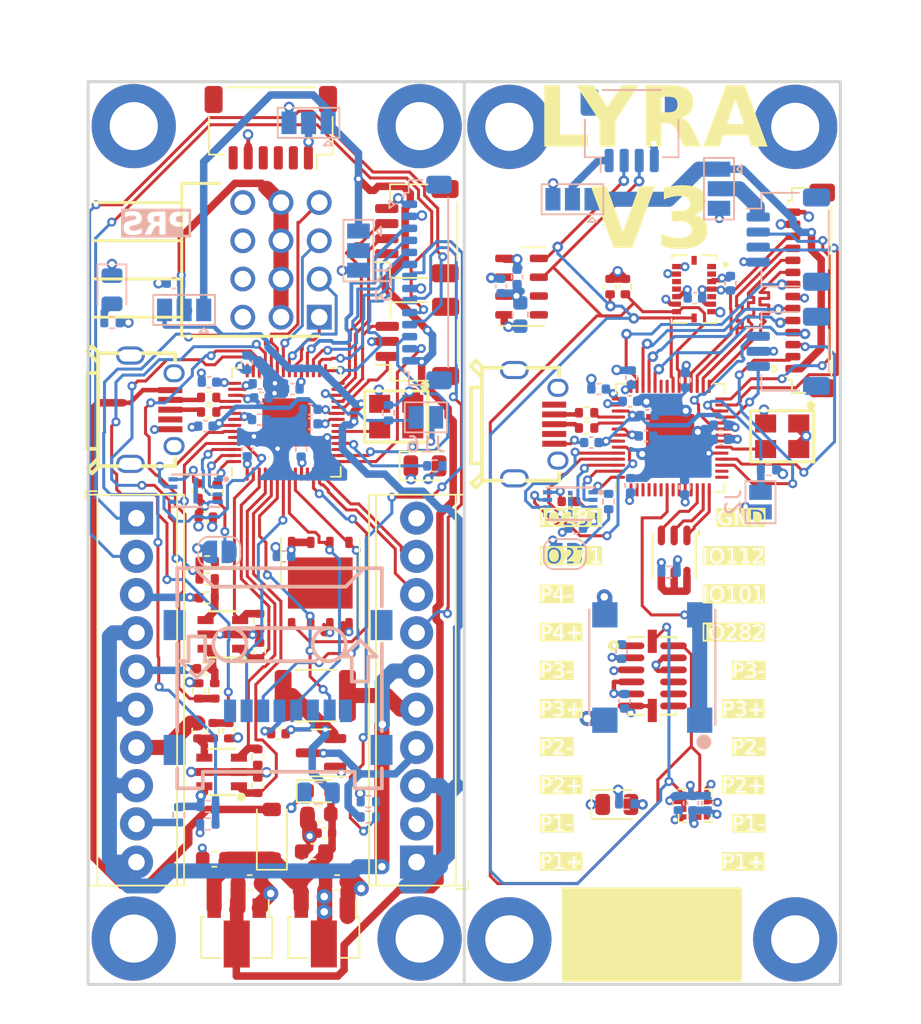
<source format=kicad_pcb>
(kicad_pcb (version 20221018) (generator pcbnew)
  (layers (0 "F.Cu" signal) (1 "In1.Cu" power) (2 "In2.Cu" power) (31 "B.Cu" signal) (34 "B.Paste" user) (35 "F.Paste" user) (36 "B.SilkS" user "B.Silkscreen") (37 "F.SilkS" user "F.Silkscreen") (38 "B.Mask" user) (39 "F.Mask" user) (44 "Edge.Cuts" user))
  (net 0 "")
  (net 1 "+12VA")
  (net 2 "GND")
  (net 3 "+3V3")
  (net 4 "+5V")
  (net 5 "/SERVO PWR")
  (net 6 "+1V1")
  (net 7 "VBUS")
  (net 8 "Net-(D2-A)")
  (net 9 "/LEDRED")
  (net 10 "/LEDGREEN")
  (net 11 "/LEDBLUE")
  (net 12 "Net-(Q1-S)")
  (net 13 "+12P")
  (net 14 "Net-(F2-Pad2)")
  (net 15 "/USB_D-")
  (net 16 "/USB_D+")
  (net 17 "/GPIO26")
  (net 18 "+12V")
  (net 19 "/GPIO26 BOT")
  (net 20 "/BRKOUT CS BOT")
  (net 21 "/SPI0 MOSI")
  (net 22 "/SPI0 MISO")
  (net 23 "/SPI1 PWR BOT")
  (net 24 "/P2-")
  (net 25 "/P1-")
  (net 26 "/SWCLK")
  (net 27 "/RUN")
  (net 28 "/SWD")
  (net 29 "/SERVO3")
  (net 30 "/SERVO4")
  (net 31 "/SERVO1")
  (net 32 "/SERVO2")
  (net 33 "/I2C PWR")
  (net 34 "/I2C1 SCL")
  (net 35 "/I2C1 SDA")
  (net 36 "/UART PWR")
  (net 37 "/UART0 TX")
  (net 38 "/UART0 RX")
  (net 39 "/BOOTSEL")
  (net 41 "/BUZZER")
  (net 42 "Net-(Q2B-D)")
  (net 43 "Net-(Q2A-D)")
  (net 44 "/BATT SENSE")
  (net 45 "/QSPI_SS")
  (net 46 "/RP USB_D+")
  (net 47 "/RP USB_D-")
  (net 48 "Net-(U5-CAP)")
  (net 49 "/GPIO 102 BOT")
  (net 50 "/QSPI_SD1")
  (net 51 "/QSPI_SD2")
  (net 52 "/QSPI_SDO")
  (net 53 "/QSPI_SCLK")
  (net 54 "/QSPI_SD3")
  (net 55 "/XIN")
  (net 56 "/GPIO 112 BOT")
  (net 57 "Net-(D3-A)")
  (net 59 "Net-(U7-C1)")
  (net 60 "/PYRO PWR")
  (net 61 "Net-(LED1-+-Pad4)")
  (net 62 "Net-(Q3B-D)")
  (net 63 "Net-(Q3A-D)")
  (net 75 "/P4 CONT BOT")
  (net 76 "+BATT")
  (net 77 "/P3 CONT BOT")
  (net 78 "/P4 EN BOT")
  (net 79 "/P2 CONT BOT")
  (net 80 "/P3 EN BOT")
  (net 81 "/P1 CONT BOT")
  (net 82 "/P2 EN BOT")
  (net 83 "/BATT SENSE BOT")
  (net 84 "/P1 EN BOT")
  (net 90 "Net-(D4-A)")
  (net 91 "/SD CS BOT")
  (net 92 "/SPI0 MOSI BOT")
  (net 93 "/SPI0 MISO BOT")
  (net 94 "/LED BOT")
  (net 95 "/INT21")
  (net 96 "/INT12")
  (net 97 "/INT21 BOT")
  (net 98 "/INT12 BOT")
  (net 103 "/GPIO27")
  (net 104 "/GPIO28")
  (net 105 "+1V2")
  (net 106 "/BOOTSEL BOT")
  (net 107 "/GPIO27 BOT")
  (net 108 "/ BOT RP USB_D+")
  (net 109 "/GPIO28 BOT")
  (net 110 "/RUN BOT")
  (net 111 "/QSPI_SS BOT")
  (net 112 "/UART PWR BOT")
  (net 113 "/UART0 TX BOT")
  (net 114 "/UART0 RX BOT")
  (net 116 "+5VD")
  (net 117 "/XIN BOT")
  (net 119 "/SWCLK BOT")
  (net 120 "/SWD BOT")
  (net 121 "/QSPI_SD3 BOT")
  (net 122 "/QSPI_SCLK BOT")
  (net 123 "/QSPI_SDO BOT")
  (net 124 "/QSPI_SD2 BOT")
  (net 125 "/QSPI_SD1 BOT")
  (net 127 "/BOT USB_D-")
  (net 128 "/BOT USB_D+")
  (net 137 "/P4-")
  (net 138 "/P3-")
  (net 141 "/SPI0 SCK BOT")
  (net 142 "/SPI0 CSn BOT")
  (net 143 "/SPI1 MOSI BOT")
  (net 144 "/SPI1 SCLK BOT")
  (net 145 "/SPI1 MISO BOT")
  (net 146 "/FLASH CS BOT")
  (net 147 "/SPI0 CSn")
  (net 148 "/SPI0 SCK")
  (net 155 "/BOT RP USB_D-")
  (footprint "Diode_SMD:D_SOD-123" (layer "F.Cu") (at 170.815 109.0422 90)
    (fp_text reference "D1")
    (fp_text value "D_Small")
  )
  (footprint "easyeda2kicad:OSC-SMD_4P-L3.2-W2.5-BL_SIT8008BI" (layer "F.Cu") (at 179.081 81.28 180)
    (fp_text reference "X2")
    (fp_text value "S3D12.288000B20F30T")
  )
  (footprint "SamacSys_Parts:HDRRA12W64P254_3X4_1016X254X810P" (layer "F.Cu") (at 173.9625 74.676 90)
    (fp_text reference "J10")
    (fp_text value "TSW-104-08-T-T-RA" hide)
  )
  (footprint "MountingHole:MountingHole_3.2mm_M3_DIN965_Pad" (layer "F.Cu") (at 161.635 61.976)
    (fp_text reference "H1")
    (fp_text value "MountingHole_Pad")
  )
  (footprint "Resistor_SMD:R_0402_1005Metric" (layer "F.Cu") (at 166.6134 80.01 180)
    (fp_text reference "R30")
    (fp_text value "27R")
  )
  (footprint "Resistor_SMD:R_0402_1005Metric" (layer "F.Cu") (at 194.31 72.642 -90)
    (fp_text reference "R14")
    (fp_text value "2k2")
  )
  (footprint "Diode_SMD:D_0603_1608Metric" (layer "F.Cu") (at 173.954 106.172)
    (fp_text reference "FB1")
    (fp_text value "FerriteBead_Small")
  )
  (footprint "Package_SON:WSON-8-1EP_6x5mm_P1.27mm_EP3.4x4.3mm" (layer "F.Cu") (at 174.0326 92.3426 90)
    (fp_text reference "U3")
    (fp_text value "W25Q32JVZP")
  )
  (footprint "Resistor_SMD:R_0402_1005Metric" (layer "F.Cu") (at 169.9952 96.8268 -90)
    (fp_text reference "R12")
    (fp_text value "470R")
  )
  (footprint "Package_LGA:NXP_LGA-8_3x5mm_P1.25mm_H1.1mm" (layer "F.Cu") (at 187.409 72.6446)
    (fp_text reference "U5")
    (fp_text value "MPL3115A2")
  )
  (footprint "Capacitor_SMD:C_0603_1608Metric" (layer "F.Cu") (at 173.954 107.696 180)
    (fp_text reference "C11")
    (fp_text value "10u")
  )
  (footprint "Resistor_SMD:R_0402_1005Metric" (layer "F.Cu") (at 169.8752 105.79 -90)
    (fp_text reference "R11")
    (fp_text value "470R")
  )
  (footprint "Resistor_SMD:R_0402_1005Metric" (layer "F.Cu") (at 191.734 81.026 180)
    (fp_text reference "R22")
    (fp_text value "27R")
  )
  (footprint "Fuse:Fuse_1812_4532Metric" (layer "F.Cu") (at 173.7 99.822)
    (fp_text reference "F1")
    (fp_text value "2a")
  )
  (footprint "Package_DFN_QFN:QFN-56-1EP_7x7mm_P0.4mm_EP3.2x3.2mm" (layer "F.Cu") (at 197.284 82.712 90)
    (fp_text reference "U8")
    (fp_text value "RP2040")
  )
  (footprint "Connector_JST:JST_SH_SM03B-SRSS-TB_1x03-1MP_P1.00mm_Horizontal" (layer "F.Cu") (at 180.4864 76.2856 90)
    (fp_text reference "J17")
    (fp_text value "Conn_01x03")
  )
  (footprint "Resistor_SMD:R_0402_1005Metric" (layer "F.Cu") (at 166.6134 80.9752)
    (fp_text reference "R29")
    (fp_text value "27R")
  )
  (footprint "MountingHole:MountingHole_3.2mm_M3_DIN965_Pad" (layer "F.Cu") (at 186.6 116.025)
    (fp_text reference "H7")
    (fp_text value "MountingHole_Pad")
  )
  (footprint "Capacitor_SMD:C_0402_1005Metric" (layer "F.Cu") (at 166.4234 87.9602 180)
    (fp_text reference "C31")
    (fp_text value "2u2")
  )
  (footprint "LED_SMD:LED_0805_2012Metric" (layer "F.Cu") (at 180.9898 84.5566)
    (fp_text reference "D4")
    (fp_text value "LED")
  )
  (footprint "easyeda2kicad:LED-SMD_6P-L2.7-W2.8-TL" (layer "F.Cu") (at 197.5528 90.551 -90)
    (fp_text reference "LED1")
    (fp_text value "FM-Z2727RGBA-SH")
  )
  (footprint "TerminalBlock_Phoenix:TerminalBlock_Phoenix_MPT-0,5-10-2.54_1x10_P2.54mm_Horizontal" (layer "F.Cu") (at 161.816 88.033 -90)
    (fp_text reference "J11")
    (fp_text value "Screw_Terminal_01x10")
  )
  (footprint "Package_TO_SOT_SMD:SOT-89-3" (layer "F.Cu") (at 168.4782 115.9002 -90)
    (fp_text reference "U1")
    (fp_text value "AMS1117-5.0")
  )
  (footprint "Capacitor_SMD:C_0603_1608Metric" (layer "F.Cu") (at 169.3418 112.268)
    (fp_text reference "C3")
    (fp_text value "22u")
  )
  (footprint "Capacitor_SMD:C_0603_1608Metric" (layer "F.Cu") (at 173.5706 110.1852 180)
    (fp_text reference "C2")
    (fp_text value "22u")
  )
  (footprint "Connector_JST:JST_SH_SM06B-SRSS-TB_1x06-1MP_P1.00mm_Horizontal" (layer "F.Cu") (at 170.7428 62.0842 180)
    (fp_text reference "J7")
    (fp_text value "Conn_02x03_Odd_Even")
  )
  (footprint "easyeda2kicad:OSC-SMD_4P-L3.2-W2.5-BL_SIT8008BI" (layer "F.Cu") (at 204.731 82.589 180)
    (fp_text reference "X1")
    (fp_text value "S3D12.288000B20F30T")
  )
  (footprint "Resistor_SMD:R_0402_1005Metric" (layer "F.Cu") (at 166.3614 98.044)
    (fp_text reference "R6")
    (fp_text value "10R")
  )
  (footprint "Resistor_SMD:R_0402_1005Metric" (layer "F.Cu") (at 169.9952 94.8944 90)
    (fp_text reference "R24")
    (fp_text value "470R")
  )
  (footprint "Package_TO_SOT_SMD:SOT-89-3" (layer "F.Cu") (at 174.268 115.8944 -90)
    (fp_text reference "U2")
    (fp_text value "AMS1117-3.3")
  )
  (footprint "Connector_JST:JST_SH_SM04B-SRSS-TB_1x04-1MP_P1.00mm_Horizontal" (layer "F.Cu") (at 180.4498 68.955 90)
    (fp_text reference "J1")
    (fp_text value "Conn_01x04")
  )
  (footprint "easyeda2kicad:MICRO-USB-SMD_U254-051T-4BHJ25-F2S" (layer "F.Cu") (at 162.8637 80.8228 -90)
    (fp_text reference "J15")
    (fp_text value "USB_B_Micro")
  )
  (footprint "Package_TO_SOT_SMD:SOT-23" (layer "F.Cu") (at 174.081 103.632 180)
    (fp_text reference "Q1")
    (fp_text value "AO3401A")
  )
  (footprint "easyeda2kicad:MICRO-USB-SMD_U254-051T-4BHJ25-F2S" (layer "F.Cu") (at 188.379 81.788 -90)
    (fp_text reference "J6")
    (fp_text value "USB_B_Micro")
  )
  (footprint "TerminalBlock_Phoenix:TerminalBlock_Phoenix_MPT-0,5-10-2.54_1x10_P2.54mm_Horizontal" (layer "F.Cu") (at 180.435 110.893 90)
    (fp_text reference "J18")
    (fp_text value "Screw_Terminal_01x10")
  )
  (footprint "Capacitor_SMD:C_0402_1005Metric" (layer "F.Cu") (at 165.9128 86.2076 -90)
    (fp_text reference "C32")
    (fp_text value "100n")
  )
  (footprint "SnapEDA Library:PQFN50P450X300X100-16N" (layer "F.Cu") (at 198.8786 72.8098 -90)
    (fp_text reference "U4")
    (fp_text value "BMI088")
  )
  (footprint "MountingHole:MountingHole_3.2mm_M3_DIN965_Pad" (layer "F.Cu") (at 186.6 62.025)
    (fp_text reference "H5")
    (fp_text value "MountingHole_Pad")
  )
  (footprint "Connector_JST:JST_SUR_SM14B-SURS-TF_1x14-1MP_P0.80mm_Horizontal" (layer "F.Cu") (at 206.593 72.898 90)
    (fp_text reference "J8")
    (fp_text value "Conn_01x14")
  )
  (footprint "customfootprints:1x10 2.54mm pitch acess hole" (layer "F.Cu") (at 208.117 100.711 90)
    (fp_text reference "H10")
    (fp_text value "Access Hole")
  )
  (footprint "easyeda2kicad:LGA-14_L5.0-W3.0-P0.80-BL" (layer "F.Cu") (at 196.1 98.5152 -90)
    (fp_text reference "U6")
    (fp_text value "ADXL375BCCZ-RL7")
  )
  (footprint "Resistor_SMD:R_0402_1005Metric" (layer "F.Cu") (at 169.8752 103.9104 90)
    (fp_text reference "R23")
    (fp_text value "470R")
  )
  (footprint "Capacitor_SMD:C_0402_1005Metric" (layer "F.Cu") (at 171.2468 102.362 180)
    (fp_text reference "C34")
    (fp_text value "1u")
  )
  (footprint "Resistor_SMD:R_0402_1005Metric" (layer "F.Cu") (at 166.5098 93.3196)
    (fp_text reference "R16")
    (fp_text value "10R")
  )
  (footprint "Capacitor_SMD:C_0402_1005Metric" (layer "F.Cu") (at 190.558 86.9258)
    (fp_text reference "C46")
    (fp_text value "100n")
  )
  (footprint "MountingHole:MountingHole_3.2mm_M3_DIN965_Pad" (layer "F.Cu") (at 180.635 115.976)
    (fp_text reference "H4")
    (fp_text value "MountingHole_Pad")
  )
  (footprint "LED_SMD:LED_0805_2012Metric" (layer "F.Cu") (at 193.7406 107.061)
    (fp_text reference "D3")
    (fp_text value "LED")
  )
  (footprint "Capacitor_SMD:C_0402_1005Metric" (layer "F.Cu") (at 174.335 108.966 180)
    (fp_text reference "C12")
    (fp_text value "1u")
  )
  (footprint "easyeda2kicad:SOT-23-6_L2.9-W1.6-P0.95-LS2.8-BL" (layer "F.Cu") (at 167.477 104.902 90)
    (fp_text reference "Q2")
    (fp_text value "KY6802")
  )
  (footprint "Capacitor_SMD:C_0603_1608Metric" (layer "F.Cu") (at 166.9926 110.6932 180)
    (fp_text reference "C4")
    (fp_text value "22u")
  )
  (footprint "Resistor_SMD:R_0402_1005Metric" (layer "F.Cu") (at 166.5138 92.0672 180)
    (fp_text reference "R18")
    (fp_text value "20k")
  )
  (footprint "MountingHole:MountingHole_3.2mm_M3_DIN965_Pad" (layer "F.Cu") (at 205.6 62.025)
    (fp_text reference "H6")
    (fp_text value "MountingHole_Pad")
  )
  (footprint "Package_DFN_QFN:QFN-56-1EP_7x7mm_P0.4mm_EP3.2x3.2mm" (layer "F.Cu") (at 171.779 81.6695 90)
    (fp_text reference "U10")
    (fp_text value "RP2040")
  )
  (footprint "Resistor_SMD:R_0402_1005Metric" (layer "F.Cu") (at 166.5158 90.932)
    (fp_text reference "R20")
    (fp_text value "6k")
  )
  (footprint "MountingHole:MountingHole_3.2mm_M3_DIN965_Pad" (layer "F.Cu") (at 205.6 116.025)
    (fp_text reference "H8")
    (fp_text value "MountingHole_Pad")
  )
  (footprint "customfootprints:1x10 2.54mm pitch acess hole" (layer "F.Cu") (at 189.321 100.711 90)
    (fp_text reference "H9")
    (fp_text value "Access Hole")
  )
  (footprint "MountingHole:MountingHole_3.2mm_M3_DIN965_Pad" (layer "F.Cu") (at 180.635 61.976)
    (fp_text reference "H2")
    (fp_text value "MountingHole_Pad")
  )
  (footprint "MountingHole:MountingHole_3.2mm_M3_DIN965_Pad" (layer "F.Cu") (at 161.635 115.976)
    (fp_text reference "H3")
    (fp_text value "MountingHole_Pad")
  )
  (footprint "Resistor_SMD:R_0402_1005Metric" (layer "F.Cu") (at 165.953 99.5152 90)
    (fp_text reference "R10")
    (fp_text value "6k")
  )
  (footprint "Resistor_SMD:R_0402_1005Metric" (layer "F.Cu") (at 191.734 82.042)
    (fp_text reference "R21")
    (fp_text value "27R")
  )
  (footprint "Resistor_SMD:R_0402_1005Metric" (layer "F.Cu") (at 167.9518 102.1588 -90)
    (fp_text reference "R19")
    (fp_text value "6k")
  )
  (footprint "easyeda2kicad:SOT-23-6_L2.9-W1.6-P0.95-LS2.8-BL" (layer "F.Cu") (at 167.5568 95.758 90)
    (fp_text reference "Q3")
    (fp_text value "KY6802")
  )
  (footprint "Resistor_SMD:R_0402_1005Metric" (layer "F.Cu") (at 193.294 72.644 -90)
    (fp_text reference "R13")
    (fp_text value "2k2")
  )
  (footprint "Capacitor_SMD:C_0603_1608Metric" (layer "F.Cu") (at 175.1584 112.268)
    (fp_text reference "C5")
    (fp_text value "22u")
  )
  (footprint "Package_LGA:LGA-12_2x2mm_P0.5mm" (layer "F.Cu") (at 198.9436 107.1367)
    (fp_text reference "U7")
    (fp_text value "LIS3MDL")
  )
  (footprint "Resistor_SMD:R_0402_1005Metric" (layer "F.Cu") (at 167.1828 86.3092 -90)
    (fp_text reference "R32")
    (fp_text value "1k")
  )
  (footprint "Resistor_SMD:R_0402_1005Metric" (layer "F.Cu") (at 165.9022 102.1588 -90)
    (fp_text reference "R15")
    (fp_text value "10R")
  )
  (footprint "Resistor_SMD:R_0402_1005Metric" (layer "F.Cu") (at 167.0198 99.5132 -90)
    (fp_text reference "R8")
    (fp_text value "20k")
  )
  (footprint "Resistor_SMD:R_0402_1005Metric" (layer "F.Cu") (at 166.9182 102.1568 90)
    (fp_text reference "R17")
    (fp_text value "20k")
  )
  (footprint "Capacitor_SMD:C_0402_1005Metric" (layer "B.Cu") (at 198.2978 78.867 -90)
    (fp_text reference "C29")
    (fp_text value "100n")
  )
  (footprint "Capacitor_SMD:C_0402_1005Metric" (layer "B.Cu") (at 194.056 96.901 -90)
    (fp_text reference "C15")
    (fp_text value "100n")
  )
  (footprint "Capacitor_SMD:C_0402_1005Metric" (layer "B.Cu") (at 170.017 79.0956)
    (fp_text reference "C37")
    (fp_text value "1u")
  )
  (footprint "Jumper:SolderJumper-2_P1.3mm_Open_Pad1.0x1.5mm" (layer "B.Cu") (at 203.291 86.9696 -90)
    (fp_text reference "J2")
    (fp_text value "Conn_01x02")
  )
  (footprint "Capacitor_SMD:C_0402_1005Metric" (layer "B.Cu") (at 200.66 82.804 180)
    (fp_text reference "C26")
    (fp_text value "100n")
  )
  (footprint "Fuse:Fuse_0805_2012Metric" (layer "B.Cu") (at 173.9055 106.299 180)
    (fp_text reference "F2")
    (fp_text value "200ma")
  )
  (footprint "Capacitor_SMD:C_0402_1005Metric" (layer "B.Cu") (at 195.6816 82.5754)
    (fp_text reference "C30")
    (fp_text value "100n")
  )
  (footprint "Jumper:SolderJumper-3_P1.3mm_Open_Pad1.0x1.5mm" (layer "B.Cu") (at 190.7942 66.8373 180)
    (fp_text reference "JP2")
    (fp_text value "SolderJumper_3_Open")
  )
  (footprint "Capacitor_SMD:C_0402_1005Metric" (layer "B.Cu") (at 194.6148 80.264)
    (fp_text reference "C23")
    (fp_text value "1u")
  )
  (footprint "Capacitor_SMD:C_0402_1005Metric" (layer "B.Cu") (at 192.0494 83.0072 180)
    (fp_text reference "C20")
    (fp_text value "100n")
  )
  (footprint "Connector_JST:JST_SUR_SM14B-SURS-TF_1x14-1MP_P0.80mm_Horizontal" (layer "B.Cu") (at 181.1238 72.3712 -90)
    (fp_text reference "J13")
    (fp_text value "Conn_01x14")
  )
  (footprint "Capacitor_SMD:C_0402_1005Metric" (layer "B.Cu") (at 173.3698 81.7626 180)
    (fp_text reference "C39")
    (fp_text value "100n")
  )
  (footprint "LED_SMD:LED_0805_2012Metric" (layer "B.Cu") (at 160.1872 72.8495 -90)
    (fp_text reference "D2")
    (fp_text value "LED")
  )
  (footprint "Jumper:SolderJumper-2_P1.3mm_Open_RoundedPad1.0x1.5mm" (layer "B.Cu") (at 190.2862 90.424)
    (fp_text reference "J9")
    (fp_text value "Conn_01x02")
  )
  (footprint "Resistor_SMD:R_0402_1005Metric" (layer "B.Cu") (at 193.1996 86.9258 -90)
    (fp_text reference "R26")
    (fp_text value "1k")
  )
  (footprint "Resistor_SMD:R_0402_1005Metric" (layer "B.Cu") (at 194.401 107.0102 180)
    (fp_text reference "R27")
    (fp_text value "1k")
  )
  (footprint "Capacitor_SMD:C_0402_1005Metric" (layer "B.Cu") (at 166.3954 81.915 180)
    (fp_text reference "C35")
    (fp_text value "100n")
  )
  (footprint "Capacitor_SMD:C_0402_1005Metric" (layer "B.Cu") (at 166.6388 78.994 180)
    (fp_text reference "C38")
    (fp_text value "100n")
  )
  (footprint "Resistor_SMD:R_0402_1005Metric" (layer "B.Cu") (at 178.562 81.026 -90)
    (fp_text reference "R31")
    (fp_text value "10k")
  )
  (footprint "Resistor_SMD:R_0402_1005Metric" (layer "B.Cu") (at 197.2142 91.6178)
    (fp_text reference "R4")
    (fp_text value "1k")
  )
  (footprint "Capacitor_SMD:C_0402_1005Metric" (layer "B.Cu") (at 172.176 79.4512 180)
    (fp_text reference "C43")
    (fp_text value "100n")
  )
  (footprint "Capacitor_SMD:C_0402_1005Metric" (layer "B.Cu") (at 201.295 72.4154 -90)
    (fp_text reference "C7")
    (fp_text value "100n")
  )
  (footprint "Resistor_SMD:R_0402_1005Metric" (layer "B.Cu") (at 177.2266 106.8744 180)
    (fp_text reference "R3")
    (fp_text value "6k")
  )
  (footprint "Connector_JST:JST_SH_SM03B-SRSS-TB_1x03-1MP_P1.00mm_Horizontal" (layer "B.Cu") (at 205.1386 76.946 -90)
    (fp_text reference "J4")
    (fp_text value "Conn_01x03")
  )
  (footprint "Capacitor_SMD:C_0402_1005Metric" (layer "B.Cu") (at 194.7058 78.6892 90)
    (fp_text reference "C24")
    (fp_text value "100n")
  )
  (footprint "Capacitor_SMD:C_0402_1005Metric" (layer "B.Cu") (at 197.8265 106.9723 90)
    (fp_text reference "C19")
    (fp_text value "100n")
  )
  (footprint "Capacitor_SMD:C_0402_1005Metric" (layer "B.Cu") (at 169.1534 77.696 90)
    (fp_text reference "C44")
    (fp_text value "100n")
  )
  (footprint "Capacitor_SMD:C_0402_1005Metric" (layer "B.Cu") (at 198.7917 106.9723 90)
    (fp_text reference "C16")
    (fp_text value "1u")
  )
  (footprint "Capacitor_SMD:C_0402_1005Metric" (layer "B.Cu") (at 191.0152 88.7038)
    (fp_text reference "C45")
    (fp_text value "2u2")
  )
  (footprint "Capacitor_SMD:C_0402_1005Metric" (layer "B.Cu") (at 169.9768 81.4832)
    (fp_text reference "C40")
    (fp_text value "100n")
  )
  (footprint "Capacitor_SMD:C_0402_1005Metric" (layer "B.Cu") (at 164.3046 72.4154 180)
    (fp_text reference "C33")
    (fp_text value "1u")
  )
  (footprint "Connector_JST:JST_SH_SM04B-SRSS-TB_1x04-1MP_P1.00mm_Horizontal" (layer "B.Cu") (at 194.7298 62.262)
    (fp_text reference "J3")
    (fp_text value "Conn_01x04")
  )
  (footprint "easyeda2kicad:BUZ-SMD_4P-L7.5-W7.5-P7.59-TL" (layer "B.Cu") (at 196.1 97.9602 90)
    (fp_text reference "BUZZER1")
    (fp_text value "MLT-7525")
  )
  (footprint "Capacitor_SMD:C_0402_1005Metric" (layer "B.Cu") (at 200.66 81.8388 180)
    (fp_text reference "C21")
    (fp_text value "100n")
  )
  (footprint "Capacitor_SMD:C_0402_1005Metric" (layer "B.Cu") (at 169.1788 83.4416 90)
    (fp_text reference "C41")
    (fp_text value "100n")
  )
  (footprint "Resistor_SMD:R_0402_1005Metric" (layer "B.Cu") (at 177.2286 107.8992)
    (fp_text reference "R2")
    (fp_text value "20k")
  )
  (footprint "Jumper:SolderJumper-3_P1.3mm_Open_Pad1.0x1.5mm" (layer "B.Cu") (at 164.9832 74.1934 180)
    (fp_text reference "JP5")
    (fp_text value "SolderJumper_3_Open")
  )
  (footprint "Capacitor_SMD:C_0603_1608Metric" (layer "B.Cu") (at 187.325 74.4982 90)
    (fp_text reference "C10")
    (fp_text value "10u")
  )
  (footprint "Resistor_SMD:R_0402_1005Metric" (layer "B.Cu") (at 181.6502 84.5566 180)
    (fp_text reference "R28")
    (fp_text value "1k")
  )
  (footprint "Resistor_SMD:R_0402_1005Metric" (layer "B.Cu") (at 203.8224 84.8106 180)
    (fp_text reference "R25")
    (fp_text value "10k")
  )
  (footprint "Capacitor_SMD:C_0402_1005Metric" (layer "B.Cu") (at 187.1112 71.9968 -90)
    (fp_text reference "C9")
    (fp_text value "100n")
  )
  (footprint "Jumper:SolderJumper-3_P1.3mm_Open_Pad1.0x1.5mm" (layer "B.Cu") (at 200.533 66.137 -90)
    (fp_text reference "JP3")
    (fp_text value "SolderJumper_3_Open")
  )
  (footprint "Capacitor_SMD:C_0402_1005Metric" (layer "B.Cu") (at 194.655 85.852 90)
    (fp_text reference "C27")
    (fp_text value "100n")
  )
  (footprint "Capacitor_SMD:C_0402_1005Metric" (layer "B.Cu") (at 195.7832 81.2038)
    (fp_text reference "C22")
    (fp_text value "1u")
  )
  (footprint "Capacitor_SMD:C_0402_1005Metric" (layer "B.Cu") (at 199.7569 106.9723 90)
    (fp_text reference "C17")
    (fp_text value "100n")
  )
  (footprint "easyeda2kicad:USON-8_L3.0-W2.0-P0.50-BL-EP" (layer "B.Cu") (at 165.7536 86.2026 -90)
    (fp_text reference "U11")
    (fp_text value "W25Q16JVUXIQ")
  )
  (footprint "Capacitor_SMD:C_0402_1005Metric" (layer "B.Cu") (at 173.375 80.7974 180)
    (fp_text reference "C6")
    (fp_text value "100n")
  )
  (footprint "Capacitor_SMD:C_0402_1005Metric" (layer "B.Cu") (at 171.6196 90.5782 180)
    (fp_text reference "C1")
    (fp_text value "100n")
  )
  (footprint "Resistor_SMD:R_0402_1005Metric" (layer "B.Cu") (at 166.5626 108.3564 180)
    (fp_text reference "R9")
    (fp_text value "6k")
  )
  (footprint "easyeda2kicad:USON-8_L3.0-W2.0-P0.50-BL-EP" (layer "B.Cu") (at 190.6456 87.0662 -90)
    (fp_text reference "U9")
    (fp_text value "W25Q16JVUXIQ")
  )
  (footprint "Capacitor_SMD:C_0402_1005Metric" (layer "B.Cu") (at 198.9328 73.406)
    (fp_text reference "C8")
    (fp_text value "100n")
  )
  (footprint "Capacitor_SMD:C_0402_1005Metric" (layer "B.Cu") (at 198.247 85.9764 90)
    (fp_text reference "C28")
    (fp_text value "100n")
  )
  (footprint "Capacitor_SMD:C_0402_1005Metric" (layer "B.Cu") (at 192.532 79.4512 180)
    (fp_text reference "C25")
    (fp_text value "100n")
  )
  (footprint "Capacitor_SMD:C_0402_1005Metric" (layer "B.Cu") (at 194.2592 100.203 90)
    (fp_text reference "C14")
    (fp_text value "1u")
  )
  (footprint "easyeda2kicad:SIM-SMD_TF-002-H18" (layer "B.Cu") (at 171.2258 99.288)
    (fp_text reference "Card2")
    (fp_text value "TF-002-H18")
  )
  (footprint "Capacitor_SMD:C_0402_1005Metric" (layer "B.Cu") (at 170.1186 80.0354)
    (fp_text reference "C36")
    (fp_text value "1u")
  )
  (footprint "Capacitor_SMD:C_0402_1005Metric" (layer "B.Cu") (at 172.7602 83.4644 90)
    (fp_text reference "C42")
    (fp_text value "100n")
  )
  (footprint "Resistor_SMD:R_0402_1005Metric" (layer "B.Cu") (at 160.1872 75.0316)
    (fp_text reference "R1")
    (fp_text value "1k")
  )
  (footprint "Jumper:SolderJumper-3_P1.3mm_Open_Pad1.0x1.5mm" (layer "B.Cu") (at 173.2534 61.7573 180)
    (fp_text reference "JP4")
    (fp_text value "SolderJumper_3_Open")
  )
  (footprint "Jumper:SolderJumper-3_P1.3mm_Open_Pad1.0x1.5mm" (layer "B.Cu") (at 176.5702 70.2518 -90)
    (fp_text reference "JP1")
    (fp_text value "SolderJumper_3_Open")
  )
  (footprint "Resistor_SMD:R_0402_1005Metric" (layer "B.Cu") (at 166.5606 107.188)
    (fp_text reference "R7")
    (fp_text value "20k")
  )
  (footprint "Connector_JST:JST_SH_SM04B-SRSS-TB_1x04-1MP_P1.00mm_Horizontal" (layer "B.Cu") (at 205.1386 69.5184 -90)
    (fp_text reference "J5")
    (fp_text value "Conn_01x04")
  )
  (footprint "Resistor_SMD:R_0402_1005Metric" (layer "B.Cu") (at 164.6322 107.7488 90)
    (fp_text reference "R5")
    (fp_text value "10R")
  )
  (footprint "Capacitor_SMD:C_0402_1005Metric" (layer "B.Cu") (at 186.0444 72.6012 -90)
    (fp_text reference "C13")
    (fp_text value "100n")
  )
  (footprint "Jumper:SolderJumper-2_P1.3mm_Open_Pad1.0x1.5mm" (layer "B.Cu") (at 181.0512 81.3308)
    (fp_text reference "J16")
    (fp_text value "Conn_01x02")
  )
  (footprint "Jumper:SolderJumper-2_P1.3mm_Open_RoundedPad1.0x1.5mm" (layer "B.Cu") (at 167.3246 90.2716)
    (fp_text reference "J12")
    (fp_text value "Conn_01x02")
  )
  (gr_rect (start 190.1952 112.6744) (end 201.9554 118.745) (stroke (width 0.2)) (fill solid) (layer "F.SilkS"))
  (gr_rect (start 158.6 59.025) (end 208.6 119.025) (stroke (width 0.2)) (fill none) (layer "Edge.Cuts"))
  (gr_line (start 183.6 59.025) (end 183.6 119.025) (stroke (width 0.2)) (layer "Edge.Cuts"))
  (gr_text "PRS" (at 165.4704 69.4436) (layer "B.SilkS" knockout) (effects (font (size 1.5 1.5) (thickness 0.3) bold) (justify left bottom mirror)))
  (gr_text "P3-" (at 203.6 98.825) (layer "F.SilkS" knockout) (effects (font (size 1 1)) (justify right bottom)))
  (gr_text "IO271" (at 188.6 91.205) (layer "F.SilkS" knockout) (effects (font (size 1 1)) (justify left bottom)))
  (gr_text "P1+" (at 188.6 111.525) (layer "F.SilkS" knockout) (effects (font (size 1 1)) (justify left bottom)))
  (gr_text "P2+" (at 188.6 106.445) (layer "F.SilkS" knockout) (effects (font (size 1 1)) (justify left bottom)))
  (gr_text "P4+" (at 188.6 96.285) (layer "F.SilkS" knockout) (effects (font (size 1 1)) (justify left bottom)))
  (gr_text "GND" (at 203.6 88.665) (layer "F.SilkS" knockout) (effects (font (size 1 1)) (justify right bottom)))
  (gr_text "P1-" (at 188.6 108.985) (layer "F.SilkS" knockout) (effects (font (size 1 1)) (justify left bottom)))
  (gr_text "P1+" (at 203.6 111.525) (layer "F.SilkS" knockout) (effects (font (size 1 1)) (justify right bottom)))
  (gr_text "P3+" (at 203.6 101.365) (layer "F.SilkS" knockout) (effects (font (size 1 1)) (justify right bottom)))
  (gr_text "P3+" (at 188.6 101.365) (layer "F.SilkS" knockout) (effects (font (size 1 1)) (justify left bottom)))
  (gr_text "IO282" (at 203.6 96.285) (layer "F.SilkS" knockout) (effects (font (size 1 1)) (justify right bottom)))
  (gr_text "LYRA\nV3" (at 196.1 70.739) (layer "F.SilkS") (effects (font (size 4 4) (thickness 0.6) bold) (justify bottom)))
  (gr_text "P3-" (at 188.6 98.825) (layer "F.SilkS" knockout) (effects (font (size 1 1)) (justify left bottom)))
  (gr_text "P4-" (at 188.6 93.745) (layer "F.SilkS" knockout) (effects (font (size 1 1)) (justify left bottom)))
  (gr_text "P2-" (at 203.6 103.905) (layer "F.SilkS" knockout) (effects (font (size 1 1)) (justify right bottom)))
  (gr_text "IO112\n" (at 203.6 91.205) (layer "F.SilkS" knockout) (effects (font (size 1 1)) (justify right bottom)))
  (gr_text "IO281" (at 188.6 88.665) (layer "F.SilkS" knockout) (effects (font (size 1 1)) (justify left bottom)))
  (gr_text "P2-" (at 188.6 103.905) (layer "F.SilkS" knockout) (effects (font (size 1 1)) (justify left bottom)))
  (gr_text "P1-" (at 203.6 108.985) (layer "F.SilkS" knockout) (effects (font (size 1 1)) (justify right bottom)))
  (gr_text "IO101" (at 203.6 93.745) (layer "F.SilkS" knockout) (effects (font (size 1 1)) (justify right bottom)))
  (gr_text "P2+" (at 203.6 106.445) (layer "F.SilkS" knockout) (effects (font (size 1 1)) (justify right bottom)))
  (segment (start 167.896 110.692) (end 170.8148 110.692) (width 1) (layer "F.Cu") (net 1))
  (segment (start 166.978 112.9825) (end 166.978 113.95) (width 1) (layer "F.Cu") (net 1))
  (segment (start 174.3462 110.1852) (end 174.395 110.234) (width 0.5) (layer "F.Cu") (net 1))
  (segment (start 167.764 111.23) (end 166.978 112.015) (width 1) (layer "F.Cu") (net 1))
  (segment (start 170.8148 110.692) (end 170.815 110.692) (width 1) (layer "F.Cu") (net 1))
  (segment (start 167.7676 111.0379) (end 167.7676 110.6932) (width 0.5) (layer "F.Cu") (net 1))
  (segment (start 174.742 106.172) (end 174.742 106.928) (width 0.5) (layer "F.Cu") (net 1))
  (segment (start 174.742 107.684) (end 174.729 107.696) (width 0.5) (layer "F.Cu") (net 1))
  (segment (start 167.764 111.0415) (end 167.7676 111.0379) (width 0.5) (layer "F.Cu") (net 1))
  (segment (start 174.346 110.49) (end 174.275 110.49) (width 0.5) (layer "F.Cu") (net 1))
  (segment (start 174.815 108.966) (end 174.815 110.021) (width 0.5) (layer "F.Cu") (net 1))
  (segment (start 174.5805 110.2555) (end 174.346 110.49) (width 0.5) (layer "F.Cu") (net 1))
  (segment (start 174.395 110.474) (end 174.395 110.2555) (width 1) (layer "F.Cu") (net 1))
  (segment (start 167.764 111.0415) (end 167.764 111.23) (width 1) (layer "F.Cu") (net 1))
  (segment (start 172.7315 112.838) (end 172.744 112.8255) (width 0.5) (layer "F.Cu") (net 1))
  (segment (start 174.815 107.782) (end 174.729 107.696) (width 0.5) (layer "F.Cu") (net 1))
  (segment (start 170.8148 110.692) (end 170.815 110.6922) (width 0.5) (layer "F.Cu") (net 1))
  (segment (start 174.5805 110.2555) (end 174.395 110.2555) (width 0.5) (layer "F.Cu") (net 1))
  (segment (start 174.395 110.2555) (end 174.395 110.234) (width 1) (layer "F.Cu") (net 1))
  (segment (start 174.742 106.928) (end 174.742 107.684) (width 0.5) (layer "F.Cu") (net 1))
  (segment (start 166.978 112.015) (end 166.978 112.9825) (width 1) (layer "F.Cu") (net 1))
  (segment (start 167.764 110.853) (end 167.764 111.0415) (width 1) (layer "F.Cu") (net 1))
  (segment (start 172.768 113.944) (end 172.768 113.9444) (width 0.5) (layer "F.Cu") (net 1))
  (segment (start 174.815 108.966) (end 174.815 107.782) (width 0.5) (layer "F.Cu") (net 1))
  (segment (start 166.9782 112.9827) (end 166.9782 113.9502) (width 0.5) (layer "F.Cu") (net 1))
  (segment (start 172.768 112.875) (end 172.768 113.944) (width 1) (layer "F.Cu") (net 1))
  (segment (start 172.695 112.801) (end 172.7315 112.838) (width 1) (layer "F.Cu") (net 1))
  (segment (start 166.978 112.9825) (end 166.9782 112.9827) (width 0.5) (layer "F.Cu") (net 1))
  (segment (start 172.7315 112.838) (end 172.768 112.875) (width 1) (layer "F.Cu") (net 1))
  (segment (start 174.815 110.021) (end 174.5805 110.2555) (width 0.5) (layer "F.Cu") (net 1))
  (segment (start 167.8948 110.6932) (end 167.896 110.692) (width 0.5) (layer "F.Cu") (net 1))
  (segment (start 172.744 112.8255) (end 172.744 112.224) (width 0.5) (layer "F.Cu") (net 1))
  (segment (start 172.744 112.124) (end 174.395 110.474) (width 1) (layer "F.Cu") (net 1))
  (segment (start 170.815 110.692) (end 172.347 112.224) (width 1) (layer "F.Cu") (net 1))
  (segment (start 174.742 106.928) (end 174.7415 106.9275) (width 0.5) (layer "F.Cu") (net 1))
  (segment (start 174.7415 106.9275) (end 174.7415 106.172) (width 0.5) (layer "F.Cu") (net 1))
  (segment (start 174.3456 110.1852) (end 174.3462 110.1852) (width 0.5) (layer "F.Cu") (net 1))
  (segment (start 167.7676 110.6932) (end 167.8948 110.6932) (width 0.5) (layer "F.Cu") (net 1))
  (segment (start 172.347 112.224) (end 172.744 112.224) (width 1) (layer "F.Cu") (net 1))
  (segment (start 172.744 112.224) (end 172.744 112.124) (width 1) (layer "F.Cu") (net 1))
  (segment (start 165.913 86.7922) (end 166.365 87.2443) (width 0.5) (layer "F.Cu") (net 2))
  (segment (start 199.449 72.8098) (end 200.0436 72.8098) (width 0.3) (layer "F.Cu") (net 2))
  (segment (start 165.913 86.6876) (end 165.913 86.7399) (width 0.5) (layer "F.Cu") (net 2))
  (segment (start 175.9904 112.211) (end 175.9334 112.268) (width 0.5) (layer "F.Cu") (net 2))
  (segment (start 166.407 95.758) (end 166.4068 95.758) (width 0.5) (layer "F.Cu") (net 2))
  (segment (start 169.57 95.758) (end 169.97 95.758) (width 0.5) (layer "F.Cu") (net 2))
  (segment (start 167.026 90.932) (end 167.026 90.8683) (width 0.5) (layer "F.Cu") (net 2))
  (segment (start 169.995 95.4044) (end 169.995 95.5939) (width 0.5) (layer "F.Cu") (net 2))
  (segment (start 170.117 113.812) (end 170.0475 113.881) (width 1) (layer "F.Cu") (net 2))
  (segment (start 198.694 105.984) (end 198.628 105.918) (width 0.3) (layer "F.Cu") (net 2))
  (segment (start 197.33 73.8098) (end 197.7136 73.8098) (width 0.3) (layer "F.Cu") (net 2))
  (segment (start 206.204 67.698) (end 205.443 67.698) (width 0.3) (layer "F.Cu") (net 2))
  (segment (start 167.026 90.8683) (end 167.0258 90.8685) (width 0.5) (layer "F.Cu") (net 2))
  (segment (start 165.426 99.0052) (end 165.354 98.933) (width 0.5) (layer "F.Cu") (net 2))
  (segment (start 170.0475 113.881) (end 170.0474 113.881) (width 0.5) (layer "F.Cu") (net 2))
  (segment (start 172.085 102.088) (end 172.0008 102.088) (width 0.5) (layer "F.Cu") (net 2))
  (segment (start 166.218 110.693) (end 166.218 110.3375) (width 0.5) (layer "F.Cu") (net 2))
  (segment (start 169.875 104.42) (end 169.875 104.6985) (width 0.5) (layer "F.Cu") (net 2))
  (segment (start 167.026 90.8047) (end 166.264 90.043) (width 0.5) (layer "F.Cu") (net 2))
  (segment (start 193.548 98.933) (end 193.548 99.695) (width 0.3) (layer "F.Cu") (net 2))
  (segment (start 165.943 87.6658) (end 166.365 87.2443) (width 0.5) (layer "F.Cu") (net 2))
  (segment (start 175.216 82.6695) (end 174.506 82.6695) (width 0.2) (layer "F.Cu") (net 2))
  (segment (start 169.9952 96.0503) (end 169.9952 96.3168) (width 0.5) (layer "F.Cu") (net 2))
  (segment (start 175.805 112.211) (end 175.9904 112.211) (width 1) (layer "F.Cu") (net 2))
  (segment (start 200.0436 73.8098) (end 199.675 73.8098) (width 0.3) (layer "F.Cu") (net 2))
  (segment (start 169.8752 104.6983) (end 169.8752 104.4204) (width 0.5) (layer "F.Cu") (net 2))
  (segment (start 178.45 67.4596) (end 178.4544 67.4596) (width 0.254) (layer "F.Cu") (net 2))
  (segment (start 165.913 86.7399) (end 165.9128 86.7397) (width 0.5) (layer "F.Cu") (net 2))
  (segment (start 175.9376 95.5926) (end 175.9376 95.0426) (width 0.5) (layer "F.Cu") (net 2))
  (segment (start 173.063 110.223) (end 172.8334 110.223) (width 0.5) (layer "F.Cu") (net 2))
  (segment (start 175.0185 104.582) (end 175.018 104.582) (width 0.5) (layer "F.Cu") (net 2))
  (segment (start 180.052 84.9969) (end 180.0523 84.9966) (width 0.5) (layer "F.Cu") (net 2))
  (segment (start 198.181 107.012) (end 198.181 107.0121) (width 0.3498) (layer "F.Cu") (net 2))
  (segment (start 192.803 107.061) (end 192.024 107.061) (width 0.5) (layer "F.Cu") (net 2))
  (segment (start 190.927 82.8469) (end 190.686 83.088) (width 0.2) (layer "F.Cu") (net 2))
  (segment (start 198.181 107.012) (end 198.181 107.0119) (width 0.3) (layer "F.Cu") (net 2))
  (segment (start 166.327 104.902) (end 165.456 104.902) (width 0.5) (layer "F.Cu") (net 2))
  (segment (start 198.181 107.387) (end 198.181 107.0121) (width 0.3) (layer "F.Cu") (net 2))
  (segment (start 169.243 63.3161) (end 169.243 62.548) (width 0.254) (layer "F.Cu") (net 2))
  (segment (start 170.117 112.357) (end 170.739 112.979) (width 1) (layer "F.Cu") (net 2))
  (segment (start 192.803 107.061) (end 192.8031 107.061) (width 0.5) (layer "F.Cu") (net 2))
  (segment (start 169.875 105.1285) (end 169.8752 105.1287) (width 0.5) (layer "F.Cu") (net 2))
  (segment (start 177.981 80.43) (end 177.981 79.8921) (width 0.3) (layer "F.Cu") (net 2))
  (segment (start 170.739 112.979) (end 170.117 113.601) (width 1) (layer "F.Cu") (net 2))
  (segment (start 198.181 106.9495) (end 198.181 107.0119) (width 0.3498) (layer "F.Cu") (net 2))
  (segment (start 173.533 108.966) (end 173.33 109.169) (width 0.5) (layer "F.Cu") (net 2))
  (segment (start 199.854 83.712) (end 199.847 83.7184) (width 0.2) (layer "F.Cu") (net 2))
  (segment (start 173.33 108.461) (end 173.33 109.169) (width 1) (layer "F.Cu") (net 2))
  (segment (start 167.952 102.669) (end 168.502 102.669) (width 0.5) (layer "F.Cu") (net 2))
  (segment (start 198.694 106.374) (end 198.694 105.984) (width 0.3) (layer "F.Cu") (net 2))
  (segment (start 199.413 73.5478) (end 199.413 72.8456) (width 0.3) (layer "F.Cu") (net 2))
  (segment (start 167.952 102.669) (end 167.9518 102.6688) (width 0.5) (layer "F.Cu") (net 2))
  (segment (start 168.627 104.902) (end 169.8 104.902) (width 0.5) (layer "F.Cu") (net 2))
  (segment (start 169.995 95.5939) (end 169.9952 95.5937) (width 0.5) (layer "F.Cu") (net 2))
  (segment (start 176.321 112.211) (end 176.759 112.649) (width 1) (layer "F.Cu") (net 2))
  (segment (start 167.0258 90.8685) (end 167.0258 90.932) (width 0.5) (layer "F.Cu") (net 2))
  (segment (start 197.002 73.4822) (end 197.33 73.8098) (width 0.3) (layer "F.Cu") (net 2))
  (segment (start 167.026 90.8683) (end 167.026 90.8047) (width 0.5) (layer "F.Cu") (net 2))
  (segment (start 180.052 85.4373) (end 180.052 84.9969) (width 0.3) (layer "F.Cu") (net 2))
  (segment (start 169.875 104.977) (end 169.875 105.1285) (width 0.5) (layer "F.Cu") (net 2))
  (segment (start 206.218 73.4037) (end 205.549 73.4037) (width 0.3) (layer "F.Cu") (net 2))
  (segment (start 199.675 73.8098) (end 199.413 73.5478) (width 0.3) (layer "F.Cu") (net 2))
  (segment (start 193.454 97.3152) (end 193.421 97.282) (width 0.3) (layer "F.Cu") (net 2))
  (segment (start 164.0737 82.1228) (end 163.038 82.1228) (width 0.2) (layer "F.Cu") (net 2))
  (segment (start 173.855 108.966) (end 173.533 108.966) (width 0.5) (layer "F.Cu") (net 2))
  (segment (start 175.872 114.472) (end 175.835 114.509) (width 1) (layer "F.Cu") (net 2))
  (segment (start 203.53 80.8228) (end 203.53 81.6382) (width 0.5) (layer "F.Cu") (net 2))
  (segment (start 175.438 104.978) (end 175.042 104.582) (width 0.5) (layer "F.Cu") (net 2))
  (segment (start 199.706 106.887) (end 200.4 106.887) (width 0.254) (layer "F.Cu") (net 2))
  (segment (start 197.714 71.3098) (end 198.259 71.3098) (width 0.3) (layer "F.Cu") (net 2))
  (segment (start 169.875 104.977) (end 170.409 104.977) (width 0.5) (layer "F.Cu") (net 2))
  (segment (start 178.4544 67.4596) (end 178.529 67.4596) (width 0.254) (layer "F.Cu") (net 2))
  (segment (start 192.227 87.9348) (end 192.227 88.2396) (width 0.2) (layer "F.Cu") (net 2))
  (segment (start 193.566 98.9152) (end 193.548 98.933) (width 0.3) (layer "F.Cu") (net 2))
  (segment (start 166.327 104.902) (end 168.627 104.902) (width 0.5) (layer "F.Cu") (net 2))
  (segment (start 165.943 87.9602) (end 165.943 87.813) (width 0.5) (layer "F.Cu") (net 2))
  (segment (start 170.0474 113.881) (end 169.9782 113.9502) (width 0.5) (layer "F.Cu") (net 2))
  (segment (start 205.549 73.4037) (end 205.443 73.298) (width 0.3) (layer "F.Cu") (net 2))
  (segment (start 168.7068 95.758) (end 169.52 95.758) (width 0.5) (layer "F.Cu") (net 2))
  (segment (start 177.981 79.556) (end 177.927 79.502) (width 0.3) (layer "F.Cu") (net 2))
  (segment (start 174.506 82.6695) (end 174.498 82.677) (width 0.2) (layer "F.Cu") (net 2))
  (segment (start 169.52 95.758) (end 169.545 95.7834) (width 0.5) (layer "F.Cu") (net 2))
  (segment (start 175.872 113.9444) (end 175.872 114.472) (width 1) (layer "F.Cu") (net 2))
  (segment (start 165.943 87.813) (end 165.943 87.6658) (width 0.5) (layer "F.Cu") (net 2))
  (segment (start 169.2428 63.3163) (end 169.2428 64.0842) (width 0.5) (layer "F.Cu") (net 2))
  (segment (start 169.875 104.6985) (end 169.875 104.977) (width 0.5) (layer "F.Cu") (net 2))
  (segment (start 198.323 80.899) (end 197.284 81.938) (width 0.5) (layer "F.Cu") (net 2))
  (segment (start 169.995 95.7834) (end 169.995 96.0501) (width 0.5) (layer "F.Cu") (net 2))
  (segment (start 175.9334 112.268) (end 175.872 112.3294) (width 0.5) (layer "F.Cu") (net 2))
  (segment (start 169.9952 95.5937) (end 169.9952 95.4044) (width 0.5) (layer "F.Cu") (net 2))
  (segment (start 169.243 63.3161) (end 169.2428 63.3163) (width 0.5) (layer "F.Cu") (net 2))
  (segment (start 169.8 104.902) (end 169.875 104.977) (width 0.5) (layer "F.Cu") (net 2))
  (segment (start 196.342 97.79) (end 196.342 98.044) (width 0.3) (layer "F.Cu") (net 2))
  (segment (start 186.2696 73.259) (end 186.259 73.2696) (width 0.5) (layer "F.Cu") (net 2))
  (segment (start 166.407 95.758) (end 167.361 95.758) (width 0.5) (layer "F.Cu") (net 2))
  (segment (start 177.444 76.3016) (end 177.46 76.2856) (width 0.5) (layer "F.Cu") (net 2))
  (segment (start 169.545 95.7834) (end 169.57 95.758) (width 0.5) (layer "F.Cu") (net 2))
  (segment (start 173.33 109.956) (end 173.063 110.223) (width 0.5) (layer "F.Cu") (net 2))
  (segment (start 191.218 86.9258) (end 192.227 87.9348) (width 0.2) (layer "F.Cu") (net 2))
  (segment (start 199.413 72.8456) (end 199.449 72.8098) (width 0.3) (layer "F.Cu") (net 2))
  (segment (start 193.568 99.7152) (end 193.548 99.695) (width 0.3) (layer "F.Cu") (net 2))
  (segment (start 164.074 82.1228) (end 164.0737 82.1228) (width 0.2) (layer "F.Cu") (net 2))
  (segment (start 177.46 76.2856) (end 178.486 76.2856) (width 0.5) (layer "F.Cu") (net 2))
  (segment (start 166.218 109.982) (end 166.192 109.957) (width 0.5) (layer "F.Cu") (net 2))
  (segment (start 197.337 106.887) (end 197.26 106.81) (width 0.3) (layer "F.Cu") (net 2))
  (segment (start 169.243 62.548) (end 169.23 62.5348) (width 0.254) (layer "F.Cu") (net 2))
  (segment (start 171.196 82.2525) (end 171.779 81.6695) (width 0.5) (layer "F.Cu") (net 2))
  (segment (start 166.264 90.043) (end 165.862 90.043) (width 0.5) (layer "F.Cu") (net 2))
  (segment (start 172.8334 110.223) (end 172.7956 110.1852) (width 0.5) (layer "F.Cu") (net 2))
  (segment (start 175.872 112.3294) (end 175.872 112.776) (width 0.5) (layer "F.Cu") (net 2))
  (segment (start 170.1168 112.3123) (end 170.1168 112.268) (width 0.5) (layer "F.Cu") (net 2))
  (segment (start 177.981 79.8921) (end 177.981 79.556) (width 0.3) (layer "F.Cu") (net 2))
  (segment (start 165.953 99.0052) (end 165.426 99.0052) (width 0.5) (layer "F.Cu") (net 2))
  (segment (start 198.181 106.887) (end 197.337 106.887) (width 0.3) (layer "F.Cu") (net 2))
  (segment (start 165.9434 87.8134) (end 165.9434 87.9602) (width 0.5) (layer "F.Cu") (net 2))
  (segment (start 168.502 102.669) (end 168.554 102.616) (width 0.5) (layer "F.Cu") (net 2))
  (segment (start 180.061 85.4456) (end 180.052 85.4373) (width 0.3) (layer "F.Cu") (net 2))
  (segment (start 170.117 112.3125) (end 170.1168 112.3123) (width 0.5) (layer "F.Cu") (net 2))
  (segment (start 197.51 97.3152) (end 196.817 97.3152) (width 0.3) (layer "F.Cu") (net 2))
  (segment (start 166.218 110.3375) (end 166.218 109.982) (width 0.5) (layer "F.Cu") (net 2))
  (segment (start 165.9128 86.7397) (end 165.9128 86.6876) (width 0.5) (layer "F.Cu") (net 2))
  (segment (start 169.243 64.0842) (end 169.243 63.3161) (width 0.254) (layer "F.Cu") (net 2))
  (segment (start 170.0475 113.881) (end 169.978 113.95) (width 1) (layer "F.Cu") (net 2))
  (segment (start 173.063 110.223) (end 172.796 110.49) (width 0.5) (layer "F.Cu") (net 2))
  (segment (start 172.0008 102.088) (end 171.7268 102.362) (width 0.5) (layer "F.Cu") (net 2))
  (segment (start 166.218 110.3375) (end 166.2176 110.3379) (width 0.5) (layer "F.Cu") (net 2))
  (segment (start 197.7136 73.8098) (end 197.714 73.8098) (width 0.3) (layer "F.Cu") (net 2))
  (segment (start 173.179 108.31) (end 173.33 108.461) (width 1) (layer "F.Cu") (net 2))
  (segment (start 169.995 96.0501) (end 169.9952 96.0503) (width 0.5) (layer "F.Cu") (net 2))
  (segment (start 180.052 84.9969) (end 180.052 84.5566) (width 0.3) (layer "F.Cu") (net 2))
  (segment (start 173.179 107.696) (end 173.179 108.31) (width 1) (layer "F.Cu") (net 2))
  (segment (start 170.117 112.268) (end 170.117 112.3125) (width 1) (layer "F.Cu") (net 2))
  (segment (start 169.995 95.5939) (end 169.995 95.7834) (width 0.5) (layer "F.Cu") (net 2))
  (segment (start 177.981 80.43) (end 177.981 79.8921) (width 0.3) (layer "F.Cu") (net 2))
  (segment (start 165.943 87.813) (end 165.9434 87.8134) (width 0.5) (layer "F.Cu") (net 2))
  (segment (start 163.038 82.1228) (end 163.017 82.1436) (width 0.2) (layer "F.Cu") (net 2))
  (segment (start 175.9376 95.5926) (end 175.554 95.5926) (width 0.5) (layer "F.Cu") (net 2))
  (segment (start 170.434 104.902) (end 170.4345 104.9015) (width 0.5) (layer "F.Cu") (net 2))
  (segment (start 170.459 104.926) (end 170.4345 104.9015) (width 0.5) (layer "F.Cu") (net 2))
  (segment (start 194.69 97.3152) (end 193.454 97.3152) (width 0.3) (layer "F.Cu") (net 2))
  (segment (start 206.502 67.9958) (end 206.204 67.698) (width 0.3) (layer "F.Cu") (net 2))
  (segment (start 196.817 97.3152) (end 196.342 97.79) (width 0.3) (layer "F.Cu") (net 2))
  (segment (start 167.361 95.758) (end 168.7068 95.758) (width 0.5) (layer "F.Cu") (net 2))
  (segment (start 169.995 96.0501) (end 169.995 96.3168) (width 0.5) (layer "F.Cu") (net 2))
  (segment (start 170.117 113.601) (end 170.117 113.812) (width 1) (layer "F.Cu") (net 2))
  (segment (start 194.69 99.7152) (end 193.568 99.7152) (width 0.3) (layer "F.Cu") (net 2))
  (segment (start 187.071 73.259) (end 186.2696 73.259) (width 0.5) (layer "F.Cu") (net 2))
  (segment (start 175.554 95.5926) (end 175.554 95.117) (width 0.5) (layer "F.Cu") (net 2))
  (segment (start 165.913 86.7399) (end 165.913 86.7922) (width 0.5) (layer "F.Cu") (net 2))
  (segment (start 196.342 98.044) (end 196.469 98.171) (width 0.3) (layer "F.Cu") (net 2))
  (segment (start 178.4544 67.4596) (end 178.4498 67.455) (width 0.5) (layer "F.Cu") (net 2))
  (segment (start 175.768 113.9444) (end 175.872 113.9444) (width 0.5) (layer "F.Cu") (net 2))
  (segment (start 170.117 112.3125) (end 170.117 112.357) (width 1) (layer "F.Cu") (net 2))
  (segment (start 169.97 95.758) (end 169.995 95.7834) (width 0.5) (layer "F.Cu") (net 2))
  (segment (start 175.938 95.5926) (end 175.9376 95.5926) (width 0.5) (layer "F.Cu") (net 2))
  (segment (start 200.7215 83.712) (end 199.854 83.712) (width 0.2) (layer "F.Cu") (net 2))
  (segment (start 200.044 73.8098) (end 200.0436 73.8098) (width 0.3) (layer "F.Cu") (net 2))
  (segment (start 171.196 83.4136) (end 171.196 82.2525) (width 0.5) (layer "F.Cu") (net 2))
  (segment (start 200.722 83.712) (end 200.7215 83.712) (width 0.2) (layer "F.Cu") (net 2))
  (segment (start 173.33 109.169) (end 173.33 109.956) (width 0.5) (layer "F.Cu") (net 2))
  (segment (start 178.486 76.2856) (end 178.4864 76.2856) (width 0.5) (layer "F.Cu") (net 2))
  (segment (start 200.0436 72.8098) (end 200.521 72.8098) (width 0.3) (layer "F.Cu") (net 2))
  (segment (start 198.181 107.0121) (end 198.181 107.012) (width 0.3) (layer "F.Cu") (net 2))
  (segment (start 169.875 104.6985) (end 169.8752 104.6983) (width 0.5) (layer "F.Cu") (net 2))
  (segment (start 198.181 107.0119) (end 198.181 106.9495) (width 0.3) (layer "F.Cu") (net 2))
  (segment (start 170.4345 104.9015) (end 170.485 104.851) (width 0.5) (layer "F.Cu") (net 2))
  (segment (start 178.529 67.4596) (end 179.212 66.7766) (width 0.254) (layer "F.Cu") (net 2))
  (segment (start 175.9904 112.211) (end 176.321 112.211) (width 1) (layer "F.Cu") (net 2))
  (segment (start 198.181 106.9495) (end 198.181 106.887) (width 0.3) (layer "F.Cu") (net 2))
  (segment (start 198.259 71.3098) (end 198.272 71.3232) (width 0.3) (layer "F.Cu") (net 2))
  (segment (start 197.284 81.938) (end 197.284 82.712) (width 0.5) (layer "F.Cu") (net 2))
  (segment (start 203.53 81.6382) (end 203.631 81.739) (width 0.5) (layer "F.Cu") (net 2))
  (segment (start 194.69 98.9152) (end 193.566 98.9152) (width 0.3) (layer "F.Cu") (net 2))
  (segment (start 175.554 95.667) (end 175.554 95.5926) (width 0.5) (layer "F.Cu") (net 2))
  (segment (start 196.469 98.171) (end 197.454 98.171) (width 0.3) (layer "F.Cu") (net 2))
  (segment (start 190.686 83.088) (end 189.589 83.088) (width 0.2) (layer "F.Cu") (net 2))
  (segment (start 166.2176 110.3379) (end 166.2176 110.6932) (width 0.5) (layer "F.Cu") (net 2))
  (segment (start 197.454 98.171) (end 197.51 98.1152) (width 0.3) (layer "F.Cu") (net 2))
  (segment (start 180.0523 84.9966) (end 180.0523 84.5566) (width 0.5) (layer "F.Cu") (net 2))
  (segment (start 175.872 112.776) (end 175.872 113.9444) (width 1) (layer "F.Cu") (net 2))
  (segment (start 200.4 106.887) (end 200.429 106.916) (width 0.254) (layer "F.Cu") (net 2))
  (segment (start 169.875 105.1285) (end 169.875 105.28) (width 0.5) (layer "F.Cu") (net 2))
  (segment (start 200.521 72.8098) (end 200.584 72.8726) (width 0.3) (layer "F.Cu") (net 2))
  (segment (start 169.8752 105.1287) (end 169.8752 105.28) (width 0.5) (layer "F.Cu") (net 2))
  (segment (start 191.038 86.9258) (end 191.218 86.9258) (width 0.2) (layer "F.Cu") (net 2))
  (segment (start 175.042 104.582) (end 175.0185 104.582) (width 0.5) (layer "F.Cu") (net 2))
  (via (at 160.187 71.1454) (size 0.7) (drill 0.4) (layers "F.Cu" "B.Cu") (net 2))
  (via (at 193.548 99.695) (size 0.6) (drill 0.3) (layers "F.Cu" "B.Cu") (net 2))
  (via (at 170.739 112.979) (size 1) (drill 0.5) (layers "F.Cu" "B.Cu") (net 2))
  (via (at 170.459 104.926) (size 0.7) (drill 0.4) (layers "F.Cu" "B.Cu") (net 2))
  (via (at 199.847 83.7184) (size 0.6) (drill 0.3) (layers "F.Cu" "B.Cu") (net 2))
  (via (at 165.862 90.043) (size 0.7) (drill 0.4) (layers "F.Cu" "B.Cu") (net 2))
  (via (at 198.272 71.3232) (size 0.6) (drill 0.3) (layers "F.Cu" "B.Cu") (net 2))
  (via (at 190.927 82.8469) (size 0.6) (drill 0.3) (layers "F.Cu" "B.Cu") (net 2))
  (via (at 202.299 87.2563) (size 0.6) (drill 0.3) (layers "F.Cu" "B.Cu") (net 2))
  (via (at 193.421 97.282) (size 0.6) (drill 0.3) (layers "F.Cu" "B.Cu") (net 2))
  (via (at 177.927 79.502) (size 0.7) (drill 0.4) (layers "F.Cu" "B.Cu") (net 2))
  (via (at 165.354 98.933) (size 0.7) (drill 0.4) (layers "F.Cu" "B.Cu") (net 2))
  (via (at 196.342 97.79) (size 0.6) (drill 0.3) (layers "F.Cu" "B.Cu") (net 2))
  (via (at 180.061 85.4456) (size 0.7) (drill 0.4) (layers "F.Cu" "B.Cu") (net 2))
  (via (at 202.184 70.993) (size 0.6) (drill 0.3) (layers "F.Cu" "B.Cu") (net 2))
  (via (at 192.024 107.061) (size 0.7) (drill 0.4) (layers "F.Cu" "B.Cu") (net 2))
  (via (at 197.26 106.81) (size 0.6) (drill 0.3) (layers "F.Cu" "B.Cu") (net 2))
  (via (at 180.721 72.771) (size 0.7) (drill 0.4) (layers "F.Cu" "B.Cu") (net 2))
  (via (at 166.192 109.957) (size 0.6) (drill 0.3) (layers "F.Cu" "B.Cu") (net 2))
  (via (at 167.361 95.758) (size 0.6) (drill 0.3) (layers "F.Cu" "B.Cu") (net 2))
  (via (at 192.227 88.2396) (size 0.6) (drill 0.3) (layers "F.Cu" "B.Cu") (net 2))
  (via (at 204.165 76.9366) (size 0.6) (drill 0.3) (layers "F.Cu" "B.Cu") (net 2))
  (via (at 191.77 101.346) (size 1) (drill 0.5) (layers "F.Cu" "B.Cu") (net 2))
  (via (at 172.085 102.088) (size 0.6) (drill 0.3) (layers "F.Cu" "B.Cu") (net 2))
  (via (at 168.554 102.616) (size 0.7) (drill 0.4) (layers "F.Cu" "B.Cu") (net 2))
  (via (at 176.682 106.324) (size 0.7) (drill 0.4) (layers "F.Cu" "B.Cu") (net 2))
  (via (at 169.23 62.5348) (size 0.7) (drill 0.4) (layers "F.Cu" "B.Cu") (net 2))
  (via (at 163.286 72.4154) (size 0.7) (drill 0.4) (layers "F.Cu" "B.Cu") (net 2))
  (via (at 206.502 67.9958) (size 0.7) (drill 0.4) (layers "F.Cu" "B.Cu") (net 2))
  (via (at 171.071 89.9686) (size 0.7) (drill 0.4) (layers "F.Cu" "B.Cu") (net 2))
  (via (at 193.732 78.1813) (size 0.7) (drill 0.4) (layers "F.Cu" "B.Cu") (net 2))
  (via (at 195.428 83.7692) (size 0.8) (drill 0.4) (layers "F.Cu" "B.Cu") (net 2))
  (via (at 171.018 79.0702) (size 0.6) (drill 0.3) (layers "F.Cu" "B.Cu") (net 2))
  (via (at 192.91 93.2612) (size 1) (drill 0.5) (layers "F.Cu" "B.Cu") (net 2))
  (via (at 192.049 78.7908) (size 0.7) (drill 0.4) (layers "F.Cu" "B.Cu") (net 2))
  (via (at 166.04 108.941) (size 0.6) (drill 0.3) (layers "F.Cu" "B.Cu") (net 2))
  (via (at 169.621 82.6008) (size 0.6) (drill 0.3) (layers "F.Cu" "B.Cu") (net 2))
  (via (at 163.017 82.1436) (size 0.6) (drill 0.3) (layers "F.Cu" "B.Cu") (net 2))
  (via (at 166.131 78.3844) (size 0.6) (drill 0.3) (layers "F.Cu" "B.Cu") (net 2))
  (via (at 189.484 89.4842) (size 0.6) (drill 0.3) (layers "F.Cu" "B.Cu") (net 2))
  (via (at 200.66 72.8726) (size 0.6) (drill 0.3) (layers "F.Cu" "B.Cu") (net 2))
  (via (at 195.711 80.2997) (size 0.8) (drill 0.4) (layers "F.Cu" "B.Cu") (net 2))
  (via (at 177.444 76.3016) (size 0.6) (drill 0.3) (layers "F.Cu" "B.Cu") (net 2))
  (via (at 165.938 88.5698) (size 0.7) (drill 0.4) (layers "F.Cu" "B.Cu") (net 2))
  (via (at 198.323 80.899) (size 0.8) (drill 0.4) (layers "F.Cu" "B.Cu") (net 2))
  (via (at 187.071 73.259) (size 0.7) (drill 0.4) (layers "F.Cu" "B.Cu") (net 2))
  (via (at 176.759 112.649) (size 1) (drill 0.5) (layers "F.Cu" "B.Cu") (net 2))
  (via (at 197.002 73.4822) (size 0.6) (drill 0.3) (layers "F.Cu" "B.Cu") (net 2))
  (via (at 181.381 82.931) (size 0.6) (drill 0.3) (layers "F.Cu" "B.Cu") (net 2))
  (via (at 196.19 63.1444) (size 0.7) (drill 0.4) (layers "F.Cu" "B.Cu") (net 2))
  (via (at 173.33 109.169) (size 0.7) (drill 0.4) (layers "F.Cu" "B.Cu") (net 2))
  (via (at 165.456 104.902) (size 0.7) (drill 0.4) (layers "F.Cu" "B.Cu") (net 2))
  (via (at 175.438 104.978) (size 0.6) (drill 0.3) (layers "F.Cu" "B.Cu") (net 2))
  (via (at 199.413 72.8456) (size 0.6) (drill 0.3) (layers "F.Cu" "B.Cu") (net 2))
  (via (at 165.506 81.9912) (size 0.6) (drill 0.3) (layers "F.Cu" "B.Cu") (net 2))
  (via (at 175.938 95.5926) (size 0.6) (drill 0.3) (layers "F.Cu" "B.Cu") (net 2))
  (via (at 171.196 83.4136) (size 0.6) (drill 0.3) (layers "F.Cu" "B.Cu") (net 2))
  (via (at 170.993 79.7306) (size 0.6) (drill 0.3) (layers "F.Cu" "B.Cu") (net 2))
  (via (at 199.125 82.296) (size 0.8) (drill 0.4) (layers "F.Cu" "B.Cu") (net 2))
  (via (at 166.365 87.2443) (size 0.6) (drill 0.3) (layers "F.Cu" "B.Cu") (net 2))
  (via (at 198.628 105.791) (size 0.6) (drill 0.3) (layers "F.Cu" "B.Cu") (net 2))
  (via (at 169.545 95.7834) (size 0.6) (drill 0.3) (layers "F.Cu" "B.Cu") (net 2))
  (via (at 179.212 66.7766) (size 0.7) (drill 0.4) (layers "F.Cu" "B.Cu") (net 2))
  (via (at 206.218 73.4037) (size 0.6) (drill 0.3) (layers "F.Cu" "B.Cu") (net 2))
  (via (at 200.429 106.916) (size 0.6) (drill 0.3) (layers "F.Cu" "B.Cu") (net 2))
  (via (at 174.498 82.677) (size 0.6) (drill 0.3) (layers "F.Cu" "B.Cu") (net 2))
  (via (at 203.53 80.8228) (size 0.7) (drill 0.4) (layers "F.Cu" "B.Cu") (net 2))
  (segment (start 180.721 72.7712) (end 180.721 72.771) (width 0.5) (layer "B.Cu") (net 2))
  (segment (start 179.9738 67.1712) (end 179.606 67.1712) (width 0.254) (layer "B.Cu") (net 2))
  (segment (start 179.606 67.1712) (end 179.212 66.7766) (width 0.254) (layer "B.Cu") (net 2))
  (segment (start 203.139 76.946) (end 203.1386 76.946) (width 0.5) (layer "B.Cu") (net 2))
  (segment (start 187.071 73.259) (end 187.325 73.513) (width 0.5) (layer "B.Cu") (net 2))
  (segment (start 196.23 63.7233) (end 196.2298 63.7235) (width 0.5) (layer "B.Cu") (net 2))
  (segment (start 189.636 89.6364) (end 189.484 89.4842) (width 0.2) (layer "B.Cu") (net 2))
  (segment (start 193.548 99.695) (end 194.155 99.695) (width 0.3) (layer "B.Cu") (net 2))
  (segment (start 160.187 71.5287) (end 160.187 71.1454) (width 0.254) (layer "B.Cu") (net 2))
  (segment (start 193.421 97.282) (end 193.957 97.282) (width 0.3) (layer "B.Cu") (net 2))
  (segment (start 203.139 71.0184) (end 203.1386 71.0184) (width 0.3) (layer "B.Cu") (net 2))
  (segment (start 173.35 102.073) (end 172.085 102.073) (width 0.3) (layer "B.Cu") (net 2))
  (segment (start 170.497 78.3752) (end 170.497 79.0956) (width 0.5) (layer "B.Cu") (net 2))
  (segment (start 194.169 99.709) (end 194.2452 99.709) (width 0.5) (layer "B.Cu") (net 2))
  (segment (start 191.959 88.2396) (end 191.727 88.4717) (width 0.2) (layer "B.Cu") (net 2))
  (segment (start 166.0526 108.6416) (end 166.0526 108.3564) (width 0.5) (layer "B.Cu") (net 2))
  (segment (start 189.6362 90.0304) (end 189.6362 90.424) (width 0.5) (layer "B.Cu") (net 2))
  (segment (start 165.862 90.043) (end 166.446 90.043) (width 0.5) (layer "B.Cu") (net 2))
  (segment (start 186.0444 73.0812) (end 186.893 73.0812) (width 0.5) (layer "B.Cu") (net 2))
  (segment (start 204.156 76.946) (end 204.165 76.9366) (width 0.5) (layer "B.Cu") (net 2))
  (segment (start 169.153 77.216) (end 169.1534 77.216) (width 0.5) (layer "B.Cu") (net 2))
  (segment (start 192.052 79.4512) (end 192.052 78.7934) (width 0.5) (layer "B.Cu") (net 2))
  (segment (start 199.413 72.8456) (end 199.4128 72.8458) (width 0.5) (layer "B.Cu") (net 2))
  (segment (start 163.825 72.4154) (end 163.8246 72.4154) (width 0.5) (layer "B.Cu") (net 2))
  (segment (start 202.928 87.2563) (end 203.291 87.6196) (width 0.2) (layer "B.Cu") (net 2))
  (segment (start 179.974 72.7712) (end 180.721 72.7712) (width 0.5) (layer "B.Cu") (net 2))
  (segment (start 192.1915 87.852) (end 192.1914 87.852) (width 0.2798) (layer "B.Cu") (net 2))
  (segment (start 169.338 77.216) (end 170.497 78.3752) (width 0.5) (layer "B.Cu") (net 2))
  (segment (start 187.383 72.947) (end 187.071 73.259) (width 0.5) (layer "B.Cu") (net 2))
  (segment (start 194.169 99.709) (end 194.183 99.723) (width 0.3) (layer "B.Cu") (net 2))
  (segment (start 196.23 63.7233) (end 196.23 63.1846) (width 0.5) (layer "B.Cu") (net 2))
  (segment (start 201.2722 72.8726) (end 201.295 72.8954) (width 0.5) (layer "B.Cu") (net 2))
  (segment (start 171.14 90.3075) (end 171.1396 90.3079) (width 0.5) (layer "B.Cu") (net 2))
  (segment (start 201.272 72.8726) (end 201.2722 72.8726) (width 0.5) (layer "B.Cu") (net 2))
  (segment (start 192.91 93.2612) (end 192.9102 93.2612) (width 0.5) (layer "B.Cu") (net 2))
  (segment (start 196.23 64.262) (end 196.23 63.7233) (width 0.5) (layer "B.Cu") (net 2))
  (segment (start 196.2298 63.7235) (end 196.2298 64.262) (width 0.5) (layer "B.Cu") (net 2))
  (segment (start 189.636 90.0302) (end 189.636 89.6364) (width 0.2) (layer "B.Cu") (net 2))
  (segment (start 166.446 90.043) (end 166.5605 90.1573) (width 0.5) (layer "B.Cu") (net 2))
  (segment (start 166.053 108.356) (end 166.053 108.642) (width 0.5) (layer "B.Cu") (net 2))
  (segment (start 197.8268 106.492) (end 197.8265 106.4923) (width 0.5) (layer "B.Cu") (net 2))
  (segment (start 192.1915 87.852) (end 192.156 87.8162) (width 0.2) (layer "B.Cu") (net 2))
  (segment (start 189.636 90.424) (end 189.636 90.0302) (width 0.2) (layer "B.Cu") (net 2))
  (segment (start 179.974 67.1712) (end 179.9738 67.1712) (width 0.254) (layer "B.Cu") (net 2))
  (segment (start 191.544 83.0072) (end 191.088 83.0072) (width 0.2) (layer "B.Cu") (net 2))
  (segment (start 200.66 72.8726) (end 201.272 72.8726) (width 0.3) (layer "B.Cu") (net 2))
  (segment (start 172.085 102.073) (end 171.918 102.073) (width 0.3) (layer "B.Cu") (net 2))
  (segment (start 166.053 108.928) (end 166.04 108.941) (width 0.5) (layer "B.Cu") (net 2))
  (segment (start 166.159 78.7032) (end 166.159 78.4124) (width 0.2) (layer "B.Cu") (net 2))
  (segment (start 176.7166 106.6169) (end 176.7166 106.8744) (width 0.5) (layer "B.Cu") (net 2))
  (segment (start 181.5413 81.4907) (end 181.7012 81.3308) (width 0.5) (layer "B.Cu") (net 2))
  (segment (start 167.264 86.9526) (end 167.2636 86.9526) (width 0.2) (layer "B.Cu") (net 2))
  (segment (start 166.657 86.9526) (end 166.365 87.2443) (width 0.2) (layer "B.Cu") (net 2))
  (segment (start 198.792 106.492) (end 199.7566 106.492) (width 0.5) (layer "B.Cu") (net 2))
  (segment (start 181.381 82.931) (end 181.381 81.6506) (width 0.5) (layer "B.Cu") (net 2))
  (segment (start 181.381 81.6506) (end 181.541 81.4907) (width 0.5) (layer "B.Cu") (net 2))
  (segment (start 171.14 90.5782) (end 171.14 90.3075) (width 0.5) (layer "B.Cu") (net 2))
  (segment (start 187.0911 72.4969) (end 187.1112 72.4768) (width 0.5) (layer "B.Cu") (net 2))
  (segment (start 176.717 106.359) (end 176.682 106.324) (width 0.3) (layer "B.Cu") (net 2))
  (segment (start 192.052 78.7934) (end 192.049 78.7908) (width 0.5) (layer "B.Cu") (net 2))
  (segment (start 173.536 101.363) (end 173.5358 101.3628) (width 0.5) (layer "B.Cu") (net 2))
  (segment (start 192.227 88.2396) (end 192.227 87.8878) (width 0.2) (layer "B.Cu") (net 2))
  (segment (start 191.727 88.4717) (end 191.495 88.7038) (width 0.2) (layer "B.Cu") (net 2))
  (segment (start 202.209 71.0184) (end 202.184 70.993) (width 0.3) (layer "B.Cu") (net 2))
  (segment (start 198.298 79.442) (end 198.298 79.6544) (width 0.2) (layer "B.Cu") (net 2))
  (segment (start 195.6593 85.372) (end 194.655 85.372) (width 0.5) (layer "B.Cu") (net 2))
  (segment (start 160.1872 71.5289) (end 160.1872 71.912) (width 0.5) (layer "B.Cu") (net 2))
  (segment (start 173.536 101.888) (end 173.35 102.073) (width 0.3) (layer "B.Cu") (net 2))
  (segment (start 176.717 106.874) (end 176.717 106.6165) (width 0.3) (layer "B.Cu") (net 2))
  (segment (start 173.536 100.838) (end 173.536 101.363) (width 0.3) (layer "B.Cu") (net 2))
  (segment (start 192.9102 93.2612) (end 192.95 93.301) (width 0.5) (layer "B.Cu") (net 2))
  (segment (start 192.95 94.4602) (end 192.95 93.301) (width 1) (layer "B.Cu") (net 2))
  (segment (start 198.298 79.347) (end 198.298 79.442) (width 0.2) (layer "B.Cu") (net 2))
  (segment (start 187.071 72.517) (end 187.091 72.4969) (width 0.5) (layer "B.Cu") (net 2))
  (segment (start 191.088 83.0072) (end 190.927 82.8469) (width 0.2) (layer "B.Cu") (net 2))
  (segment (start 160.187 71.5287) (end 160.1872 71.5289) (width 0.5) (layer "B.Cu") (net 2))
  (segment (start 192.836 101.346) (end 192.95 101.46) (width 1) (layer "B.Cu") (net 2))
  (segment (start 169.1534 77.216) (end 169.338 77.216) (width 0.5) (layer "B.Cu") (net 2))
  (segment (start 166.159 78.4124) (end 166.131 78.3844) (width 0.2) (layer "B.Cu") (net 2))
  (segment (start 176.717 106.6165) (end 176.7166 106.6169) (width 0.5) (layer "B.Cu") (net 2))
  (segment (start 165.506 81.9912) (end 165.8392 81.9912) (width 0.5) (layer "B.Cu") (net 2))
  (segment (start 165.8392 81.9912) (end 165.9154 81.915) (width 0.5) (layer "B.Cu") (net 2))
  (segment (start 199.8814 82.1374) (end 200.18 81.8388) (width 0.5) (layer "B.Cu") (net 2))
  (segment (start 197.578 106.492) (end 197.26 106.81) (width 0.5) (layer "B.Cu") (net 2))
  (segment (start 176.717 106.6165) (end 176.717 106.359) (width 0.3) (layer "B.Cu") (net 2))
  (segment (start 171.14 90.3075) (end 171.14 90.0368) (width 0.5) (layer "B.Cu") (net 2))
  (segment (start 181.541 81.4907) (end 181.5413 81.4907) (width 0.5) (layer "B.Cu") (net 2))
  (segment (start 163.8246 72.4154) (end 163.286 72.4154) (width 0.5) (layer "B.Cu") (net 2))
  (segment (start 166.6746 90.2714) (end 166.6746 90.2716) (width 0.5) (layer "B.Cu") (net 2))
  (segment (start 198.247 84.4507) (end 198.247 85.4964) (width 0.5) (layer "B.Cu") (net 2))
  (segment (start 187.091 72.4969) (end 187.111 72.4768) (width 0.5) (layer "B.Cu") (net 2))
  (segment (start 198.628 106.329) (end 198.792 106.492) (width 0.3) (layer "B.Cu") (net 2))
  (segment (start 192.227 88.2396) (end 191.959 88.2396) (width 0.2) (layer "B.Cu") (net 2))
  (segment (start 199.7566 106.492) (end 199.7569 106.4923) (width 0.5) (layer "B.Cu") (net 2))
  (segment (start 198.628 105.918) (end 198.628 106.329) (width 0.3) (layer "B.Cu") (net 2))
  (segment (start 199.7566 106.492) (end 199.757 106.492) (width 0.5) (layer "B.Cu") (net 2))
  (segment (start 198.7914 106.492) (end 198.7917 106.4923) (width 0.5) (layer "B.Cu") (net 2))
  (segment (start 192.227 87.8878) (end 192.1915 87.852) (width 0.2) (layer "B.Cu") (net 2))
  (segment (start 199.4128 72.8458) (end 199.4128 73.406) (width 0.5) (layer "B.Cu") (net 2))
  (segment (start 194.155 99.695) (end 194.169 99.709) (width 0.3) (layer "B.Cu") (net 2))
  (segment (start 186.044 73.0812) (end 186.0444 73.0812) (width 0.5) (layer "B.Cu") (net 2))
  (segment (start 195.8625 85.1688) (end 195.6593 85.372) (width 0.5) (layer "B.Cu") (net 2))
  (segment (start 166.5605 90.1573) (end 166.675 90.2716) (width 0.5) (layer "B.Cu") (net 2))
  (segment (start 192.95 101.46) (end 192.95 101.4602) (width 0.5) (layer "B.Cu") (net 2))
  (segment (start 203.139 76.946) (end 204.156 76.946) (width 0.5) (layer "B.Cu") (net 2))
  (segment (start 187.091 72.4969) (end 187.0911 72.4969) (width 0.5) (layer "B.Cu") (net 2))
  (segment (start 198.298 79.6544) (end 198.095 79.8576) (width 0.2) (layer "B.Cu") (net 2))
  (segment (start 187.325 73.513) (end 187.325 73.7232) (width 0.5) (layer "B.Cu") (net 2))
  (segment (start 171.1396 90.3079) (end 171.1396 90.5782) (width 0.5) (layer "B.Cu") (net 2))
  (segment (start 194.7058 78.2092) (end 193.76 78.2092) (width 0.5) (layer "B.Cu") (net 2))
  (segment (start 198.8758 84.1082) (end 200.18 82.804) (width 0.5) (layer "B.Cu") (net 2))
  (segment (start 194.2452 99.709) (end 194.2592 99.723) (width 0.5) (layer "B.Cu") (net 2))
  (segment (start 196.23 63.1846) (end 196.19 63.1444) (width 0.5) (layer "B.Cu") (net 2))
  (segment (start 166.159 78.7032) (end 166.1588 78.7034) (width 0.5) (layer "B.Cu") (net 2))
  (segment (start 166.159 78.994) (end 166.159 78.7032) (width 0.2) (layer "B.Cu") (net 2))
  (segment (start 202.299 87.2563) (end 202.928 87.2563) (width 0.2) (layer "B.Cu") (net 2))
  (segment (start 194.706 78.2092) (end 194.7058 78.2092) (width 0.5) (layer "B.Cu") (net 2))
  (segment (start 198.792 106.492) (end 198.7914 106.492) (width 0.5) (layer "B.Cu") (net 2))
  (segment (start 191.77 101.346) (end 192.836 101.346) (width 1) (layer "B.Cu") (net 2))
  (segment (start 198.7914 106.492) (end 197.8268 106.492) (width 0.5) (layer "B.Cu") (net 2))
  (segment (start 166.053 108.642) (end 166.0526 108.6416) (width 0.5) (layer "B.Cu") (net 2))
  (segment (start 193.957 97.282) (end 194.056 97.381) (width 0.3) (layer "B.Cu") (net 2))
  (segment (start 173.536 101.363) (end 173.536 101.888) (width 0.3) (layer "B.Cu") (net 2))
  (segment (start 193.76 78.2092) (end 193.732 78.1813) (width 0.5) (layer "B.Cu") (net 2))
  (segment (start 186.893 73.0812) (end 187.071 73.259) (width 0.5) (layer "B.Cu") (net 2))
  (segment (start 187.071 73.259) (end 187.071 72.517) (width 0.5) (layer "B.Cu") (net 2))
  (segment (start 173.5358 101.3628) (end 173.5358 100.838) (width 0.5) (layer "B.Cu") (net 2))
  (segment (start 203.1386 71.0184) (end 202.209 71.0184) (width 0.3) (layer "B.Cu") (net 2))
  (segment (start 166.5605 90.1573) (end 166.6746 90.2714) (width 0.5) (layer "B.Cu") (net 2))
  (segment (start 172.085 102.088) (end 172.085 102.073) (width 0.5) (layer "B.Cu") (net 2))
  (segment (start 171.14 90.0368) (end 171.071 89.9686) (width 0.5) (layer "B.Cu") (net 2))
  (segment (start 160.187 71.912) (end 160.187 71.5287) (width 0.254) (layer "B.Cu") (net 2))
  (segment (start 198.2978 79.4418) (end 198.2978 79.347) (width 0.5) (layer "B.Cu") (net 2))
  (segment (start 192.1914 87.852) (end 192.1556 87.8162) (width 0.2798) (layer "B.Cu") (net 2))
  (segment (start 189.636 90.0302) (end 189.6362 90.0304) (width 0.5) (layer "B.Cu") (net 2))
  (segment (start 191.4952 88.7035) (end 191.4952 88.7038) (width 0.5) (layer "B.Cu") (net 2))
  (segment (start 191.727 88.4717) (end 191.4952 88.7035) (width 0.5) (layer "B.Cu") (net 2))
  (segment (start 197.8268 106.492) (end 197.578 106.492) (width 0.5) (layer "B.Cu") (net 2))
  (segment (start 181.541 81.4907) (end 181.701 81.3308) (width 0.5) (layer "B.Cu") (net 2))
  (segment (start 167.2636 86.9526) (end 166.657 86.9526) (width 0.2) (layer "B.Cu") (net 2))
  (segment (start 166.053 108.642) (end 166.053 108.928) (width 0.5) (layer "B.Cu") (net 2))
  (segment (start 166.1588 78.7034) (end 166.1588 78.994) (width 0.5) (layer "B.Cu") (net 2))
  (segment (start 198.298 79.442) (end 198.2978 79.4418) (width 0.5) (layer "B.Cu") (net 2))
  (segment (start 201.569 82.6025) (end 201.355 82.6025) (width 0.2) (layer "F.Cu") (net 3))
  (segment (start 201.355 82.6025) (end 201.264 82.512) (width 0.2) (layer "F.Cu") (net 3))
  (segment (start 174.322 113.6905) (end 174.322 114.171) (width 1) (layer "F.Cu") (net 3))
  (segment (start 200.609 74.3458) (end 200.573 74.3098) (width 0.3) (layer "F.Cu") (net 3))
  (segment (start 174.322 112.9655) (end 174.3834 112.9041) (width 0.5) (layer "F.Cu") (net 3))
  (segment (start 172.128 89.6426) (end 172.128 90.1151) (width 0.5) (layer "F.Cu") (net 3))
  (segment (start 168.342 81.4695) (end 168.962 81.4695) (width 0.2) (layer "F.Cu") (net 3))
  (segment (start 174.284 95.6434) (end 174.284 95.117) (width 0.254) (layer "F.Cu") (net 3))
  (segment (start 174.6676 95.6434) (end 174.284 95.6434) (width 0.5) (layer "F.Cu") (net 3))
  (segment (start 180.181 80.43) (end 179.959 80.208) (width 1) (layer "F.Cu") (net 3))
  (segment (start 194.6902 100.515) (end 194.69 100.5152) (width 0.5) (layer "F.Cu") (net 3))
  (segment (start 193.8465 82.512) (end 194.606 82.512) (width 0.2) (layer "F.Cu") (net 3))
  (segment (start 205.831 83.0686) (end 206.324 82.5754) (width 0.5) (layer "F.Cu") (net 3))
  (segment (start 194.69 100.515) (end 194.6902 100.515) (width 0.254) (layer "F.Cu") (net 3))
  (segment (start 200.737 72.0768) (end 200.591 72.2226) (width 0.3) (layer "F.Cu") (net 3))
  (segment (start 174.322 114.171) (end 174.295 114.198) (width 1) (layer "F.Cu") (net 3))
  (segment (start 174.322 114.226) (end 174.322 114.584) (width 1) (layer "F.Cu") (net 3))
  (segment (start 174.679 81.4695) (end 174.437 81.7118) (width 0.2) (layer "F.Cu") (net 3))
  (segment (start 193.497 79.7627) (end 193.846 80.112) (width 0.2) (layer "F.Cu") (net 3))
  (segment (start 194.308 72.134) (end 194.31 72.132) (width 0.5) (layer "F.Cu") (net 3))
  (segment (start 174.322 112.776) (end 174.322 112.9655) (width 1) (layer "F.Cu") (net 3))
  (segment (start 206.324 82.5754) (end 205.831 82.0822) (width 0.5) (layer "F.Cu") (net 3))
  (segment (start 186.259 75.0324) (end 186.538 75.311) (width 0.5) (layer "F.Cu") (net 3))
  (segment (start 174.322 114.584) (end 174.335 114.596) (width 1) (layer "F.Cu") (net 3))
  (segment (start 196.1 100.815) (end 196.1 100.8152) (width 0.5) (layer "F.Cu") (net 3))
  (segment (start 187.122 70.8206) (end 186.31 70.8206) (width 0.5) (layer "F.Cu") (net 3))
  (segment (start 197.714 71.8098) (end 197.7136 71.8098) (width 0.3) (layer "F.Cu") (net 3))
  (segment (start 193.296 72.134) (end 194.308 72.134) (width 0.5) (layer "F.Cu") (net 3))
  (segment (start 193.846 82.512) (end 193.8465 82.512) (width 0.2) (layer "F.Cu") (net 3))
  (segment (start 197.159 71.8098) (end 197.129 71.7804) (width 0.3) (layer "F.Cu") (net 3))
  (segment (start 194.456 79.502) (end 194.684 79.2745) (width 0.2) (layer "F.Cu") (net 3))
  (segment (start 193.574 96.5152) (end 193.552 96.4934) (width 0.3) (layer "F.Cu") (net 3))
  (segment (start 199.706 106.013) (end 199.706 106.387) (width 0.3) (layer "F.Cu") (net 3))
  (segment (start 194.767 82.4992) (end 194.7523 82.4845) (width 0.5) (layer "F.Cu") (net 3))
  (segment (start 197.911 73.3098) (end 197.714 73.3098) (width 0.3) (layer "F.Cu") (net 3))
  (segment (start 198.284 86.9603) (end 198.286 86.9622) (width 0.2) (layer "F.Cu") (net 3))
  (segment (start 170.5848 102.18) (end 170.7668 102.362) (width 0.5) (layer "F.Cu") (net 3))
  (segment (start 194.684 86.1495) (end 194.684 86.7633) (width 0.2) (layer "F.Cu") (net 3))
  (segment (start 189.986 86.8334) (end 190.078 86.9258) (width 0.2) (layer "F.Cu") (net 3))
  (segment (start 174.3834 112.9041) (end 174.3834 112.268) (width 0.5) (layer "F.Cu") (net 3))
  (segment (start 168.342 79.4695) (end 168.968 79.4695) (width 0.2) (layer "F.Cu") (net 3))
  (segment (start 194.261 82.112) (end 193.8465 82.112) (width 0.2) (layer "F.Cu") (net 3))
  (segment (start 193.294 72.134) (end 193.296 72.134) (width 0.5) (layer "F.Cu") (net 3))
  (segment (start 193.8465 82.112) (end 193.846 82.112) (width 0.2) (layer "F.Cu") (net 3))
  (segment (start 168.968 79.4695) (end 169.001 79.502) (width 0.2) (layer "F.Cu") (net 3))
  (segment (start 193.294 72.134) (end 193.296 72.134) (width 0.5) (layer "F.Cu") (net 3))
  (segment (start 174.295 113.182) (end 174.322 113.21) (width 1) (layer "F.Cu") (net 3))
  (segment (start 168.962 81.4695) (end 168.976 81.4832) (width 0.2) (layer "F.Cu") (net 3))
  (segment (start 166.9034 88.5427) (end 166.9034 87.9602) (width 0.5) (layer "F.Cu") (net 3))
  (segment (start 195.8 100.515) (end 196.1 100.815) (width 0.254) (layer "F.Cu") (net 3))
  (segment (start 197.7136 71.8098) (end 197.159 71.8098) (width 0.3) (layer "F.Cu") (net 3))
  (segment (start 193.497 79.756) (end 193.497 79.7627) (width 0.2) (layer "F.Cu") (net 3))
  (segment (start 166.85 88.5961) (end 166.9034 88.5427) (width 0.5) (layer "F.Cu") (net 3))
  (segment (start 189.986 86.2475) (end 189.986 86.8334) (width 0.2) (layer "F.Cu") (net 3))
  (segment (start 172.779 84.5124) (end 172.786 84.5058) (width 0.2) (layer "F.Cu") (net 3))
  (segment (start 169.179 78.232) (end 168.994 78.232) (width 0.2) (layer "F.Cu") (net 3))
  (segment (start 194.7523 82.4845) (end 194.633 82.4845) (width 0.5) (layer "F.Cu") (net 3))
  (segment (start 194.31 79.502) (end 194.456 79.502) (width 0.2) (layer "F.Cu") (net 3))
  (segment (start 169.179 85.107) (end 169.179 84.4296) (width 0.2) (layer "F.Cu") (net 3))
  (segment (start 194.691 100.965) (end 194.691 100.516) (width 0.254) (layer "F.Cu") (net 3))
  (segment (start 186.259 74.5196) (end 186.096 74.5196) (width 0.5) (layer "F.Cu") (net 3))
  (segment (start 174.295 114.198) (end 174.322 114.226) (width 1) (layer "F.Cu") (net 3))
  (segment (start 170.348 102.18) (end 170.5848 102.18) (width 0.5) (layer "F.Cu") (net 3))
  (segment (start 167.705 79.0695) (end 167.655 79.0194) (width 0.2) (layer "F.Cu") (net 3))
  (segment (start 198.882 108.331) (end 198.694 108.143) (width 0.3) (layer "F.Cu") (net 3))
  (segment (start 198.365 77.8743) (end 198.284 77.9557) (width 0.2) (layer "F.Cu") (net 3))
  (segment (start 174.6676 95.6434) (end 174.6676 95.0426) (width 0.5) (layer "F.Cu") (net 3))
  (segment (start 172.128 90.1151) (end 172.1 90.1431) (width 0.5) (layer "F.Cu") (net 3))
  (segment (start 194.606 82.512) (end 194.633 82.4845) (width 0.2) (layer "F.Cu") (net 3))
  (segment (start 174.322 112.9655) (end 174.322 113.155) (width 1) (layer "F.Cu") (net 3))
  (segment (start 205.831 82.0822) (end 205.831 81.739) (width 0.5) (layer "F.Cu") (net 3))
  (segment (start 174.284 95.7178) (end 174.284 95.6434) (width 0.254) (layer "F.Cu") (net 3))
  (segment (start 198.284 77.9557) (end 198.284 79.2745) (width 0.2) (layer "F.Cu") (net 3))
  (segment (start 180.181 80.43) (end 180.181 82.13) (width 1) (layer "F.Cu") (net 3))
  (segment (start 186.259 74.5196) (end 186.259 75.0324) (width 0.5) (layer "F.Cu") (net 3))
  (segment (start 174.668 95.6434) (end 174.6676 95.6434) (width 0.5) (layer "F.Cu") (net 3))
  (segment (start 198.284 86.1495) (end 198.284 86.9603) (width 0.2) (layer "F.Cu") (net 3))
  (segment (start 172.779 85.107) (end 172.779 84.5124) (width 0.2) (layer "F.Cu") (net 3))
  (segment (start 172.7628 89.6426) (end 172.1276 89.6426) (width 0.5) (layer "F.Cu") (net 3))
  (segment (start 186.31 70.8206) (end 186.259 70.7696) (width 0.5) (layer "F.Cu") (net 3))
  (segment (start 193.604 98.1152) (end 193.548 98.171) (width 0.3) (layer "F.Cu") (net 3))
  (segment (start 174.268 113.7445) (end 174.268 114.0319) (width 0.5) (layer "F.Cu") (net 3))
  (segment (start 200.131 72.2226) (end 200.044 72.3098) (width 0.3) (layer "F.Cu") (net 3))
  (segment (start 194.6902 100.515) (end 195.8 100.515) (width 0.254) (layer "F.Cu") (net 3))
  (segment (start 168.994 78.232) (end 168.683 77.9205) (width 0.2) (layer "F.Cu") (net 3))
  (segment (start 193.846 80.512) (end 193.226 80.512) (width 0.2) (layer "F.Cu") (net 3))
  (segment (start 173.398 89.6426) (end 173.3976 89.6426) (width 0.5) (layer "F.Cu") (net 3))
  (segment (start 198.694 107.899) (end 199.194 107.899) (width 0.3) (layer "F.Cu") (net 3))
  (segment (start 193.226 80.512) (end 193.133 80.4194) (width 0.2) (layer "F.Cu") (net 3))
  (segment (start 165.756 85.5708) (end 165.9128 85.7276) (width 0.5) (layer "F.Cu") (net 3))
  (segment (start 172.779 78.9498) (end 172.76 78.9686) (width 0.2) (layer "F.Cu") (net 3))
  (segment (start 194.691 100.516) (end 194.69 100.515) (width 0.254) (layer "F.Cu") (net 3))
  (segment (start 200.591 72.2226) (end 200.131 72.2226) (width 0.3) (layer "F.Cu") (net 3))
  (segment (start 168.3415 79.0695) (end 167.705 79.0695) (width 0.2) (layer "F.Cu") (net 3))
  (segment (start 174.322 113.21) (end 174.322 113.6905) (width 1) (layer "F.Cu") (net 3))
  (segment (start 198.399 72.8218) (end 197.911 73.3098) (width 0.3) (layer "F.Cu") (net 3))
  (segment (start 194.633 82.4845) (end 194.261 82.112) (width 0.2) (layer "F.Cu") (net 3))
  (segment (start 200.573 74.3098) (end 200.044 74.3098) (width 0.3) (layer "F.Cu") (net 3))
  (segment (start 194.69 96.5152) (end 193.574 96.5152) (width 0.3) (layer "F.Cu") (net 3))
  (segment (start 168.342 79.0695) (end 168.3415 79.0695) (width 0.2) (layer "F.Cu") (net 3))
  (segment (start 165.599 84.8509) (end 165.599 85.414) (width 0.2) (layer "F.Cu") (net 3))
  (segment (start 165.756 85.5708) (end 165.913 85.7276) (width 0.2) (layer "F.Cu") (net 3))
  (segment (start 172.7628 89.6426) (end 172.128 89.6426) (width 0.5) (layer "F.Cu") (net 3))
  (segment (start 198.694 108.143) (end 198.694 107.899) (width 0.3) (layer "F.Cu") (net 3))
  (segment (start 205.831 83.439) (end 205.831 83.0686) (width 0.5) (layer "F.Cu") (net 3))
  (segment (start 174.322 113.6905) (end 174.268 113.7445) (width 0.5) (layer "F.Cu") (net 3))
  (segment (start 165.599 85.414) (end 165.756 85.5708) (width 0.2) (layer "F.Cu") (net 3))
  (segment (start 193.296 72.134) (end 193.802 71.628) (width 0.5) (layer "F.Cu") (net 3))
  (segment (start 174.322 113.155) (end 174.295 113.182) (width 1) (layer "F.Cu") (net 3))
  (segment (start 194.684 86.7633) (end 194.589 86.8587) (width 0.2) (layer "F.Cu") (net 3))
  (segment (start 179.959 79.629) (end 180.181 79.851) (width 0.5) (layer "F.Cu") (net 3))
  (segment (start 205.443 68.498) (end 204.654 68.498) (width 0.3) (layer "F.Cu") (net 3))
  (segment (start 180.181 79.851) (end 180.181 80.43) (width 1) (layer "F.Cu") (net 3))
  (segment (start 201.754 82.7876) (end 201.569 82.6025) (width 0.2) (layer "F.Cu") (net 3))
  (segment (start 175.216 81.4695) (end 174.679 81.4695) (width 0.2) (layer "F.Cu") (net 3))
  (segment (start 200.002 105.717) (end 199.706 106.013) (width 0.3) (layer "F.Cu") (net 3))
  (segment (start 201.264 82.512) (end 200.722 82.512) (width 0.2) (layer "F.Cu") (net 3))
  (segment (start 204.654 68.498) (end 204.648 68.5038) (width 0.3) (layer "F.Cu") (net 3))
  (segment (start 194.69 98.1152) (end 193.604 98.1152) (width 0.3) (layer "F.Cu") (net 3))
  (segment (start 193.802 71.628) (end 194.308 72.134) (width 0.5) (layer "F.Cu") (net 3))
  (segment (start 173.3976 89.6426) (end 172.7628 89.6426) (width 0.5) (layer "F.Cu") (net 3))
  (segment (start 172.779 78.232) (end 172.779 78.9498) (width 0.2) (layer "F.Cu") (net 3))
  (via (at 193.552 96.4934) (size 0.6) (drill 0.3) (layers "F.Cu" "B.Cu") (net 3))
  (via (at 197.785 90.7938) (size 0.6) (drill 0.3) (layers "F.Cu" "B.Cu") (net 3))
  (via (at 170.348 102.18) (size 0.6) (drill 0.3) (layers "F.Cu" "B.Cu") (net 3))
  (via (at 174.36 81.7626) (size 0.6) (drill 0.3) (layers "F.Cu" "B.Cu") (net 3))
  (via (at 187.122 70.8206) (size 0.7) (drill 0.4) (layers "F.Cu" "B.Cu") (net 3))
  (via (at 172.76 78.9686) (size 0.6) (drill 0.3) (layers "F.Cu" "B.Cu") (net 3))
  (via (at 200.002 105.717) (size 0.6) (drill 0.3) (layers "F.Cu" "B.Cu") (net 3))
  (via (at 204.648 68.5038) (size 0.7) (drill 0.4) (layers "F.Cu" "B.Cu") (net 3))
  (via (at 198.425 72.8472) (size 0.6) (drill 0.3) (layers "F.Cu" "B.Cu") (net 3))
  (via (at 186.538 75.311) (size 0.7) (drill 0.4) (layers "F.Cu" "B.Cu") (net 3))
  (via (at 194.31 79.502) (size 0.6) (drill 0.3) (layers "F.Cu" "B.Cu") (net 3))
  (via (at 200.737 72.0768) (size 0.6) (drill 0.3) (layers "F.Cu" "B.Cu") (net 3))
  (via (at 167.655 79.0194) (size 0.6) (drill 0.3) (layers "F.Cu" "B.Cu") (net 3))
  (via (at 198.286 86.9622) (size 0.6) (drill 0.3) (layers "F.Cu" "B.Cu") (net 3))
  (via (at 175.475 71.5851) (size 0.7) (drill 0.4) (layers "F.Cu" "B.Cu") (net 3))
  (via (at 174.295 113.182) (size 1) (drill 0.5) (layers "F.Cu" "B.Cu") (net 3))
  (via (at 193.133 80.4194) (size 0.6) (drill 0.3) (layers "F.Cu" "B.Cu") (net 3))
  (via (at 193.548 98.171) (size 0.6) (drill 0.3) (layers "F.Cu" "B.Cu") (net 3))
  (via (at 174.295 114.198) (size 1) (drill 0.5) (layers "F.Cu" "B.Cu") (net 3))
  (via (at 204.775 85.09) (size 0.7) (drill 0.4) (layers "F.Cu" "B.Cu") (net 3))
  (via (at 200.401 107.715) (size 0.6) (drill 0.3) (layers "F.Cu" "B.Cu") (net 3))
  (via (at 180.787 67.9196) (size 0.7) (drill 0.4) (layers "F.Cu" "B.Cu") (net 3))
  (via (at 190.119 88.9762) (size 0.6) (drill 0.3) (layers "F.Cu" "B.Cu") (net 3))
  (via (at 168.986 81.28) (size 0.6) (drill 0.3) (layers "F.Cu" "B.Cu") (net 3))
  (via (at 200.607 74.3437) (size 0.7) (drill 0.4) (layers "F.Cu" "B.Cu") (net 3))
  (via (at 189.986 86.2475) (size 0.6) (drill 0.3) (layers "F.Cu" "B.Cu") (net 3))
  (via (at 169.103 79.2226) (size 0.6) (drill 0.3) (layers "F.Cu" "B.Cu") (net 3))
  (via (at 193.832 106.089) (size 0.7) (drill 0.4) (layers "F.Cu" "B.Cu") (net 3))
  (via (at 197.129 71.7804) (size 0.6) (drill 0.3) (layers "F.Cu" "B.Cu") (net 3))
  (via (at 193.802 71.628) (size 0.7) (drill 0.4) (layers "F.Cu" "B.Cu") (net 3))
  (via (at 165.599 84.8509) (size 0.6) (drill 0.3) (layers "F.Cu" "B.Cu") (net 3))
  (via (at 168.683 77.9205) (size 0.6) (drill 0.3) (layers "F.Cu" "B.Cu") (net 3))
  (via (at 198.365 77.8743) (size 0.6) (drill 0.3) (layers "F.Cu" "B.Cu") (net 3))
  (via (at 206.324 82.5754) (size 0.7) (drill 0.4) (layers "F.Cu" "B.Cu") (net 3))
  (via (at 198.882 108.331) (size 0.6) (drill 0.3) (layers "F.Cu" "B.Cu") (net 3))
  (via (at 174.668 95.6434) (size 0.6) (drill 0.3) (layers "F.Cu" "B.Cu") (net 3))
  (via (at 169.179 84.4296) (size 0.6) (drill 0.3) (layers "F.Cu" "B.Cu") (net 3))
  (via (at 189.509 65.786) (size 0.7) (drill 0.4) (layers "F.Cu" "B.Cu") (net 3))
  (via (at 193.497 79.756) (size 0.6) (drill 0.3) (layers "F.Cu" "B.Cu") (net 3))
  (via (at 194.767 82.4992) (size 0.6) (drill 0.3) (layers "F.Cu" "B.Cu") (net 3))
  (via (at 179.959 79.629) (size 0.7) (drill 0.4) (layers "F.Cu" "B.Cu") (net 3))
  (via (at 171.958 60.706) (size 0.7) (drill 0.4) (layers "F.Cu" "B.Cu") (net 3))
  (via (at 172.1 90.1431) (size 0.6) (drill 0.3) (layers "F.Cu" "B.Cu") (net 3))
  (via (at 200.558 68.1228) (size 0.6) (drill 0.3) (layers "F.Cu" "B.Cu") (net 3))
  (via (at 161.279 75.0316) (size 0.7) (drill 0.4) (layers "F.Cu" "B.Cu") (net 3))
  (via (at 194.589 86.8587) (size 0.6) (drill 0.3) (layers "F.Cu" "B.Cu") (net 3))
  (via (at 166.85 88.5961) (size 0.7) (drill 0.4) (layers "F.Cu" "B.Cu") (net 3))
  (via (at 201.754 82.7876) (size 0.6) (drill 0.3) (layers "F.Cu" "B.Cu") (net 3))
  (via (at 194.691 100.965) (size 0.6) (drill 0.3) (layers "F.Cu" "B.Cu") (net 3))
  (via (at 172.822 84.3534) (size 0.6) (drill 0.3) (layers "F.Cu" "B.Cu") (net 3))
  (segment (start 198.453 73.406) (end 198.453 73.1406) (width 0.3) (layer "B.Cu") (net 3))
  (segment (start 190.535 88.7038) (end 190.5352 88.7038) (width 0.5) (layer "B.Cu") (net 3))
  (segment (start 194.7058 79.1692) (end 194.706 79.1692) (width 0.2) (layer "B.Cu") (net 3))
  (segment (start 179.974 67.9712) (end 179.9738 67.9712) (width 0.5) (layer "B.Cu") (net 3))
  (segment (start 171.953 61.2339) (end 171.9534 61.2343) (width 0.5) (layer "B.Cu") (net 3))
  (segment (start 198.4248 72.8474) (end 198.399 72.8218) (width 0.3) (layer "B.Cu") (net 3))
  (segment (start 198.7917 107.8462) (end 198.7917 107.4523) (width 0.5) (layer "B.Cu") (net 3))
  (segment (start 190.391 88.7038) (end 190.535 88.7038) (width 0.2) (layer "B.Cu") (net 3))
  (segment (start 174.36 81.7626) (end 173.8498 81.7626) (width 0.5) (layer "B.Cu") (net 3))
  (segment (start 198.4528 73.1408) (end 198.4528 73.406) (width 0.5) (layer "B.Cu") (net 3))
  (segment (start 169.2936 81.28) (end 169.4968 81.4832) (width 0.5) (layer "B.Cu") (net 3))
  (segment (start 198.792 108.241) (end 198.882 108.331) (width 0.5) (layer "B.Cu") (net 3))
  (segment (start 193.012 79.4512) (end 193.192 79.4512) (width 0.2) (layer "B.Cu") (net 3))
  (segment (start 198.792 107.8465) (end 198.792 108.241) (width 0.5) (layer "B.Cu") (net 3))
  (segment (start 172.0996 90.1435) (end 172.0996 90.5782) (width 0.5) (layer "B.Cu") (net 3))
  (segment (start 171.326 101.598) (end 171.326 101.218) (width 0.3) (layer "B.Cu") (net 3))
  (segment (start 199.864 107.559) (end 199.8636 107.559) (width 0.5) (layer "B.Cu") (net 3))
  (segment (start 160.697 75.0316) (end 160.6972 75.0316) (width 0.5) (layer "B.Cu") (net 3))
  (segment (start 189.136 86.3162) (end 189.1356 86.3162) (width 0.2798) (layer "B.Cu") (net 3))
  (segment (start 193.891 107.01) (end 193.891 107.0102) (width 0.5) (layer "B.Cu") (net 3))
  (segment (start 172.822 84.3534) (end 172.7602 84.2916) (width 0.5) (layer "B.Cu") (net 3))
  (segment (start 200.533 68.0974) (end 200.558 68.1228) (width 0.5) (layer "B.Cu") (net 3))
  (segment (start 167.1442 79.0194) (end 167.1188 78.994) (width 0.5) (layer "B.Cu") (net 3))
  (segment (start 189.494 66.8373) (end 189.494 66.3192) (width 0.5) (layer "B.Cu") (net 3))
  (segment (start 193.192 79.4512) (end 193.497 79.756) (width 0.2) (layer "B.Cu") (net 3))
  (segment (start 199.757 107.452) (end 198.792 107.452) (width 0.5) (layer "B.Cu") (net 3))
  (segment (start 201.567 82.7958) (end 201.559 82.804) (width 0.5) (layer "B.Cu") (net 3))
  (segment (start 175.508 71.5518) (end 176.57 71.5518) (width 0.5) (layer "B.Cu") (net 3))
  (segment (start 189.494 66.3192) (end 189.4942 66.3194) (width 0.5) (layer "B.Cu") (net 3))
  (segment (start 194.589 86.541) (end 194.589 86.2233) (width 0.2) (layer "B.Cu") (net 3))
  (segment (start 170.348 102.18) (end 170.743 102.18) (width 0.3) (layer "B.Cu") (net 3))
  (segment (start 197.7242 91.2362) (end 197.7242 91.6178) (width 0.5) (layer "B.Cu") (net 3))
  (segment (start 171.3258 101.2178) (end 171.3258 100.838) (width 0.5) (layer "B.Cu") (net 3))
  (segment (start 172.1 90.1431) (end 172.0996 90.1435) (width 0.5) (layer "B.Cu") (net 3))
  (segment (start 187.231 71.397) (end 187.111 71.5168) (width 0.5) (layer "B.Cu") (net 3))
  (segment (start 197.724 91.236) (end 197.724 90.8542) (width 0.5) (layer "B.Cu") (net 3))
  (segment (start 193.979 80.4194) (end 194.057 80.3417) (width 0.2) (layer "B.Cu") (net 3))
  (segment (start 199.971 107.666) (end 199.864 107.559) (width 0.5) (layer "B.Cu") (net 3))
  (segment (start 190.119 88.9762) (end 190.391 88.7038) (width 0.2) (layer "B.Cu") (net 3))
  (segment (start 189.494 66.3192) (end 189.494 65.8012) (width 0.5) (layer "B.Cu") (net 3))
  (segment (start 201.754 82.7876) (end 201.575 82.7876) (width 0.5) (layer "B.Cu") (net 3))
  (segment (start 200.533 67.437) (end 200.533 68.0974) (width 0.5) (layer "B.Cu") (net 3))
  (segment (start 193.133 80.4194) (end 193.979 80.4194) (width 0.2) (layer "B.Cu") (net 3))
  (segment (start 198.247 86.9233) (end 198.286 86.9622) (width 0.5) (layer "B.Cu") (net 3))
  (segment (start 172.76 78.9686) (end 172.656 79.0726) (width 0.5) (layer "B.Cu") (net 3))
  (segment (start 194.0571 80.3417) (end 194.1348 80.264) (width 0.5) (layer "B.Cu") (net 3))
  (segment (start 194.589 86.541) (end 194.655 86.475) (width 0.5) (layer "B.Cu") (net 3))
  (segment (start 172.656 79.0726) (end 172.656 79.4512) (width 0.5) (layer "B.Cu") (net 3))
  (segment (start 198.453 73.1406) (end 198.453 72.8752) (width 0.3) (layer "B.Cu") (net 3))
  (segment (start 194.31 79.502) (end 194.643 79.1692) (width 0.2) (layer "B.Cu") (net 3))
  (segment (start 194.767 82.4992) (end 195.1254 82.4992) (width 0.5) (layer "B.Cu") (net 3))
  (segment (start 172.7602 84.2916) (end 172.7602 83.9444) (width 0.5) (layer "B.Cu") (net 3))
  (segment (start 201.1536 72.0768) (end 201.295 71.9354) (width 0.5) (layer "B.Cu") (net 3))
  (segment (start 194.057 80.3417) (end 194.135 80.264) (width 0.2) (layer "B.Cu") (net 3))
  (segment (start 167.655 79.0194) (end 167.1442 79.0194) (width 0.5) (layer "B.Cu") (net 3))
  (segment (start 160.6972 75.0316) (end 161.279 75.0316) (width 0.5) (layer "B.Cu") (net 3))
  (segment (start 201.1482 82.7958) (end 201.14 82.804) (width 0.5) (layer "B.Cu") (net 3))
  (segment (start 198.792 107.452) (end 198.792 107.8465) (width 0.5) (layer "B.Cu") (net 3))
  (segment (start 179.072 80.516) (end 179.959 79.629) (width 0.2) (layer "B.Cu") (net 3))
  (segment (start 187.111 70.8312) (end 187.122 70.8206) (width 0.5) (layer "B.Cu") (net 3))
  (segment (start 179.974 67.9712) (end 180.735 67.9712) (width 0.254) (layer "B.Cu") (net 3))
  (segment (start 197.724 90.8542) (end 197.785 90.7938) (width 0.5) (layer "B.Cu") (net 3))
  (segment (start 187.1112 71.1742) (end 187.1112 71.5168) (width 0.5) (layer "B.Cu") (net 3))
  (segment (start 193.891 106.148) (end 193.832 106.089) (width 0.5) (layer "B.Cu") (net 3))
  (segment (start 194.2592 100.683) (end 194.409 100.683) (width 0.254) (layer "B.Cu") (net 3))
  (segment (start 204.495 84.8106) (end 204.775 85.09) (width 0.5) (layer "B.Cu") (net 3))
  (segment (start 198.425 72.8472) (end 198.4248 72.8474) (width 0.5) (layer "B.Cu") (net 3))
  (segment (start 169.1788 84.4294) (end 169.1788 83.9216) (width 0.5) (layer "B.Cu") (net 3))
  (segment (start 195.1254 82.4992) (end 195.2016 82.5754) (width 0.5) (layer "B.Cu") (net 3))
  (segment (start 198.792 107.8465) (end 198.7917 107.8462) (width 0.5) (layer "B.Cu") (net 3))
  (segment (start 198.453 72.8752) (end 198.4248 72.8474) (width 0.3) (layer "B.Cu") (net 3))
  (segment (start 189.494 65.8012) (end 189.509 65.786) (width 0.5) (layer "B.Cu") (net 3))
  (segment (start 198.2978 77.9415) (end 198.2978 78.387) (width 0.5) (layer "B.Cu") (net 3))
  (segment (start 193.891 107.01) (end 193.891 106.148) (width 0.5) (layer "B.Cu") (net 3))
  (segment (start 194.643 79.1692) (end 194.7058 79.1692) (width 0.2) (layer "B.Cu") (net 3))
  (segment (start 201.1536 72.0768) (end 201.281 72.0768) (width 0.3) (layer "B.Cu") (net 3))
  (segment (start 204.3324 84.8106) (end 204.495 84.8106) (width 0.5) (layer "B.Cu") (net 3))
  (segment (start 169.179 84.4296) (end 169.1788 84.4294) (width 0.5) (layer "B.Cu") (net 3))
  (segment (start 169.41 79.2226) (end 169.537 79.0956) (width 0.5) (layer "B.Cu") (net 3))
  (segment (start 194.589 86.8587) (end 194.589 86.541) (width 0.2) (layer "B.Cu") (net 3))
  (segment (start 204.332 84.8106) (end 204.3324 84.8106) (width 0.5) (layer "B.Cu") (net 3))
  (segment (start 193.552 96.4934) (end 193.984 96.4934) (width 0.3) (layer "B.Cu") (net 3))
  (segment (start 187.111 71.5168) (end 187.111 71.174) (width 0.5) (layer "B.Cu") (net 3))
  (segment (start 170.743 102.18) (end 171.326 101.598) (width 0.3) (layer "B.Cu") (net 3))
  (segment (start 178.562 80.516) (end 179.072 80.516) (width 0.2) (layer "B.Cu") (net 3))
  (segment (start 176.57 71.5518) (end 176.5702 71.5518) (width 0.5) (layer "B.Cu") (net 3))
  (segment (start 189.4942 66.3194) (end 189.4942 66.8373) (width 0.5) (layer "B.Cu") (net 3))
  (segment (start 168.986 81.28) (end 169.2936 81.28) (width 0.5) (layer "B.Cu") (net 3))
  (segment (start 168.683 77.9205) (end 168.9385 78.176) (width 0.5) (layer "B.Cu") (net 3))
  (segment (start 164.998 85.4526) (end 164.244 85.4526) (width 0.2) (layer "B.Cu") (net 3))
  (segment (start 171.9534 61.2343) (end 171.9534 61.7573) (width 0.5) (layer "B.Cu") (net 3))
  (segment (start 171.953 60.7106) (end 171.958 60.706) (width 0.5) (layer "B.Cu") (net 3))
  (segment (start 194.655 86.475) (end 194.655 86.332) (width 0.5) (layer "B.Cu") (net 3))
  (segment (start 200.737 72.0768) (end 201.1536 72.0768) (width 0.3) (layer "B.Cu") (net 3))
  (segment (start 165.599 84.8509) (end 164.998 85.4526) (width 0.2) (layer "B.Cu") (net 3))
  (segment (start 171.326 101.218) (end 171.326 100.838) (width 0.3) (layer "B.Cu") (net 3))
  (segment (start 198.453 73.1406) (end 198.4528 73.1408) (width 0.5) (layer "B.Cu") (net 3))
  (segment (start 194.057 80.3417) (end 194.0571 80.3417) (width 0.5) (layer "B.Cu") (net 3))
  (segment (start 199.864 107.559) (end 199.757 107.452) (width 0.5) (layer "B.Cu") (net 3))
  (segment (start 198.365 77.8743) (end 198.2978 77.9415) (width 0.5) (layer "B.Cu") (net 3))
  (segment (start 194.183 100.683) (end 194.2592 100.683) (width 0.254) (layer "B.Cu") (net 3))
  (segment (start 171.953 61.2339) (end 171.953 60.7106) (width 0.5) (layer "B.Cu") (net 3))
  (segment (start 194.409 100.683) (end 194.691 100.965) (width 0.254) (layer "B.Cu") (net 3))
  (segment (start 194.589 86.2233) (end 194.655 86.1568) (width 0.2) (layer "B.Cu") (net 3))
  (segment (start 201.567 82.7958) (end 201.1482 82.7958) (width 0.5) (layer "B.Cu") (net 3))
  (segment (start 168.9385 78.176) (end 169.1534 78.176) (width 0.5) (layer "B.Cu") (net 3))
  (segment (start 187.111 71.174) (end 187.1112 71.1742) (width 0.5) (layer "B.Cu") (net 3))
  (segment (start 164.244 85.4526) (end 164.2436 85.4526) (width 0.2798) (layer "B.Cu") (net 3))
  (segment (start 189.986 86.2475) (end 189.917 86.3162) (width 0.2) (layer "B.Cu") (net 3))
  (segment (start 187.287 75.311) (end 187.325 75.2732) (width 0.5) (layer "B.Cu") (net 3))
  (segment (start 171.326 101.218) (end 171.3258 101.2178) (width 0.5) (layer "B.Cu") (net 3))
  (segment (start 171.953 61.7573) (end 171.953 61.2339) (width 0.5) (layer "B.Cu") (net 3))
  (segment (start 201.575 82.7876) (end 201.567 82.7958) (width 0.5) (layer "B.Cu") (net 3))
  (segment (start 197.724 91.236) (end 197.7242 91.2362) (width 0.5) (layer "B.Cu") (net 3))
  (segment (start 175.475 71.5851) (end 175.508 71.5518) (width 0.5) (layer "B.Cu") (net 3))
  (segment (start 180.735 67.9712) (end 180.787 67.9196) (width 0.254) (layer "B.Cu") (net 3))
  (segment (start 197.724 91.6178) (end 197.724 91.236) (width 0.5) (layer "B.Cu") (net 3))
  (segment (start 199.8636 107.559) (end 199.7569 107.4523) (width 0.5) (layer "B.Cu") (net 3))
  (segment (start 186.538 75.311) (end 187.287 75.311) (width 0.5) (layer "B.Cu") (net 3))
  (segment (start 187.111 71.174) (end 187.111 70.8312) (width 0.5) (layer "B.Cu") (net 3))
  (segment (start 169.103 79.2226) (end 169.41 79.2226) (width 0.5) (layer "B.Cu") (net 3))
  (segment (start 200.279 107.666) (end 199.971 107.666) (width 0.5) (layer "B.Cu") (net 3))
  (segment (start 189.917 86.3162) (end 189.136 86.3162) (width 0.2) (layer "B.Cu") (net 3))
  (segment (start 193.984 96.4934) (end 194.056 96.421) (width 0.3) (layer "B.Cu") (net 3))
  (segment (start 207.291 76.6517) (end 207.324 76.6517) (width 0.5) (layer "F.Cu") (net 4))
  (segment (start 206.68 70.2063) (end 206.68 69.0372) (width 0.5) (layer "F.Cu") (net 4))
  (segment (start 205.956 78.098) (end 207.291 76.7627) (width 0.5) (layer "F.Cu") (net 4))
  (segment (start 207.291 76.7627) (end 207.291 76.6517) (width 0.5) (layer "F.Cu") (net 4))
  (segment (start 207.324 76.6517) (end 207.324 70.8501) (width 0.5) (layer "F.Cu") (net 4))
  (segment (start 205.443 78.098) (end 205.956 78.098) (width 0.5) (layer "F.Cu") (net 4))
  (segment (start 207.324 70.8501) (end 206.68 70.2063) (width 0.5) (layer "F.Cu") (net 4))
  (via (at 206.68 69.0372) (size 0.6) (drill 0.3) (layers "F.Cu" "B.Cu") (net 4))
  (segment (start 197.183 66.8373) (end 199.183 64.837) (width 1) (layer "B.Cu") (net 4))
  (segment (start 192.094 66.8373) (end 192.0942 66.8373) (width 1) (layer "B.Cu") (net 4))
  (segment (start 206.68 69.0372) (end 205.969 69.0372) (width 0.5) (layer "B.Cu") (net 4))
  (segment (start 205.969 69.0372) (end 205.448 68.5164) (width 0.5) (layer "B.Cu") (net 4))
  (segment (start 202.112 64.837) (end 200.533 64.837) (width 0.5) (layer "B.Cu") (net 4))
  (segment (start 192.0942 66.8373) (end 197.183 66.8373) (width 1) (layer "B.Cu") (net 4))
  (segment (start 205.448 68.1724) (end 202.112 64.837) (width 0.5) (layer "B.Cu") (net 4))
  (segment (start 205.448 68.5164) (end 205.448 68.1724) (width 0.5) (layer "B.Cu") (net 4))
  (segment (start 199.183 64.837) (end 200.533 64.837) (width 1) (layer "B.Cu") (net 4))
  (segment (start 171.422 72.8919) (end 171.4225 72.8914) (width 0.5) (layer "F.Cu") (net 5))
  (segment (start 171.422 72.8919) (end 171.422 73.7839) (width 1) (layer "F.Cu") (net 5))
  (segment (start 170.9525 66.5861) (end 171.422 67.056) (width 1) (layer "F.Cu") (net 5))
  (segment (start 170.483 66.1162) (end 170.155 66.1162) (width 0.5) (layer "F.Cu") (net 5))
  (segment (start 164.795 71.882) (end 164.795 69.3402) (width 0.5) (layer "F.Cu") (net 5))
  (segment (start 171.4225 72.8914) (end 171.4225 72.136) (width 0.5) (layer "F.Cu") (net 5))
  (segment (start 170.9525 66.5861) (end 170.9526 66.5861) (width 0.5) (layer "F.Cu") (net 5))
  (segment (start 171.422 73.7839) (end 171.4225 73.7844) (width 0.5) (layer "F.Cu") (net 5))
  (segment (start 170.9526 66.5861) (end 171.4225 67.056) (width 0.5) (layer "F.Cu") (net 5))
  (segment (start 171.422 71.1079) (end 171.4225 71.1074) (width 0.5) (layer "F.Cu") (net 5))
  (segment (start 171.422 73.7839) (end 171.422 74.676) (width 1) (layer "F.Cu") (net 5))
  (segment (start 168.354 65.781) (end 170.148 65.781) (width 0.5) (layer "F.Cu") (net 5))
  (segment (start 171.4225 73.7844) (end 171.4225 74.676) (width 0.5) (layer "F.Cu") (net 5))
  (segment (start 170.483 66.1162) (end 170.9525 66.5861) (width 1) (layer "F.Cu") (net 5))
  (segment (start 171.422 67.056) (end 171.422 71.1079) (width 1) (layer "F.Cu") (net 5))
  (segment (start 171.4225 71.1074) (end 171.4225 69.596) (width 0.5) (layer "F.Cu") (net 5))
  (segment (start 164.795 69.3402) (end 168.354 65.781) (width 0.5) (layer "F.Cu") (net 5))
  (segment (start 170.148 65.781) (end 170.483 66.1162) (width 0.5) (layer "F.Cu") (net 5))
  (segment (start 171.422 71.1079) (end 171.422 72.8919) (width 1) (layer "F.Cu") (net 5))
  (via (at 164.795 71.882) (size 0.6) (drill 0.3) (layers "F.Cu" "B.Cu") (net 5))
  (segment (start 165.024 74.234) (end 164.983 74.1934) (width 1) (layer "B.Cu") (net 5))
  (segment (start 164.785 72.8793) (end 164.7846 72.8789) (width 0.5) (layer "B.Cu") (net 5))
  (segment (start 164.785 72.4154) (end 164.785 72.6473) (width 0.5) (layer "B.Cu") (net 5))
  (segment (start 164.884 74.0941) (end 164.983 74.1934) (width 0.5) (layer "B.Cu") (net 5))
  (segment (start 164.785 72.8793) (end 164.785 73.9948) (width 0.5) (layer "B.Cu") (net 5))
  (segment (start 164.785 73.9948) (end 164.884 74.0941) (width 0.5) (layer "B.Cu") (net 5))
  (segment (start 164.785 72.6473) (end 164.795 72.6373) (width 0.5) (layer "B.Cu") (net 5))
  (segment (start 164.884 74.0941) (end 164.9832 74.1933) (width 0.5) (layer "B.Cu") (net 5))
  (segment (start 164.9832 74.1933) (end 164.9832 74.1934) (width 0.5) (layer "B.Cu") (net 5))
  (segment (start 164.785 72.6473) (end 164.785 72.8793) (width 0.5) (layer "B.Cu") (net 5))
  (segment (start 164.795 72.6373) (end 164.795 71.882) (width 0.5) (layer "B.Cu") (net 5))
  (segment (start 164.7846 72.8789) (end 164.7846 72.4154) (width 0.5) (layer "B.Cu") (net 5))
  (segment (start 201.494 82.112) (end 201.603 82.0025) (width 0.2) (layer "F.Cu") (net 6))
  (segment (start 193.846 82.912) (end 193.036 82.912) (width 0.2) (layer "F.Cu") (net 6))
  (segment (start 193.8465 80.912) (end 194.494 80.912) (width 0.2) (layer "F.Cu") (net 6))
  (segment (start 194.494 80.912) (end 194.78 81.1979) (width 0.2) (layer "F.Cu") (net 6))
  (segment (start 193.846 80.912) (end 193.8465 80.912) (width 0.2) (layer "F.Cu") (net 6))
  (segment (start 193.036 82.912) (end 193.032 82.9162) (width 0.2) (layer "F.Cu") (net 6))
  (segment (start 200.722 82.112) (end 201.494 82.112) (width 0.2) (layer "F.Cu") (net 6))
  (via (at 193.032 82.9162) (size 0.6) (drill 0.3) (layers "F.Cu" "B.Cu") (net 6))
  (via (at 201.603 82.0025) (size 0.6) (drill 0.3) (layers "F.Cu" "B.Cu") (net 6))
  (via (at 194.78 81.1979) (size 0.6) (drill 0.3) (layers "F.Cu" "B.Cu") (net 6))
  (segment (start 195.1508 81.3562) (end 195.3032 81.2038) (width 0.5) (layer "B.Cu") (net 6))
  (segment (start 195.303 81.2468) (end 195.92 81.8638) (width 0.3) (layer "B.Cu") (net 6))
  (segment (start 195.303 81.2038) (end 195.303 81.2468) (width 0.3) (layer "B.Cu") (net 6))
  (segment (start 192.5294 83.0072) (end 192.941 83.0072) (width 0.5) (layer "B.Cu") (net 6))
  (segment (start 201.439 81.8388) (end 201.603 82.0025) (width 0.5) (layer "B.Cu") (net 6))
  (segment (start 195.92 81.8638) (end 198.476 81.8638) (width 0.3) (layer "B.Cu") (net 6))
  (segment (start 193.032 82.9162) (end 193.061 82.9162) (width 0.2) (layer "B.Cu") (net 6))
  (segment (start 193.061 82.9162) (end 194.377 81.6008) (width 0.2) (layer "B.Cu") (net 6))
  (segment (start 194.4912 81.4867) (end 194.78 81.1979) (width 0.2) (layer "B.Cu") (net 6))
  (segment (start 194.377 81.6008) (end 194.491 81.4865) (width 0.2) (layer "B.Cu") (net 6))
  (segment (start 194.513 81.5086) (end 194.998 81.5086) (width 0.2) (layer "B.Cu") (net 6))
  (segment (start 199.161 81.1784) (end 200.523 81.1784) (width 0.3) (layer "B.Cu") (net 6))
  (segment (start 194.998 81.5086) (end 195.1505 81.3562) (width 0.2) (layer "B.Cu") (net 6))
  (segment (start 195.1505 81.3562) (end 195.1508 81.3562) (width 0.5) (layer "B.Cu") (net 6))
  (segment (start 194.491 81.4865) (end 194.4912 81.4867) (width 0.2) (layer "B.Cu") (net 6))
  (segment (start 198.476 81.8638) (end 199.161 81.1784) (width 0.3) (layer "B.Cu") (net 6))
  (segment (start 194.377 81.6008) (end 194.4912 81.4867) (width 0.2) (layer "B.Cu") (net 6))
  (segment (start 200.523 81.1784) (end 201.14 81.7958) (width 0.3) (layer "B.Cu") (net 6))
  (segment (start 195.1505 81.3562) (end 195.303 81.2038) (width 0.2) (layer "B.Cu") (net 6))
  (segment (start 192.941 83.0072) (end 193.032 82.9162) (width 0.5) (layer "B.Cu") (net 6))
  (segment (start 201.14 81.7958) (end 201.14 81.8388) (width 0.3) (layer "B.Cu") (net 6))
  (segment (start 194.4912 81.4867) (end 194.513 81.5086) (width 0.2) (layer "B.Cu") (net 6))
  (segment (start 165.29 108.63) (end 166.528 107.392) (width 0.5) (layer "F.Cu") (net 7))
  (segment (start 170.8148 107.392) (end 170.815 107.392) (width 0.5) (layer "F.Cu") (net 7))
  (segment (start 170.8148 107.392) (end 170.815 107.3922) (width 0.5) (layer "F.Cu") (net 7))
  (segment (start 161.401 80.3656) (end 162.244 79.5228) (width 0.3) (layer "F.Cu") (net 7))
  (segment (start 166.528 107.392) (end 170.8148 107.392) (width 0.5) (layer "F.Cu") (net 7))
  (segment (start 160.934 80.3656) (end 161.401 80.3656) (width 0.3) (layer "F.Cu") (net 7))
  (segment (start 160.83 112.443) (end 162.461 112.443) (width 0.5) (layer "F.Cu") (net 7))
  (segment (start 159.004 110.617) (end 160.83 112.443) (width 0.5) (layer "F.Cu") (net 7))
  (segment (start 164.0637 79.5228) (end 164.064 79.5228) (width 0.3) (layer "F.Cu") (net 7))
  (segment (start 162.244 79.5228) (end 164.0637 79.5228) (width 0.3) (layer "F.Cu") (net 7))
  (segment (start 165.29 109.614) (end 165.29 108.63) (width 0.5) (layer "F.Cu") (net 7))
  (segment (start 162.461 112.443) (end 165.29 109.614) (width 0.5) (layer "F.Cu") (net 7))
  (segment (start 159.309 80.3656) (end 159.004 80.6704) (width 0.5) (layer "F.Cu") (net 7))
  (segment (start 159.004 80.6704) (end 159.004 110.617) (width 0.5) (layer "F.Cu") (net 7))
  (segment (start 160.934 80.3656) (end 159.309 80.3656) (width 0.5) (layer "F.Cu") (net 7))
  (segment (start 159.677 74.6643) (end 159.6772 74.6645) (width 0.2) (layer "B.Cu") (net 8))
  (segment (start 159.932 74.042) (end 159.9322 74.042) (width 0.2) (layer "B.Cu") (net 8))
  (segment (start 159.677 74.297) (end 159.932 74.042) (width 0.5) (layer "B.Cu") (net 8))
  (segment (start 159.677 75.0316) (end 159.677 74.6643) (width 0.5) (layer "B.Cu") (net 8))
  (segment (start 159.9322 74.042) (end 160.1872 73.787) (width 0.2) (layer "B.Cu") (net 8))
  (segment (start 159.932 74.042) (end 160.187 73.787) (width 0.5) (layer "B.Cu") (net 8))
  (segment (start 159.6772 74.6645) (end 159.6772 75.0316) (width 0.2) (layer "B.Cu") (net 8))
  (segment (start 159.677 74.6643) (end 159.677 74.297) (width 0.5) (layer "B.Cu") (net 8))
  (segment (start 196.703 88.9885) (end 196.703 89.181) (width 0.2) (layer "F.Cu") (net 9))
  (segment (start 199.084 87.0126) (end 198.517 87.5792) (width 0.2) (layer "F.Cu") (net 9))
  (segment (start 197.92 87.5792) (end 196.703 88.796) (width 0.2) (layer "F.Cu") (net 9))
  (segment (start 196.703 88.796) (end 196.703 88.9885) (width 0.2) (layer "F.Cu") (net 9))
  (segment (start 196.7028 88.9887) (end 196.7028 89.181) (width 0.2) (layer "F.Cu") (net 9))
  (segment (start 196.703 88.9885) (end 196.7028 88.9887) (width 0.2) (layer "F.Cu") (net 9))
  (segment (start 198.517 87.5792) (end 197.92 87.5792) (width 0.2) (layer "F.Cu") (net 9))
  (segment (start 199.084 86.1495) (end 199.084 87.0126) (width 0.2) (layer "F.Cu") (net 9))
  (segment (start 197.5528 89.181) (end 197.553 89.1808) (width 0.2) (layer "F.Cu") (net 10))
  (segment (start 197.553 89.1808) (end 197.553 88.8423) (width 0.2) (layer "F.Cu") (net 10))
  (segment (start 198.179 88.216) (end 197.553 88.8423) (width 0.2) (layer "F.Cu") (net 10))
  (segment (start 197.553 88.8423) (end 197.553 88.7392) (width 0.2) (layer "F.Cu") (net 10))
  (segment (start 199.484 86.1495) (end 199.484 87.4529) (width 0.2) (layer "F.Cu") (net 10))
  (segment (start 199.484 87.4529) (end 198.721 88.216) (width 0.2) (layer "F.Cu") (net 10))
  (segment (start 198.721 88.216) (end 198.179 88.216) (width 0.2) (layer "F.Cu") (net 10))
  (segment (start 198.6415 88.9422) (end 198.403 89.181) (width 0.2) (layer "F.Cu") (net 11))
  (segment (start 198.6415 88.9422) (end 198.4028 89.1809) (width 0.2) (layer "F.Cu") (net 11))
  (segment (start 198.88 88.7034) (end 198.6415 88.9422) (width 0.2) (layer "F.Cu") (net 11))
  (segment (start 199.884 87.6186) (end 198.88 88.6222) (width 0.2) (layer "F.Cu") (net 11))
  (segment (start 199.884 86.1495) (end 199.884 87.6186) (width 0.2) (layer "F.Cu") (net 11))
  (segment (start 198.88 88.6222) (end 198.88 88.7034) (width 0.2) (layer "F.Cu") (net 11))
  (segment (start 198.4028 89.1809) (end 198.4028 89.181) (width 0.2) (layer "F.Cu") (net 11))
  (segment (start 174.891 102.5545) (end 175.0185 102.682) (width 0.2) (layer "F.Cu") (net 12))
  (segment (start 174.424 102.088) (end 172.158 99.822) (width 1) (layer "F.Cu") (net 12))
  (segment (start 174.37 102.088) (end 174.424 102.088) (width 0.5) (layer "F.Cu") (net 12))
  (segment (start 172.158 99.822) (end 171.5625 99.822) (width 1) (layer "F.Cu") (net 12))
  (segment (start 174.8905 102.5545) (end 175.018 102.682) (width 0.5) (layer "F.Cu") (net 12))
  (segment (start 174.763 102.427) (end 174.424 102.088) (width 1) (layer "F.Cu") (net 12))
  (segment (start 174.424 102.088) (end 174.763 102.427) (width 0.5) (layer "F.Cu") (net 12))
  (segment (start 174.8905 102.5545) (end 174.891 102.5545) (width 0.2) (layer "F.Cu") (net 12))
  (segment (start 171.5625 99.822) (end 171.562 99.822) (width 1) (layer "F.Cu") (net 12))
  (segment (start 174.763 102.427) (end 174.8905 102.5545) (width 0.5) (layer "F.Cu") (net 12))
  (via (at 174.37 102.088) (size 0.6) (drill 0.3) (layers "F.Cu" "B.Cu") (net 12))
  (segment (start 174.37 102.471) (end 173.494 103.347) (width 0.5) (layer "B.Cu") (net 12))
  (segment (start 173.494 104.95) (end 174.843 106.299) (width 0.5) (layer "B.Cu") (net 12))
  (segment (start 174.37 102.088) (end 174.37 102.471) (width 0.5) (layer "B.Cu") (net 12))
  (segment (start 173.494 103.347) (end 173.494 104.95) (width 0.5) (layer "B.Cu") (net 12))
  (segment (start 178.46 99.822) (end 179.371 100.733) (width 1) (layer "F.Cu") (net 13))
  (segment (start 175.838 99.822) (end 178.46 99.822) (width 1) (layer "F.Cu") (net 13))
  (segment (start 179.371 100.733) (end 180.435 100.733) (width 1) (layer "F.Cu") (net 13))
  (segment (start 175.838 99.822) (end 175.8375 99.822) (width 0.5) (layer "F.Cu") (net 13))
  (segment (start 172.104 107.2885) (end 173.1665 106.226) (width 0.2) (layer "F.Cu") (net 14))
  (segment (start 173.1665 106.226) (end 173.1665 106.172) (width 0.2) (layer "F.Cu") (net 14))
  (via (at 172.104 107.2885) (size 0.7) (drill 0.35) (layers "F.Cu" "B.Cu") (net 14))
  (segment (start 172.968 106.299) (end 172.104 107.163) (width 0.2) (layer "B.Cu") (net 14))
  (segment (start 172.104 107.163) (end 172.104 107.2885) (width 0.2) (layer "B.Cu") (net 14))
  (segment (start 189.579 81.138) (end 191.112 81.138) (width 0.3) (layer "F.Cu") (net 15))
  (segment (start 191.112 81.138) (end 191.224 81.026) (width 0.3) (layer "F.Cu") (net 15))
  (segment (start 190.97 81.788) (end 191.224 82.042) (width 0.3) (layer "F.Cu") (net 16))
  (segment (start 189.579 81.788) (end 190.97 81.788) (width 0.3) (layer "F.Cu") (net 16))
  (segment (start 206.248 75.787) (end 205.532 75.787) (width 0.2) (layer "F.Cu") (net 17))
  (segment (start 205.532 75.787) (end 205.443 75.698) (width 0.2) (layer "F.Cu") (net 17))
  (segment (start 196.284 78.3799) (end 196.284 79.2745) (width 0.2) (layer "F.Cu") (net 17))
  (segment (start 196.534 78.1304) (end 196.284 78.3799) (width 0.2) (layer "F.Cu") (net 17))
  (via (at 206.248 75.787) (size 0.7) (drill 0.35) (layers "F.Cu" "B.Cu") (net 17))
  (via (at 196.534 78.1304) (size 0.7) (drill 0.35) (layers "F.Cu" "B.Cu") (net 17))
  (segment (start 197.626 77.0382) (end 196.534 78.1304) (width 0.2) (layer "B.Cu") (net 17))
  (segment (start 206.248 75.787) (end 204.391 75.787) (width 0.2) (layer "B.Cu") (net 17))
  (segment (start 204.391 75.787) (end 203.95 75.346) (width 0.2) (layer "B.Cu") (net 17))
  (segment (start 203.95 75.346) (end 202.327 75.346) (width 0.2) (layer "B.Cu") (net 17))
  (segment (start 200.635 77.0382) (end 197.626 77.0382) (width 0.2) (layer "B.Cu") (net 17))
  (segment (start 202.327 75.346) (end 200.635 77.0382) (width 0.2) (layer "B.Cu") (net 17))
  (segment (start 173.1565 103.6445) (end 173.144 103.632) (width 0.5) (layer "F.Cu") (net 18))
  (segment (start 173.1565 103.6445) (end 173.156 103.6445) (width 0.5) (layer "F.Cu") (net 18))
  (segment (start 173.169 103.657) (end 173.1565 103.6445) (width 0.5) (layer "F.Cu") (net 18))
  (segment (start 174.244 103.657) (end 173.169 103.657) (width 0.5) (layer "F.Cu") (net 18))
  (segment (start 173.156 103.6445) (end 173.1435 103.632) (width 0.5) (layer "F.Cu") (net 18))
  (via (at 174.244 103.657) (size 0.6) (drill 0.3) (layers "F.Cu" "B.Cu") (net 18))
  (segment (start 175.882 107.19) (end 176.591 107.899) (width 0.5) (layer "B.Cu") (net 18))
  (segment (start 179.027 105.029) (end 176.682 105.029) (width 0.5) (layer "B.Cu") (net 18))
  (segment (start 175.882 105.829) (end 175.882 107.19) (width 0.5) (layer "B.Cu") (net 18))
  (segment (start 180.435 103.621) (end 179.027 105.029) (width 0.5) (layer "B.Cu") (net 18))
  (segment (start 176.7184 107.899) (end 176.7186 107.8992) (width 0.5) (layer "B.Cu") (net 18))
  (segment (start 176.682 105.029) (end 175.882 105.829) (width 0.5) (layer "B.Cu") (net 18))
  (segment (start 175.311 103.657) (end 174.244 103.657) (width 0.5) (layer "B.Cu") (net 18))
  (segment (start 176.591 107.899) (end 176.7184 107.899) (width 0.5) (layer "B.Cu") (net 18))
  (segment (start 176.7184 107.899) (end 176.719 107.899) (width 0.5) (layer "B.Cu") (net 18))
  (segment (start 180.435 103.273) (end 180.435 103.621) (width 0.5) (layer "B.Cu") (net 18))
  (segment (start 176.682 105.029) (end 175.311 103.657) (width 0.5) (layer "B.Cu") (net 18))
  (segment (start 181.829 67.437) (end 180.962 66.5698) (width 0.2) (layer "F.Cu") (net 19))
  (segment (start 166.632 61.4092) (end 160.833 67.2084) (width 0.2) (layer "F.Cu") (net 19))
  (segment (start 181.837 67.437) (end 181.829 67.437) (width 0.2) (layer "F.Cu") (net 19))
  (segment (start 160.833 67.2084) (end 159.131 67.2084) (width 0.2) (layer "F.Cu") (net 19))
  (segment (start 180.962 66.5698) (end 180.962 66.0268) (width 0.2) (layer "F.Cu") (net 19))
  (segment (start 177.53 65.0266) (end 173.489 60.9854) (width 0.2) (layer "F.Cu") (net 19))
  (segment (start 182.169 70.6555) (end 181.837 70.3233) (width 0.2) (layer "F.Cu") (net 19))
  (segment (start 181.837 70.3233) (end 181.837 67.437) (width 0.2) (layer "F.Cu") (net 19))
  (segment (start 179.962 65.0266) (end 177.53 65.0266) (width 0.2) (layer "F.Cu") (net 19))
  (segment (start 172.174 61.4092) (end 166.632 61.4092) (width 0.2) (layer "F.Cu") (net 19))
  (segment (start 180.962 66.0268) (end 179.962 65.0266) (width 0.2) (layer "F.Cu") (net 19))
  (segment (start 173.489 60.9854) (end 172.598 60.9854) (width 0.2) (layer "F.Cu") (net 19))
  (segment (start 172.598 60.9854) (end 172.174 61.4092) (width 0.2) (layer "F.Cu") (net 19))
  (via (at 182.169 70.6555) (size 0.6) (drill 0.3) (layers "F.Cu" "B.Cu") (net 19))
  (via (at 159.131 67.2084) (size 0.6) (drill 0.3) (layers "F.Cu" "B.Cu") (net 19))
  (segment (start 158.7 89.0126) (end 158.7 67.6394) (width 0.2) (layer "B.Cu") (net 19))
  (segment (start 158.7 67.6394) (end 159.131 67.2084) (width 0.2) (layer "B.Cu") (net 19))
  (segment (start 179.9738 75.1711) (end 179.9738 75.1712) (width 0.2) (layer "B.Cu") (net 19))
  (segment (start 182.067 70.7571) (end 182.169 70.6555) (width 0.2) (layer "B.Cu") (net 19))
  (segment (start 161.816 90.573) (end 160.26 90.573) (width 0.2) (layer "B.Cu") (net 19))
  (segment (start 182.067 73.8508) (end 182.067 70.7571) (width 0.2) (layer "B.Cu") (net 19))
  (segment (start 180.978 74.9396) (end 182.067 73.8508) (width 0.2) (layer "B.Cu") (net 19))
  (segment (start 160.26 90.573) (end 158.7 89.0126) (width 0.2) (layer "B.Cu") (net 19))
  (segment (start 179.974 75.1712) (end 180.0895 75.0554) (width 0.2) (layer "B.Cu") (net 19))
  (segment (start 180.205 74.9396) (end 180.978 74.9396) (width 0.2) (layer "B.Cu") (net 19))
  (segment (start 180.0895 75.0554) (end 179.9738 75.1711) (width 0.2) (layer "B.Cu") (net 19))
  (segment (start 180.0895 75.0554) (end 180.205 74.9396) (width 0.2) (layer "B.Cu") (net 19))
  (segment (start 201.786 74.9046) (end 201.735 74.9554) (width 0.2) (layer "F.Cu") (net 21))
  (segment (start 201.735 74.9554) (end 201.735 74.6166) (width 0.2) (layer "F.Cu") (net 21))
  (segment (start 199.084 78.5699) (end 201.735 75.9185) (width 0.2) (layer "F.Cu") (net 21))
  (segment (start 202.082 73.914) (end 201.74 73.914) (width 0.2) (layer "F.Cu") (net 21))
  (segment (start 199.084 79.2745) (end 199.084 78.5699) (width 0.2) (layer "F.Cu") (net 21))
  (segment (start 201.735 75.9185) (end 201.735 75.3872) (width 0.2) (layer "F.Cu") (net 21))
  (segment (start 204.908 70.098) (end 205.443 70.098) (width 0.2) (layer "F.Cu") (net 21))
  (segment (start 202.082 74.2696) (end 202.082 73.914) (width 0.2) (layer "F.Cu") (net 21))
  (segment (start 201.74 73.914) (end 201.701 73.9531) (width 0.2) (layer "F.Cu") (net 21))
  (segment (start 201.735 74.6166) (end 202.082 74.2696) (width 0.2) (layer "F.Cu") (net 21))
  (segment (start 202.089 75.3808) (end 202.089 74.9046) (width 0.2) (layer "F.Cu") (net 21))
  (segment (start 201.735 75.3872) (end 202.082 75.3872) (width 0.2) (layer "F.Cu") (net 21))
  (segment (start 202.089 74.9046) (end 201.786 74.9046) (width 0.2) (layer "F.Cu") (net 21))
  (segment (start 201.701 73.3042) (end 204.908 70.098) (width 0.2) (layer "F.Cu") (net 21))
  (segment (start 201.701 73.9531) (end 201.701 73.3042) (width 0.2) (layer "F.Cu") (net 21))
  (segment (start 202.082 75.3872) (end 202.089 75.3808) (width 0.2) (layer "F.Cu") (net 21))
  (segment (start 202.514 73.3552) (end 202.844 73.3552) (width 0.2) (layer "F.Cu") (net 22))
  (segment (start 202.717 75.5022) (end 199.484 78.7356) (width 0.2) (layer "F.Cu") (net 22))
  (segment (start 199.484 78.7356) (end 199.484 79.2745) (width 0.2) (layer "F.Cu") (net 22))
  (segment (start 202.717 75.1586) (end 202.717 75.5022) (width 0.2) (layer "F.Cu") (net 22))
  (segment (start 202.844 74.1426) (end 202.844 74.6252) (width 0.2) (layer "F.Cu") (net 22))
  (segment (start 202.489 73.3298) (end 202.514 73.3552) (width 0.2) (layer "F.Cu") (net 22))
  (segment (start 204.673 70.898) (end 202.489 73.0825) (width 0.2) (layer "F.Cu") (net 22))
  (segment (start 202.489 74.5998) (end 202.489 74.9554) (width 0.2) (layer "F.Cu") (net 22))
  (segment (start 205.443 70.898) (end 204.673 70.898) (width 0.2) (layer "F.Cu") (net 22))
  (segment (start 202.819 74.5998) (end 202.489 74.5998) (width 0.2) (layer "F.Cu") (net 22))
  (segment (start 202.489 74.9554) (end 202.514 74.9554) (width 0.2) (layer "F.Cu") (net 22))
  (segment (start 202.844 74.6252) (end 202.819 74.5998) (width 0.2) (layer "F.Cu") (net 22))
  (segment (start 202.844 73.3552) (end 202.844 73.7108) (width 0.2) (layer "F.Cu") (net 22))
  (segment (start 202.514 74.1426) (end 202.844 74.1426) (width 0.2) (layer "F.Cu") (net 22))
  (segment (start 202.844 73.7108) (end 202.489 73.7108) (width 0.2) (layer "F.Cu") (net 22))
  (segment (start 202.489 73.0825) (end 202.489 73.3298) (width 0.2) (layer "F.Cu") (net 22))
  (segment (start 202.489 73.7108) (end 202.489 74.1172) (width 0.2) (layer "F.Cu") (net 22))
  (segment (start 202.489 74.1172) (end 202.514 74.1426) (width 0.2) (layer "F.Cu") (net 22))
  (segment (start 202.514 74.9554) (end 202.717 75.1586) (width 0.2) (layer "F.Cu") (net 22))
  (segment (start 173.253 63.0174) (end 173.253 64.0736) (width 0.5) (layer "F.Cu") (net 23))
  (segment (start 173.243 64.0842) (end 173.279 64.0482) (width 0.5) (layer "F.Cu") (net 23))
  (segment (start 173.248 64.0789) (end 173.2428 64.0841) (width 0.5) (layer "F.Cu") (net 23))
  (segment (start 173.253 64.0736) (end 173.248 64.0789) (width 0.5) (layer "F.Cu") (net 23))
  (segment (start 173.248 64.0789) (end 173.243 64.0842) (width 0.5) (layer "F.Cu") (net 23))
  (segment (start 173.2428 64.0841) (end 173.2428 64.0842) (width 0.5) (layer "F.Cu") (net 23))
  (via (at 173.253 63.0174) (size 0.7) (drill 0.4) (layers "F.Cu" "B.Cu") (net 23))
  (segment (start 173.253 61.7573) (end 173.253 62.3873) (width 0.5) (layer "B.Cu") (net 23))
  (segment (start 173.2534 62.3869) (end 173.2534 61.7573) (width 0.5) (layer "B.Cu") (net 23))
  (segment (start 173.253 62.3873) (end 173.253 63.0174) (width 0.5) (layer "B.Cu") (net 23))
  (segment (start 173.253 62.3873) (end 173.2534 62.3869) (width 0.5) (layer "B.Cu") (net 23))
  (segment (start 165.902 101.649) (end 165.9022 101.6488) (width 0.2) (layer "F.Cu") (net 24))
  (segment (start 161.816 103.273) (end 163.797 103.273) (width 1) (layer "F.Cu") (net 24))
  (segment (start 165.898 101.649) (end 165.902 101.649) (width 0.2) (layer "F.Cu") (net 24))
  (segment (start 165.421 101.649) (end 165.898 101.649) (width 1) (layer "F.Cu") (net 24))
  (segment (start 163.797 103.273) (end 165.421 101.649) (width 1) (layer "F.Cu") (net 24))
  (segment (start 161.91 108.259) (end 161.816 108.353) (width 0.5) (layer "B.Cu") (net 25))
  (segment (start 164.632 108.259) (end 164.6322 108.2588) (width 0.2) (layer "B.Cu") (net 25))
  (segment (start 164.632 108.259) (end 161.91 108.259) (width 0.5) (layer "B.Cu") (net 25))
  (segment (start 199.184 81.074) (end 199.822 81.712) (width 0.2) (layer "F.Cu") (net 26))
  (segment (start 199.173 80.7774) (end 199.184 80.7889) (width 0.2) (layer "F.Cu") (net 26))
  (segment (start 200.7215 81.712) (end 200.722 81.712) (width 0.2) (layer "F.Cu") (net 26))
  (segment (start 199.822 81.712) (end 200.7215 81.712) (width 0.2) (layer "F.Cu") (net 26))
  (segment (start 198.89 80.1924) (end 199.173 80.4746) (width 0.2) (layer "F.Cu") (net 26))
  (segment (start 199.173 80.4746) (end 199.173 80.7774) (width 0.2) (layer "F.Cu") (net 26))
  (segment (start 199.184 80.7889) (end 199.184 81.074) (width 0.2) (layer "F.Cu") (net 26))
  (via (at 198.89 80.1924) (size 0.6) (drill 0.3) (layers "F.Cu" "B.Cu") (net 26))
  (segment (start 201.765 77.6096) (end 202.064 77.6096) (width 0.2) (layer "B.Cu") (net 26))
  (segment (start 203.1386 75.946) (end 203.139 75.946) (width 0.2) (layer "B.Cu") (net 26))
  (segment (start 202.727 75.946) (end 203.1386 75.946) (width 0.2) (layer "B.Cu") (net 26))
  (segment (start 202.184 77.4892) (end 202.184 77.4028) (width 0.2) (layer "B.Cu") (net 26))
  (segment (start 199.568 79.8068) (end 201.765 77.6096) (width 0.2) (layer "B.Cu") (net 26))
  (segment (start 202.184 77.4028) (end 202.064 77.2824) (width 0.2) (layer "B.Cu") (net 26))
  (segment (start 202.064 77.6096) (end 202.184 77.4892) (width 0.2) (layer "B.Cu") (net 26))
  (segment (start 202.064 76.6096) (end 202.727 75.946) (width 0.2) (layer "B.Cu") (net 26))
  (segment (start 198.89 80.1924) (end 199.276 79.8068) (width 0.2) (layer "B.Cu") (net 26))
  (segment (start 199.276 79.8068) (end 199.568 79.8068) (width 0.2) (layer "B.Cu") (net 26))
  (segment (start 202.064 77.2824) (end 202.064 76.6096) (width 0.2) (layer "B.Cu") (net 26))
  (segment (start 200.7215 80.912) (end 200.722 80.912) (width 0.2) (layer "F.Cu") (net 27))
  (segment (start 200.189 80.912) (end 200.7215 80.912) (width 0.2) (layer "F.Cu") (net 27))
  (segment (start 199.806 80.5289) (end 200.189 80.912) (width 0.2) (layer "F.Cu") (net 27))
  (segment (start 199.773 80.5289) (end 199.806 80.5289) (width 0.2) (layer "F.Cu") (net 27))
  (via (at 199.773 80.5289) (size 0.6) (drill 0.3) (layers "F.Cu" "B.Cu") (net 27))
  (segment (start 203.312 84.8106) (end 203.312 86.2982) (width 0.5) (layer "B.Cu") (net 27))
  (segment (start 203.312 82.8632) (end 203.312 83.9991) (width 0.2) (layer "B.Cu") (net 27))
  (segment (start 200.037 80.264) (end 200.713 80.264) (width 0.2) (layer "B.Cu") (net 27))
  (segment (start 200.713 80.264) (end 203.312 82.8632) (width 0.2) (layer "B.Cu") (net 27))
  (segment (start 203.312 86.2982) (end 203.291 86.3196) (width 0.5) (layer "B.Cu") (net 27))
  (segment (start 203.312 83.9991) (end 203.3124 83.9995) (width 0.2) (layer "B.Cu") (net 27))
  (segment (start 203.3124 83.9995) (end 203.3124 84.8106) (width 0.2) (layer "B.Cu") (net 27))
  (segment (start 199.773 80.5289) (end 200.037 80.264) (width 0.2) (layer "B.Cu") (net 27))
  (segment (start 203.312 83.9991) (end 203.312 84.8106) (width 0.2) (layer "B.Cu") (net 27))
  (segment (start 201.568 81.312) (end 200.722 81.312) (width 0.2) (layer "F.Cu") (net 28))
  (segment (start 202.565 80.3148) (end 201.568 81.312) (width 0.2) (layer "F.Cu") (net 28))
  (via (at 202.565 80.3148) (size 0.6) (drill 0.3) (layers "F.Cu" "B.Cu") (net 28))
  (segment (start 202.565 80.3148) (end 203.139 79.7412) (width 0.2) (layer "B.Cu") (net 28))
  (segment (start 203.139 78.8436) (end 203.139 77.946) (width 0.2) (layer "B.Cu") (net 28))
  (segment (start 203.139 79.7412) (end 203.139 78.8436) (width 0.2) (layer "B.Cu") (net 28))
  (segment (start 203.1386 78.8432) (end 203.1386 77.946) (width 0.2) (layer "B.Cu") (net 28))
  (segment (start 203.139 78.8436) (end 203.1386 78.8432) (width 0.2) (layer "B.Cu") (net 28))
  (segment (start 171.579 76.4957) (end 171.579 78.232) (width 0.2) (layer "F.Cu") (net 29))
  (segment (start 171.674 76.4005) (end 171.579 76.4957) (width 0.2) (layer "F.Cu") (net 29))
  (via (at 171.674 76.4005) (size 0.6) (drill 0.3) (layers "F.Cu" "B.Cu") (net 29))
  (segment (start 173.4 70.1585) (end 173.9625 69.596) (width 0.2) (layer "B.Cu") (net 29))
  (segment (start 172.838 75.2372) (end 172.838 70.721) (width 0.2) (layer "B.Cu") (net 29))
  (segment (start 173.4 70.1585) (end 173.962 69.596) (width 0.2) (layer "B.Cu") (net 29))
  (segment (start 171.674 76.4005) (end 172.838 75.2372) (width 0.2) (layer "B.Cu") (net 29))
  (segment (start 172.838 70.721) (end 173.4 70.1585) (width 0.2) (layer "B.Cu") (net 29))
  (segment (start 172.548 75.0824) (end 172.548 68.3821) (width 0.2) (layer "F.Cu") (net 30))
  (segment (start 171.888 75.801) (end 172.548 75.142) (width 0.2) (layer "F.Cu") (net 30))
  (segment (start 173.302 67.7164) (end 173.962 67.056) (width 0.2) (layer "F.Cu") (net 30))
  (segment (start 172.548 75.142) (end 172.548 75.0824) (width 0.2) (layer "F.Cu") (net 30))
  (segment (start 172.542 68.3768) (end 172.642 68.3768) (width 0.2) (layer "F.Cu") (net 30))
  (segment (start 172.548 75.142) (end 172.548 75.0824) (width 0.2) (layer "F.Cu") (net 30))
  (segment (start 173.302 67.7164) (end 173.3021 67.7164) (width 0.2) (layer "F.Cu") (net 30))
  (segment (start 170.783 76.3418) (end 170.783 75.801) (width 0.2) (layer "F.Cu") (net 30))
  (segment (start 171.179 76.7376) (end 170.783 76.3418) (width 0.2) (layer "F.Cu") (net 30))
  (segment (start 172.548 68.3821) (end 172.542 68.3768) (width 0.2) (layer "F.Cu") (net 30))
  (segment (start 172.642 68.3768) (end 173.302 67.7164) (width 0.2) (layer "F.Cu") (net 30))
  (segment (start 173.3021 67.7164) (end 173.9625 67.056) (width 0.2) (layer "F.Cu") (net 30))
  (segment (start 170.783 75.801) (end 171.888 75.801) (width 0.2) (layer "F.Cu") (net 30))
  (segment (start 171.179 78.232) (end 171.179 76.7376) (width 0.2) (layer "F.Cu") (net 30))
  (segment (start 172.379 77.8913) (end 172.779 77.4913) (width 0.2) (layer "F.Cu") (net 31))
  (segment (start 172.84 76.5353) (end 173.192 76.1838) (width 0.2) (layer "F.Cu") (net 31))
  (segment (start 173.962 75.2612) (end 173.9625 75.2607) (width 0.2) (layer "F.Cu") (net 31))
  (segment (start 172.779 77.4913) (end 172.779 76.8796) (width 0.2) (layer "F.Cu") (net 31))
  (segment (start 172.84 76.8181) (end 172.84 76.5353) (width 0.2) (layer "F.Cu") (net 31))
  (segment (start 172.779 76.8796) (end 172.84 76.8181) (width 0.2) (layer "F.Cu") (net 31))
  (segment (start 173.962 75.8465) (end 173.962 75.2612) (width 0.2) (layer "F.Cu") (net 31))
  (segment (start 173.625 76.1838) (end 173.962 75.8465) (width 0.2) (layer "F.Cu") (net 31))
  (segment (start 172.379 78.232) (end 172.379 77.8913) (width 0.2) (layer "F.Cu") (net 31))
  (segment (start 173.9625 75.2607) (end 173.9625 74.676) (width 0.2) (layer "F.Cu") (net 31))
  (segment (start 173.192 76.1838) (end 173.625 76.1838) (width 0.2) (layer "F.Cu") (net 31))
  (segment (start 173.962 75.2612) (end 173.962 74.676) (width 0.2) (layer "F.Cu") (net 31))
  (segment (start 171.979 77.4435) (end 172.178 77.2443) (width 0.2) (layer "F.Cu") (net 32))
  (segment (start 171.979 78.232) (end 171.979 77.4435) (width 0.2) (layer "F.Cu") (net 32))
  (via (at 172.178 77.2443) (size 0.6) (drill 0.3) (layers "F.Cu" "B.Cu") (net 32))
  (segment (start 172.178 77.1976) (end 173.575 75.801) (width 0.2) (layer "B.Cu") (net 32))
  (segment (start 175.088 75.801) (end 175.088 73.261) (width 0.2) (layer "B.Cu") (net 32))
  (segment (start 175.088 73.261) (end 173.9623 72.1362) (width 0.2) (layer "B.Cu") (net 32))
  (segment (start 173.9623 72.1362) (end 173.962 72.136) (width 0.2) (layer "B.Cu") (net 32))
  (segment (start 172.178 77.2443) (end 172.178 77.1976) (width 0.2) (layer "B.Cu") (net 32))
  (segment (start 173.9625 72.136) (end 173.9623 72.1362) (width 0.2) (layer "B.Cu") (net 32))
  (segment (start 173.575 75.801) (end 175.088 75.801) (width 0.2) (layer "B.Cu") (net 32))
  (segment (start 190.794 66.4123) (end 190.7942 66.4125) (width 0.2) (layer "B.Cu") (net 33))
  (segment (start 193.2298 64.262) (end 193.23 64.262) (width 0.5) (layer "B.Cu") (net 33))
  (segment (start 190.794 66.8373) (end 190.794 66.4123) (width 0.5) (layer "B.Cu") (net 33))
  (segment (start 190.7942 66.4125) (end 190.7942 66.8373) (width 0.2) (layer "B.Cu") (net 33))
  (segment (start 190.794 66.4123) (end 190.794 65.9873) (width 0.5) (layer "B.Cu") (net 33))
  (segment (start 190.794 65.9873) (end 192.52 64.262) (width 0.5) (layer "B.Cu") (net 33))
  (segment (start 192.52 64.262) (end 193.2298 64.262) (width 0.5) (layer "B.Cu") (net 33))
  (segment (start 197.484 79.2745) (end 197.484 78.742) (width 0.2) (layer "F.Cu") (net 34))
  (segment (start 189.047 70.7696) (end 189.814 70.0024) (width 0.2) (layer "F.Cu") (net 34))
  (segment (start 193.294 73.9902) (end 193.294 73.9648) (width 0.2) (layer "F.Cu") (net 34))
  (segment (start 197.358 74.8772) (end 197.51 74.7248) (width 0.2) (layer "F.Cu") (net 34))
  (segment (start 194.896 74.7248) (end 194.869 74.7522) (width 0.2) (layer "F.Cu") (net 34))
  (segment (start 198.879 74.7248) (end 198.8786 74.7248) (width 0.2) (layer "F.Cu") (net 34))
  (segment (start 197.053 95.2754) (end 197.04 95.2754) (width 0.2) (layer "F.Cu") (net 34))
  (segment (start 197.756 105.962) (end 197.7564 105.962) (width 0.2) (layer "F.Cu") (net 34))
  (segment (start 197.756 105.962) (end 198.181 106.387) (width 0.2) (layer "F.Cu") (net 34))
  (segment (start 197.331 105.537) (end 197.756 105.962) (width 0.2) (layer "F.Cu") (net 34))
  (segment (start 197.04 95.2754) (end 196.1 96.2152) (width 0.2) (layer "F.Cu") (net 34))
  (segment (start 198.8786 74.7248) (end 197.51 74.7248) (width 0.2) (layer "F.Cu") (net 34))
  (segment (start 197.206 105.537) (end 197.331 105.537) (width 0.2) (layer "F.Cu") (net 34))
  (segment (start 188.559 70.7696) (end 189.047 70.7696) (width 0.2) (layer "F.Cu") (net 34))
  (segment (start 197.484 78.742) (end 197.358 78.616) (width 0.2) (layer "F.Cu") (net 34))
  (segment (start 197.51 74.7248) (end 194.896 74.7248) (width 0.2) (layer "F.Cu") (net 34))
  (segment (start 197.358 78.616) (end 197.358 74.8772) (width 0.2) (layer "F.Cu") (net 34))
  (segment (start 193.294 73.9648) (end 193.319 73.9394) (width 0.2) (layer "F.Cu") (net 34))
  (segment (start 194.869 74.7522) (end 194.841 74.7248) (width 0.2) (layer "F.Cu") (net 34))
  (segment (start 193.294 73.914) (end 193.294 73.154) (width 0.2) (layer "F.Cu") (net 34))
  (segment (start 193.319 73.9394) (end 193.294 73.914) (width 0.2) (layer "F.Cu") (net 34))
  (segment (start 197.7564 105.962) (end 198.1811 106.3867) (width 0.2) (layer "F.Cu") (net 34))
  (segment (start 189.814 70.0024) (end 194.208 65.6082) (width 0.2) (layer "F.Cu") (net 34))
  (via (at 193.319 73.9394) (size 0.7) (drill 0.35) (layers "F.Cu" "B.Cu") (net 34))
  (via (at 197.206 105.537) (size 0.6) (drill 0.3) (layers "F.Cu" "B.Cu") (net 34))
  (via (at 197.053 95.2754) (size 0.6) (drill 0.3) (layers "F.Cu" "B.Cu") (net 34))
  (via (at 194.869 74.7522) (size 0.7) (drill 0.35) (layers "F.Cu" "B.Cu") (net 34))
  (via (at 189.814 70.0024) (size 0.7) (drill 0.35) (layers "F.Cu" "B.Cu") (net 34))
  (via (at 194.208 65.6082) (size 0.7) (drill 0.35) (layers "F.Cu" "B.Cu") (net 34))
  (segment (start 197.206 105.537) (end 197.206 95.4278) (width 0.2) (layer "B.Cu") (net 34))
  (segment (start 194.208 65.6082) (end 194.208 64.2834) (width 0.2) (layer "B.Cu") (net 34))
  (segment (start 189.814 70.4342) (end 193.319 73.9394) (width 0.2) (layer "B.Cu") (net 34))
  (segment (start 194.219 64.2727) (end 194.2191 64.2727) (width 0.2) (layer "B.Cu") (net 34))
  (segment (start 186.18 112.321) (end 191.133 112.321) (width 0.2) (layer "B.Cu") (net 34))
  (segment (start 197.206 95.4278) (end 197.053 95.2754) (width 0.2) (layer "B.Cu") (net 34))
  (segment (start 196.66 106.082) (end 197.206 105.537) (width 0.2) (layer "B.Cu") (net 34))
  (segment (start 194.056 73.9394) (end 194.869 74.7522) (width 0.2) (layer "B.Cu") (net 34))
  (segment (start 194.219 64.2727) (end 194.23 64.262) (width 0.2) (layer "B.Cu") (net 34))
  (segment (start 193.072 74.7522) (end 185.331 82.4932) (width 0.2) (layer "B.Cu") (net 34))
  (segment (start 189.814 70.0024) (end 189.814 70.4342) (width 0.2) (layer "B.Cu") (net 34))
  (segment (start 194.869 74.7522) (end 193.072 74.7522) (width 0.2) (layer "B.Cu") (net 34))
  (segment (start 193.319 73.9394) (end 194.056 73.9394) (width 0.2) (layer "B.Cu") (net 34))
  (segment (start 194.2191 64.2727) (end 194.2298 64.262) (width 0.2) (layer "B.Cu") (net 34))
  (segment (start 194.208 64.2834) (end 194.219 64.2727) (width 0.2) (layer "B.Cu") (net 34))
  (segment (start 191.133 112.321) (end 196.66 106.793) (width 0.2) (layer "B.Cu") (net 34))
  (segment (start 185.331 82.4932) (end 185.331 111.472) (width 0.2) (layer "B.Cu") (net 34))
  (segment (start 185.331 111.472) (end 186.18 112.321) (width 0.2) (layer "B.Cu") (net 34))
  (segment (start 196.66 106.793) (end 196.66 106.082) (width 0.2) (layer "B.Cu") (net 34))
  (segment (start 197.7136 74.3098) (end 195.468 74.3098) (width 0.2) (layer "F.Cu") (net 35))
  (segment (start 199.568 74.422) (end 199.187 74.041) (width 0.2) (layer "F.Cu") (net 35))
  (segment (start 192.75 74.5894) (end 192.415 74.5894) (width 0.2) (layer "F.Cu") (net 35))
  (segment (start 194.881 73.7235) (end 194.016 74.5894) (width 0.2) (layer "F.Cu") (net 35))
  (segment (start 196.469 105.425) (end 198.685 103.209) (width 0.2) (layer "F.Cu") (net 35))
  (segment (start 191.121 112.321) (end 196.469 106.973) (width 0.2) (layer "F.Cu") (net 35))
  (segment (start 195.224 65.6336) (end 189.941 70.9168) (width 0.2) (layer "F.Cu") (net 35))
  (segment (start 198.695 103.209) (end 198.695 97.0977) (width 0.2) (layer "F.Cu") (net 35))
  (segment (start 192.415 74.5894) (end 185.331 81.6738) (width 0.2) (layer "F.Cu") (net 35))
  (segment (start 198.112 96.5152) (end 197.51 96.5152) (width 0.2) (layer "F.Cu") (net 35))
  (segment (start 199.1938 106.3742) (end 199.194 106.374) (width 0.2) (layer "F.Cu") (net 35))
  (segment (start 185.829 112.321) (end 191.121 112.321) (width 0.2) (layer "F.Cu") (net 35))
  (segment (start 193.269 74.5894) (end 192.75 74.5894) (width 0.2) (layer "F.Cu") (net 35))
  (segment (start 188.838 72.0196) (end 188.559 72.0196) (width 0.2) (layer "F.Cu") (net 35))
  (segment (start 193.269 74.5894) (end 192.75 74.5894) (width 0.2) (layer "F.Cu") (net 35))
  (segment (start 197.765 78.1229) (end 197.765 76.9102) (width 0.2) (layer "F.Cu") (net 35))
  (segment (start 185.331 111.823) (end 185.829 112.321) (width 0.2) (layer "F.Cu") (net 35))
  (segment (start 195.468 74.3098) (end 194.881 73.7235) (width 0.2) (layer "F.Cu") (net 35))
  (segment (start 192.75 74.5894) (end 189.509 71.3486) (width 0.2) (layer "F.Cu") (net 35))
  (segment (start 199.187 74.041) (end 198.119 74.041) (width 0.2) (layer "F.Cu") (net 35))
  (segment (start 194.881 73.7235) (end 194.31 73.152) (width 0.2) (layer "F.Cu") (net 35))
  (segment (start 198.685 103.209) (end 198.695 103.209) (width 0.2) (layer "F.Cu") (net 35))
  (segment (start 197.85 74.3098) (end 197.7136 74.3098) (width 0.2) (layer "F.Cu") (net 35))
  (segment (start 198.119 74.041) (end 197.85 74.3098) (width 0.2) (layer "F.Cu") (net 35))
  (segment (start 199.1936 106.3742) (end 199.1938 106.3742) (width 0.2) (layer "F.Cu") (net 35))
  (segment (start 197.884 79.2745) (end 197.884 78.2415) (width 0.2) (layer "F.Cu") (net 35))
  (segment (start 198.695 97.0977) (end 198.112 96.5152) (width 0.2) (layer "F.Cu") (net 35))
  (segment (start 197.884 78.2415) (end 197.765 78.1229) (width 0.2) (layer "F.Cu") (net 35))
  (segment (start 199.256 103.781) (end 198.685 103.209) (width 0.2) (layer "F.Cu") (net 35))
  (segment (start 196.469 106.973) (end 196.469 105.425) (width 0.2) (layer "F.Cu") (net 35))
  (segment (start 199.568 75.1078) (end 199.568 74.422) (width 0.2) (layer "F.Cu") (net 35))
  (segment (start 189.509 71.3486) (end 188.838 72.0196) (width 0.2) (layer "F.Cu") (net 35))
  (segment (start 189.941 70.9168) (end 189.509 71.3486) (width 0.2) (layer "F.Cu") (net 35))
  (segment (start 199.194 106.374) (end 199.256 106.312) (width 0.2) (layer "F.Cu") (net 35))
  (segment (start 194.016 74.5894) (end 193.269 74.5894) (width 0.2) (layer "F.Cu") (net 35))
  (segment (start 185.331 81.6738) (end 185.331 111.823) (width 0.2) (layer "F.Cu") (net 35))
  (segment (start 199.256 106.312) (end 199.256 103.781) (width 0.2) (layer "F.Cu") (net 35))
  (segment (start 197.765 76.9102) (end 199.568 75.1078) (width 0.2) (layer "F.Cu") (net 35))
  (via (at 195.224 65.6336) (size 0.7) (drill 0.35) (layers "F.Cu" "B.Cu") (net 35))
  (segment (start 195.23 64.9451) (end 195.23 65.6282) (width 0.2) (layer "B.Cu") (net 35))
  (segment (start 195.23 64.262) (end 195.23 64.9451) (width 0.2) (layer "B.Cu") (net 35))
  (segment (start 195.23 64.9451) (end 195.2298 64.9449) (width 0.2) (layer "B.Cu") (net 35))
  (segment (start 195.23 65.6282) (end 195.224 65.6336) (width 0.2) (layer "B.Cu") (net 35))
  (segment (start 195.2298 64.9449) (end 195.2298 64.262) (width 0.2) (layer "B.Cu") (net 35))
  (segment (start 203.073 67.509) (end 203.1386 67.5746) (width 0.2) (layer "B.Cu") (net 36))
  (segment (start 203.073 67.327) (end 203.073 67.509) (width 1) (layer "B.Cu") (net 36))
  (segment (start 203.073 67.509) (end 203.073 67.691) (width 1) (layer "B.Cu") (net 36))
  (segment (start 203.1386 67.5746) (end 203.1386 68.0184) (width 0.2) (layer "B.Cu") (net 36))
  (segment (start 200.533 66.137) (end 201.883 66.137) (width 1) (layer "B.Cu") (net 36))
  (segment (start 201.883 66.137) (end 203.073 67.327) (width 1) (layer "B.Cu") (net 36))
  (segment (start 208.407 78.4592) (end 208.368 78.498) (width 0.2) (layer "F.Cu") (net 37))
  (segment (start 202.666 79.3654) (end 201.965 80.0663) (width 0.2) (layer "F.Cu") (net 37))
  (segment (start 208.407 70.3072) (end 208.407 78.4592) (width 0.2) (layer "F.Cu") (net 37))
  (segment (start 208.178 70.0786) (end 208.407 70.3072) (width 0.2) (layer "F.Cu") (net 37))
  (segment (start 201.965 80.2544) (end 201.707 80.512) (width 0.2) (layer "F.Cu") (net 37))
  (segment (start 206.515 78.498) (end 205.648 79.3654) (width 0.2) (layer "F.Cu") (net 37))
  (segment (start 208.368 78.498) (end 206.515 78.498) (width 0.2) (layer "F.Cu") (net 37))
  (segment (start 205.648 79.3654) (end 202.666 79.3654) (width 0.2) (layer "F.Cu") (net 37))
  (segment (start 201.965 80.0663) (end 201.965 80.2544) (width 0.2) (layer "F.Cu") (net 37))
  (segment (start 201.707 80.512) (end 200.722 80.512) (width 0.2) (layer "F.Cu") (net 37))
  (via (at 208.178 70.0786) (size 0.6) (drill 0.3) (layers "F.Cu" "B.Cu") (net 37))
  (segment (start 203.33 70.21) (end 203.2345 70.1142) (width 0.2) (layer "B.Cu") (net 37))
  (segment (start 203.2344 70.1142) (end 203.1386 70.0184) (width 0.2) (layer "B.Cu") (net 37))
  (segment (start 208.178 70.0786) (end 208.047 70.21) (width 0.2) (layer "B.Cu") (net 37))
  (segment (start 208.047 70.21) (end 203.33 70.21) (width 0.2) (layer "B.Cu") (net 37))
  (segment (start 203.2345 70.1142) (end 203.139 70.0184) (width 0.2) (layer "B.Cu") (net 37))
  (segment (start 203.2345 70.1142) (end 203.2344 70.1142) (width 0.2) (layer "B.Cu") (net 37))
  (segment (start 207.429 70.178) (end 207.429 69.5807) (width 0.2) (layer "F.Cu") (net 38))
  (segment (start 204.724 78.7659) (end 202.666 78.7659) (width 0.2) (layer "F.Cu") (net 38))
  (segment (start 207.874 77.4159) (end 207.874 70.6223) (width 0.2) (layer "F.Cu") (net 38))
  (segment (start 207.874 70.6223) (end 207.429 70.178) (width 0.2) (layer "F.Cu") (net 38))
  (segment (start 201.32 80.112) (end 200.722 80.112) (width 0.2) (layer "F.Cu") (net 38))
  (segment (start 202.666 78.7659) (end 201.32 80.112) (width 0.2) (layer "F.Cu") (net 38))
  (segment (start 207.391 77.8985) (end 207.874 77.4159) (width 0.2) (layer "F.Cu") (net 38))
  (via (at 207.391 77.8985) (size 0.6) (drill 0.3) (layers "F.Cu" "B.Cu") (net 38))
  (via (at 204.724 78.7659) (size 0.6) (drill 0.3) (layers "F.Cu" "B.Cu") (net 38))
  (via (at 207.429 69.5807) (size 0.6) (drill 0.3) (layers "F.Cu" "B.Cu") (net 38))
  (segment (start 205.298 69.1538) (end 205.781 69.6372) (width 0.2) (layer "B.Cu") (net 38))
  (segment (start 203.2065 69.0861) (end 203.274 69.1538) (width 0.2) (layer "B.Cu") (net 38))
  (segment (start 203.2063 69.0861) (end 203.1386 69.0184) (width 0.2) (layer "B.Cu") (net 38))
  (segment (start 205.781 69.6372) (end 207.373 69.6372) (width 0.2) (layer "B.Cu") (net 38))
  (segment (start 203.2065 69.0861) (end 203.2063 69.0861) (width 0.2) (layer "B.Cu") (net 38))
  (segment (start 207.373 69.6372) (end 207.429 69.5807) (width 0.2) (layer "B.Cu") (net 38))
  (segment (start 203.139 69.0184) (end 203.2065 69.0861) (width 0.2) (layer "B.Cu") (net 38))
  (segment (start 207.391 77.8985) (end 205.591 77.8985) (width 0.2) (layer "B.Cu") (net 38))
  (segment (start 205.591 77.8985) (end 204.724 78.7659) (width 0.2) (layer "B.Cu") (net 38))
  (segment (start 203.274 69.1538) (end 205.298 69.1538) (width 0.2) (layer "B.Cu") (net 38))
  (segment (start 193.1996 87.4358) (end 193.2 87.4358) (width 0.2) (layer "B.Cu") (net 39))
  (segment (start 193.2 88.1157) (end 190.936 90.3791) (width 0.2) (layer "B.Cu") (net 39))
  (segment (start 190.9362 90.4017) (end 190.9362 90.424) (width 0.2) (layer "B.Cu") (net 39))
  (segment (start 190.936 90.4015) (end 190.936 90.424) (width 0.2) (layer "B.Cu") (net 39))
  (segment (start 190.936 90.4015) (end 190.9362 90.4017) (width 0.2) (layer "B.Cu") (net 39))
  (segment (start 190.936 90.3791) (end 190.936 90.4015) (width 0.2) (layer "B.Cu") (net 39))
  (segment (start 193.2 87.4358) (end 193.2 88.1157) (width 0.2) (layer "B.Cu") (net 39))
  (segment (start 198.247 94.4626) (end 196.037 94.4626) (width 0.2) (layer "F.Cu") (net 41))
  (segment (start 195.428 93.853) (end 195.428 88.011) (width 0.2) (layer "F.Cu") (net 41))
  (segment (start 196.684 88.011) (end 197.084 87.6111) (width 0.2) (layer "F.Cu") (net 41))
  (segment (start 197.084 87.6111) (end 197.084 86.1495) (width 0.2) (layer "F.Cu") (net 41))
  (segment (start 195.428 88.011) (end 196.684 88.011) (width 0.2) (layer "F.Cu") (net 41))
  (segment (start 196.037 94.4626) (end 195.428 93.853) (width 0.2) (layer "F.Cu") (net 41))
  (via (at 198.247 94.4626) (size 0.6) (drill 0.3) (layers "F.Cu" "B.Cu") (net 41))
  (segment (start 198.247 94.4626) (end 198.249 94.4602) (width 0.2) (layer "B.Cu") (net 41))
  (segment (start 198.249 94.4602) (end 199.25 94.4602) (width 0.2) (layer "B.Cu") (net 41))
  (segment (start 199.25 101.46) (end 199.25 94.4602) (width 1) (layer "B.Cu") (net 41))
  (segment (start 199.25 101.46) (end 199.25 101.4602) (width 0.2) (layer "B.Cu") (net 41))
  (segment (start 166.409 102.669) (end 166.4088 102.6688) (width 0.2) (layer "F.Cu") (net 42))
  (segment (start 166.916 102.669) (end 166.918 102.667) (width 0.5) (layer "F.Cu") (net 42))
  (segment (start 166.327 103.952) (end 166.327 103.094) (width 0.5) (layer "F.Cu") (net 42))
  (segment (start 166.327 103.094) (end 165.902 102.669) (width 0.5) (layer "F.Cu") (net 42))
  (segment (start 166.9182 102.6668) (end 166.918 102.667) (width 0.2) (layer "F.Cu") (net 42))
  (segment (start 166.409 102.669) (end 166.916 102.669) (width 0.5) (layer "F.Cu") (net 42))
  (segment (start 165.902 102.669) (end 166.409 102.669) (width 0.5) (layer "F.Cu") (net 42))
  (segment (start 166.4088 102.6688) (end 165.9022 102.6688) (width 0.2) (layer "F.Cu") (net 42))
  (segment (start 166.327 105.852) (end 166.327 106.24) (width 0.5) (layer "F.Cu") (net 43))
  (segment (start 166.327 106.24) (end 166.091 106.477) (width 0.5) (layer "F.Cu") (net 43))
  (via (at 166.091 106.477) (size 0.7) (drill 0.35) (layers "F.Cu" "B.Cu") (net 43))
  (segment (start 164.6322 107.2388) (end 164.632 107.239) (width 0.5) (layer "B.Cu") (net 43))
  (segment (start 164.683 107.188) (end 164.6322 107.2388) (width 0.5) (layer "B.Cu") (net 43))
  (segment (start 166.0506 107.188) (end 164.683 107.188) (width 0.5) (layer "B.Cu") (net 43))
  (segment (start 166.091 107.148) (end 166.051 107.188) (width 0.5) (layer "B.Cu") (net 43))
  (segment (start 166.051 107.188) (end 166.0506 107.188) (width 0.5) (layer "B.Cu") (net 43))
  (segment (start 166.091 106.477) (end 166.091 107.148) (width 0.5) (layer "B.Cu") (net 43))
  (segment (start 194.361 78.0188) (end 195.084 78.742) (width 0.2) (layer "F.Cu") (net 44))
  (segment (start 205.443 72.498) (end 204.724 72.498) (width 0.2) (layer "F.Cu") (net 44))
  (segment (start 195.084 78.742) (end 195.084 79.2745) (width 0.2) (layer "F.Cu") (net 44))
  (segment (start 194.386 75.7936) (end 194.361 75.819) (width 0.2) (layer "F.Cu") (net 44))
  (segment (start 194.361 75.819) (end 194.361 78.0188) (width 0.2) (layer "F.Cu") (net 44))
  (segment (start 204.724 72.498) (end 204.713 72.5084) (width 0.2) (layer "F.Cu") (net 44))
  (via (at 194.386 75.7936) (size 0.7) (drill 0.35) (layers "F.Cu" "B.Cu") (net 44))
  (via (at 204.713 72.5084) (size 0.7) (drill 0.35) (layers "F.Cu" "B.Cu") (net 44))
  (segment (start 203.361 72.5084) (end 204.713 72.5084) (width 0.2) (layer "B.Cu") (net 44))
  (segment (start 196.698 75.1586) (end 200.711 75.1586) (width 0.2) (layer "B.Cu") (net 44))
  (segment (start 200.711 75.1586) (end 203.361 72.5084) (width 0.2) (layer "B.Cu") (net 44))
  (segment (start 196.063 75.7936) (end 196.698 75.1586) (width 0.2) (layer "B.Cu") (net 44))
  (segment (start 194.386 75.7936) (end 196.063 75.7936) (width 0.2) (layer "B.Cu") (net 44))
  (segment (start 192.481 85.9028) (end 192.786 85.9028) (width 0.2) (layer "F.Cu") (net 45))
  (segment (start 193.377 85.312) (end 193.846 85.312) (width 0.2) (layer "F.Cu") (net 45))
  (segment (start 192.786 85.9028) (end 193.377 85.312) (width 0.2) (layer "F.Cu") (net 45))
  (via (at 192.481 85.9028) (size 0.6) (drill 0.3) (layers "F.Cu" "B.Cu") (net 45))
  (segment (start 192.156 86.3162) (end 193.1 86.3162) (width 0.2) (layer "B.Cu") (net 45))
  (segment (start 193.1 86.3162) (end 193.15 86.366) (width 0.2) (layer "B.Cu") (net 45))
  (segment (start 193.15 86.366) (end 193.1996 86.4156) (width 0.2) (layer "B.Cu") (net 45))
  (segment (start 192.156 86.2284) (end 192.156 86.2723) (width 0.2) (layer "B.Cu") (net 45))
  (segment (start 192.481 85.9028) (end 192.156 86.2284) (width 0.2) (layer "B.Cu") (net 45))
  (segment (start 192.156 86.2723) (end 192.1556 86.2727) (width 0.2) (layer "B.Cu") (net 45))
  (segment (start 193.15 86.366) (end 193.2 86.4158) (width 0.2) (layer "B.Cu") (net 45))
  (segment (start 192.156 86.2723) (end 192.156 86.3162) (width 0.2) (layer "B.Cu") (net 45))
  (segment (start 192.1556 86.2727) (end 192.1556 86.3162) (width 0.2) (layer "B.Cu") (net 45))
  (segment (start 193.1996 86.4156) (end 193.1996 86.4158) (width 0.2) (layer "B.Cu") (net 45))
  (segment (start 192.244 82.042) (end 192.574 81.712) (width 0.2) (layer "F.Cu") (net 46))
  (segment (start 192.574 81.712) (end 193.846 81.712) (width 0.2) (layer "F.Cu") (net 46))
  (segment (start 193.846 81.312) (end 192.53 81.312) (width 0.2) (layer "F.Cu") (net 47))
  (segment (start 192.53 81.312) (end 192.244 81.026) (width 0.2) (layer "F.Cu") (net 47))
  (segment (start 185.395 72.0652) (end 186.213 72.0652) (width 0.5) (layer "F.Cu") (net 48))
  (segment (start 186.213 72.0652) (end 186.259 72.0196) (width 0.5) (layer "F.Cu") (net 48))
  (via (at 185.395 72.0652) (size 0.7) (drill 0.35) (layers "F.Cu" "B.Cu") (net 48))
  (segment (start 186.044 72.1212) (end 186.0444 72.1212) (width 0.2) (layer "B.Cu") (net 48))
  (segment (start 186.044 72.1212) (end 185.451 72.1212) (width 0.5) (layer "B.Cu") (net 48))
  (segment (start 185.451 72.1212) (end 185.395 72.0652) (width 0.5) (layer "B.Cu") (net 48))
  (segment (start 175.778 87.4872) (end 176.423 87.4872) (width 0.2) (layer "F.Cu") (net 49))
  (segment (start 179.019 90.0835) (end 179.019 91.6972) (width 0.2) (layer "F.Cu") (net 49))
  (segment (start 173.979 85.6886) (end 174.101 85.8108) (width 0.2) (layer "F.Cu") (net 49))
  (segment (start 176.423 87.4872) (end 179.019 90.0835) (width 0.2) (layer "F.Cu") (net 49))
  (segment (start 174.565 86.2742) (end 175.778 87.4872) (width 0.2) (layer "F.Cu") (net 49))
  (segment (start 179.019 91.6972) (end 180.435 93.113) (width 0.2) (layer "F.Cu") (net 49))
  (segment (start 174.565 86.1623) (end 174.565 86.2742) (width 0.2) (layer "F.Cu") (net 49))
  (segment (start 174.213 85.8108) (end 174.565 86.1623) (width 0.2) (layer "F.Cu") (net 49))
  (segment (start 174.101 85.8108) (end 174.213 85.8108) (width 0.2) (layer "F.Cu") (net 49))
  (segment (start 173.979 85.107) (end 173.979 85.6886) (width 0.2) (layer "F.Cu") (net 49))
  (segment (start 191.796 85.4915) (end 192.375 84.912) (width 0.2) (layer "F.Cu") (net 50))
  (segment (start 192.375 84.912) (end 193.846 84.912) (width 0.2) (layer "F.Cu") (net 50))
  (via (at 191.796 85.4915) (size 0.6) (drill 0.3) (layers "F.Cu" "B.Cu") (net 50))
  (segment (start 191.556 85.7315) (end 191.796 85.4915) (width 0.2) (layer "B.Cu") (net 50))
  (segment (start 192.156 86.8162) (end 192.1556 86.8162) (width 0.2) (layer "B.Cu") (net 50))
  (segment (start 192.1556 86.8162) (end 191.616 86.8162) (width 0.2) (layer "B.Cu") (net 50))
  (segment (start 191.616 86.8162) (end 191.556 86.7562) (width 0.2) (layer "B.Cu") (net 50))
  (segment (start 191.556 86.7562) (end 191.556 85.7315) (width 0.2) (layer "B.Cu") (net 50))
  (segment (start 191.586 84.7199) (end 191.794 84.512) (width 0.2) (layer "F.Cu") (net 51))
  (segment (start 191.794 84.512) (end 193.846 84.512) (width 0.2) (layer "F.Cu") (net 51))
  (via (at 191.586 84.7199) (size 0.6) (drill 0.3) (layers "F.Cu" "B.Cu") (net 51))
  (segment (start 191.156 86.9219) (end 191.55 87.3162) (width 0.2) (layer "B.Cu") (net 51))
  (segment (start 191.758 84.8915) (end 191.547 84.8915) (width 0.2) (layer "B.Cu") (net 51))
  (segment (start 191.156 85.283) (end 191.156 86.9219) (width 0.2) (layer "B.Cu") (net 51))
  (segment (start 191.547 84.8915) (end 191.156 85.283) (width 0.2) (layer "B.Cu") (net 51))
  (segment (start 192.1556 87.3162) (end 192.156 87.3162) (width 0.2) (layer "B.Cu") (net 51))
  (segment (start 191.55 87.3162) (end 192.1556 87.3162) (width 0.2) (layer "B.Cu") (net 51))
  (segment (start 191.586 84.7199) (end 191.758 84.8915) (width 0.2) (layer "B.Cu") (net 51))
  (segment (start 189.214 86.9943) (end 189.214 86.0861) (width 0.2) (layer "F.Cu") (net 52))
  (segment (start 189.214 86.0861) (end 190.192 85.108) (width 0.2) (layer "F.Cu") (net 52))
  (segment (start 189.756 87.5358) (end 189.214 86.9943) (width 0.2) (layer "F.Cu") (net 52))
  (segment (start 189.794 87.5358) (end 189.756 87.5358) (width 0.2) (layer "F.Cu") (net 52))
  (segment (start 189.994 87.7353) (end 189.794 87.5358) (width 0.2) (layer "F.Cu") (net 52))
  (segment (start 191.345 84.112) (end 193.846 84.112) (width 0.2) (layer "F.Cu") (net 52))
  (segment (start 190.349 85.108) (end 191.345 84.112) (width 0.2) (layer "F.Cu") (net 52))
  (segment (start 190.192 85.108) (end 190.349 85.108) (width 0.2) (layer "F.Cu") (net 52))
  (via (at 189.994 87.7353) (size 0.6) (drill 0.3) (layers "F.Cu" "B.Cu") (net 52))
  (segment (start 189.136 87.8162) (end 189.1356 87.8162) (width 0.2) (layer "B.Cu") (net 52))
  (segment (start 189.994 87.7353) (end 189.913 87.8162) (width 0.2) (layer "B.Cu") (net 52))
  (segment (start 189.913 87.8162) (end 189.136 87.8162) (width 0.2) (layer "B.Cu") (net 52))
  (segment (start 191.036 83.712) (end 193.846 83.712) (width 0.2) (layer "F.Cu") (net 53))
  (segment (start 190.969 83.6454) (end 191.036 83.712) (width 0.2) (layer "F.Cu") (net 53))
  (via (at 190.969 83.6454) (size 0.6) (drill 0.3) (layers "F.Cu" "B.Cu") (net 53))
  (segment (start 188.179 85.7608) (end 187.681 86.2592) (width 0.2) (layer "B.Cu") (net 53))
  (segment (start 188.137 87.3162) (end 189.1356 87.3162) (width 0.2) (layer "B.Cu") (net 53))
  (segment (start 188.179 85.7346) (end 188.179 85.7608) (width 0.2) (layer "B.Cu") (net 53))
  (segment (start 189.1356 87.3162) (end 189.136 87.3162) (width 0.2) (layer "B.Cu") (net 53))
  (segment (start 190.969 83.6454) (end 190.969 84.4407) (width 0.2) (layer "B.Cu") (net 53))
  (segment (start 189.675 85.7346) (end 188.179 85.7346) (width 0.2) (layer "B.Cu") (net 53))
  (segment (start 187.681 86.86) (end 188.137 87.3162) (width 0.2) (layer "B.Cu") (net 53))
  (segment (start 190.969 84.4407) (end 189.675 85.7346) (width 0.2) (layer "B.Cu") (net 53))
  (segment (start 187.681 86.2592) (end 187.681 86.86) (width 0.2) (layer "B.Cu") (net 53))
  (segment (start 188.28 87.0048) (end 188.28 86.5176) (width 0.2) (layer "F.Cu") (net 54))
  (segment (start 189.652 88.3762) (end 188.28 87.0048) (width 0.2) (layer "F.Cu") (net 54))
  (segment (start 194.379 83.312) (end 194.584 83.517) (width 0.2) (layer "F.Cu") (net 54))
  (segment (start 190.469 88.3762) (end 189.652 88.3762) (width 0.2) (layer "F.Cu") (net 54))
  (segment (start 191.298 89.2048) (end 190.469 88.3762) (width 0.2) (layer "F.Cu") (net 54))
  (segment (start 194.584 84.1974) (end 194.805 84.4186) (width 0.2) (layer "F.Cu") (net 54))
  (segment (start 193.846 83.312) (end 193.8465 83.312) (width 0.2) (layer "F.Cu") (net 54))
  (segment (start 194.584 83.517) (end 194.584 84.1974) (width 0.2) (layer "F.Cu") (net 54))
  (segment (start 193.091 89.2048) (end 191.298 89.2048) (width 0.2) (layer "F.Cu") (net 54))
  (segment (start 193.8465 83.312) (end 194.379 83.312) (width 0.2) (layer "F.Cu") (net 54))
  (via (at 188.28 86.5176) (size 0.6) (drill 0.3) (layers "F.Cu" "B.Cu") (net 54))
  (via (at 193.091 89.2048) (size 0.6) (drill 0.3) (layers "F.Cu" "B.Cu") (net 54))
  (via (at 194.805 84.4186) (size 0.6) (drill 0.3) (layers "F.Cu" "B.Cu") (net 54))
  (segment (start 193.82 88.476) (end 193.091 89.2048) (width 0.2) (layer "B.Cu") (net 54))
  (segment (start 193.82 85.2751) (end 193.82 88.476) (width 0.2) (layer "B.Cu") (net 54))
  (segment (start 194.676 84.4186) (end 193.82 85.2751) (width 0.2) (layer "B.Cu") (net 54))
  (segment (start 188.579 86.8162) (end 188.28 86.5176) (width 0.2) (layer "B.Cu") (net 54))
  (segment (start 189.136 86.8162) (end 189.1356 86.8162) (width 0.2) (layer "B.Cu") (net 54))
  (segment (start 189.1356 86.8162) (end 188.579 86.8162) (width 0.2) (layer "B.Cu") (net 54))
  (segment (start 194.805 84.4186) (end 194.676 84.4186) (width 0.2) (layer "B.Cu") (net 54))
  (segment (start 200.722 83.312) (end 201.318 83.312) (width 0.2) (layer "F.Cu") (net 55))
  (segment (start 201.318 83.312) (end 201.445 83.439) (width 0.2) (layer "F.Cu") (net 55))
  (segment (start 201.445 83.439) (end 203.631 83.439) (width 0.2) (layer "F.Cu") (net 55))
  (segment (start 179.419 90.2144) (end 179.419 89.9178) (width 0.2) (layer "F.Cu") (net 56))
  (segment (start 176.589 87.0872) (end 176.055 87.0872) (width 0.2) (layer "F.Cu") (net 56))
  (segment (start 174.379 85.411) (end 174.379 85.107) (width 0.2) (layer "F.Cu") (net 56))
  (segment (start 180.435 90.573) (end 179.778 90.573) (width 0.2) (layer "F.Cu") (net 56))
  (segment (start 179.419 89.9178) (end 176.589 87.0872) (width 0.2) (layer "F.Cu") (net 56))
  (segment (start 176.055 87.0872) (end 174.379 85.411) (width 0.2) (layer "F.Cu") (net 56))
  (segment (start 179.778 90.573) (end 179.419 90.2144) (width 0.2) (layer "F.Cu") (net 56))
  (segment (start 194.6781 107.061) (end 194.678 107.061) (width 0.5) (layer "F.Cu") (net 57))
  (segment (start 195.453 107.061) (end 194.6781 107.061) (width 0.5) (layer "F.Cu") (net 57))
  (via (at 195.453 107.061) (size 0.7) (drill 0.35) (layers "F.Cu" "B.Cu") (net 57))
  (segment (start 194.9112 107.01) (end 195.402 107.01) (width 0.5) (layer "B.Cu") (net 57))
  (segment (start 194.9112 107.01) (end 194.911 107.0102) (width 0.2) (layer "B.Cu") (net 57))
  (segment (start 194.911 107.01) (end 194.9112 107.01) (width 0.5) (layer "B.Cu") (net 57))
  (segment (start 195.402 107.01) (end 195.453 107.061) (width 0.5) (layer "B.Cu") (net 57))
  (segment (start 198.181 107.887) (end 198.1811 107.8869) (width 0.2) (layer "F.Cu") (net 59))
  (segment (start 197.991 108.077) (end 198.181 107.887) (width 0.3) (layer "F.Cu") (net 59))
  (segment (start 197.612 108.077) (end 197.991 108.077) (width 0.3) (layer "F.Cu") (net 59))
  (segment (start 198.1811 107.8869) (end 198.1811 107.8867) (width 0.2) (layer "F.Cu") (net 59))
  (via (at 197.612 108.077) (size 0.6) (drill 0.3) (layers "F.Cu" "B.Cu") (net 59))
  (segment (start 197.826 107.452) (end 197.826 107.4523) (width 0.3) (layer "B.Cu") (net 59))
  (segment (start 197.826 107.4523) (end 197.826 107.862) (width 0.3) (layer "B.Cu") (net 59))
  (segment (start 197.826 107.862) (end 197.612 108.077) (width 0.3) (layer "B.Cu") (net 59))
  (segment (start 197.8265 107.4523) (end 197.826 107.4523) (width 0.2) (layer "B.Cu") (net 59))
  (segment (start 178.13 111.201) (end 178.13 101.764) (width 1) (layer "F.Cu") (net 60))
  (segment (start 178.13 101.764) (end 178.156 101.738) (width 1) (layer "F.Cu") (net 60))
  (via (at 178.13 111.201) (size 1) (drill 0.5) (layers "F.Cu" "B.Cu") (net 60))
  (via (at 178.156 101.738) (size 1) (drill 0.5) (layers "F.Cu" "B.Cu") (net 60))
  (segment (start 160.016 95.8974) (end 160.26 95.653) (width 1) (layer "B.Cu") (net 60))
  (segment (start 161.816 110.893) (end 160.26 110.893) (width 1) (layer "B.Cu") (net 60))
  (segment (start 178.879 98.193) (end 180.435 98.193) (width 1) (layer "B.Cu") (net 60))
  (segment (start 160.26 110.893) (end 160.016 110.649) (width 1) (layer "B.Cu") (net 60))
  (segment (start 176.509 111.201) (end 178.13 111.201) (width 1) (layer "B.Cu") (net 60))
  (segment (start 160.016 105.41) (end 160.016 100.813) (width 1) (layer "B.Cu") (net 60))
  (segment (start 160.016 100.813) (end 160.016 95.8974) (width 1) (layer "B.Cu") (net 60))
  (segment (start 160.096 100.733) (end 160.016 100.813) (width 1) (layer "B.Cu") (net 60))
  (segment (start 161.32 112.476) (end 163.085 112.476) (width 1) (layer "B.Cu") (net 60))
  (segment (start 160.26 111.416) (end 161.32 112.476) (width 1) (layer "B.Cu") (net 60))
  (segment (start 176.23 111.481) (end 176.509 111.201) (width 1) (layer "B.Cu") (net 60))
  (segment (start 161.816 105.813) (end 160.419 105.813) (width 1) (layer "B.Cu") (net 60))
  (segment (start 160.26 110.893) (end 160.26 111.416) (width 1) (layer "B.Cu") (net 60))
  (segment (start 161.816 100.733) (end 160.096 100.733) (width 1) (layer "B.Cu") (net 60))
  (segment (start 160.016 110.649) (end 160.016 105.41) (width 1) (layer "B.Cu") (net 60))
  (segment (start 178.156 101.738) (end 178.156 98.9168) (width 1) (layer "B.Cu") (net 60))
  (segment (start 160.419 105.813) (end 160.016 105.41) (width 1) (layer "B.Cu") (net 60))
  (segment (start 178.156 98.9168) (end 178.879 98.193) (width 1) (layer "B.Cu") (net 60))
  (segment (start 164.08 111.481) (end 176.23 111.481) (width 1) (layer "B.Cu") (net 60))
  (segment (start 163.085 112.476) (end 164.08 111.481) (width 1) (layer "B.Cu") (net 60))
  (segment (start 160.26 95.653) (end 161.816 95.653) (width 1) (layer "B.Cu") (net 60))
  (segment (start 198.4028 92.3814) (end 198.4028 91.921) (width 0.2) (layer "F.Cu") (net 61))
  (segment (start 196.703 90.9862) (end 196.706 90.9828) (width 0.5) (layer "F.Cu") (net 61))
  (segment (start 196.703 91.8083) (end 196.7028 91.8085) (width 0.2) (layer "F.Cu") (net 61))
  (segment (start 198.403 92.3816) (end 198.403 91.921) (width 0.5) (layer "F.Cu") (net 61))
  (segment (start 198.403 92.3816) (end 198.4028 92.3814) (width 0.2) (layer "F.Cu") (net 61))
  (segment (start 196.703 92.6304) (end 196.703 91.8083) (width 0.5) (layer "F.Cu") (net 61))
  (segment (start 197.553 92.8454) (end 197.595 92.8878) (width 0.5) (layer "F.Cu") (net 61))
  (segment (start 196.703 91.8083) (end 196.703 90.9862) (width 0.5) (layer "F.Cu") (net 61))
  (segment (start 198.403 92.8422) (end 198.403 92.3816) (width 0.5) (layer "F.Cu") (net 61))
  (segment (start 198.357 92.8878) (end 198.403 92.8422) (width 0.5) (layer "F.Cu") (net 61))
  (segment (start 197.595 92.8878) (end 198.357 92.8878) (width 0.5) (layer "F.Cu") (net 61))
  (segment (start 197.553 91.921) (end 197.553 92.3832) (width 0.5) (layer "F.Cu") (net 61))
  (segment (start 196.96 92.8878) (end 196.703 92.6304) (width 0.5) (layer "F.Cu") (net 61))
  (segment (start 197.553 92.3832) (end 197.553 92.8454) (width 0.5) (layer "F.Cu") (net 61))
  (segment (start 196.7028 91.8085) (end 196.7028 91.921) (width 0.2) (layer "F.Cu") (net 61))
  (segment (start 197.553 92.3832) (end 197.5528 92.383) (width 0.2) (layer "F.Cu") (net 61))
  (segment (start 197.595 92.8878) (end 196.96 92.8878) (width 0.5) (layer "F.Cu") (net 61))
  (segment (start 197.5528 92.383) (end 197.5528 91.921) (width 0.2) (layer "F.Cu") (net 61))
  (via (at 196.706 90.9828) (size 0.6) (drill 0.3) (layers "F.Cu" "B.Cu") (net 61))
  (segment (start 196.7042 91.6176) (end 196.7042 91.6178) (width 0.2) (layer "B.Cu") (net 61))
  (segment (start 196.7042 91.6176) (end 196.704 91.6178) (width 0.5) (layer "B.Cu") (net 61))
  (segment (start 196.706 90.9828) (end 196.706 91.6158) (width 0.5) (layer "B.Cu") (net 61))
  (segment (start 196.706 91.6158) (end 196.7042 91.6176) (width 0.5) (layer "B.Cu") (net 61))
  (segment (start 166.6262 94.5886) (end 166.4068 94.808) (width 0.2) (layer "F.Cu") (net 62))
  (segment (start 166.846 94.3692) (end 166.6265 94.5886) (width 0.5) (layer "F.Cu") (net 62))
  (segment (start 167.0218 93.3176) (end 167.0198 93.3196) (width 0.2) (layer "F.Cu") (net 62))
  (segment (start 167.02 93.3196) (end 167.02 94.195) (width 0.5) (layer "F.Cu") (net 62))
  (segment (start 167.0238 92.6912) (end 167.0238 92.0672) (width 0.2) (layer "F.Cu") (net 62))
  (segment (start 167.024 93.3156) (end 167.022 93.3176) (width 0.5) (layer "F.Cu") (net 62))
  (segment (start 167.022 93.3176) (end 167.02 93.3196) (width 0.5) (layer "F.Cu") (net 62))
  (segment (start 166.6265 94.5886) (end 166.6262 94.5886) (width 0.2) (layer "F.Cu") (net 62))
  (segment (start 166.6265 94.5886) (end 166.407 94.808) (width 0.5) (layer "F.Cu") (net 62))
  (segment (start 167.02 94.195) (end 166.846 94.3692) (width 0.5) (layer "F.Cu") (net 62))
  (segment (start 167.024 92.0672) (end 167.024 92.6914) (width 0.5) (layer "F.Cu") (net 62))
  (segment (start 167.022 93.3176) (end 167.0218 93.3176) (width 0.2) (layer "F.Cu") (net 62))
  (segment (start 167.024 92.6914) (end 167.0238 92.6912) (width 0.2) (layer "F.Cu") (net 62))
  (segment (start 167.024 92.6914) (end 167.024 93.3156) (width 0.5) (layer "F.Cu") (net 62))
  (segment (start 166.4068 96.7081) (end 166.4068 96.708) (width 0.2) (layer "F.Cu") (net 63))
  (segment (start 166.407 96.708) (end 166.639 96.9403) (width 0.5) (layer "F.Cu") (net 63))
  (segment (start 166.71 98.044) (end 166.704 98.0374) (width 0.5) (layer "F.Cu") (net 63))
  (segment (start 166.871 98.044) (end 166.71 98.044) (width 0.5) (layer "F.Cu") (net 63))
  (segment (start 166.639 96.9403) (end 166.4068 96.7081) (width 0.2) (layer "F.Cu") (net 63))
  (segment (start 167.02 99.0032) (end 167.02 98.5978) (width 0.5) (layer "F.Cu") (net 63))
  (segment (start 166.8745 98.0407) (end 166.871 98.044) (width 0.5) (layer "F.Cu") (net 63))
  (segment (start 167.02 98.5978) (end 167.0198 98.598) (width 0.2) (layer "F.Cu") (net 63))
  (segment (start 167.02 98.5978) (end 167.02 98.1924) (width 0.5) (layer "F.Cu") (net 63))
  (segment (start 166.871 97.1726) (end 166.871 98.044) (width 0.5) (layer "F.Cu") (net 63))
  (segment (start 166.8714 98.0438) (end 166.8714 98.044) (width 0.2) (layer "F.Cu") (net 63))
  (segment (start 166.639 96.9403) (end 166.871 97.1726) (width 0.5) (layer "F.Cu") (net 63))
  (segment (start 167.0198 98.598) (end 167.0198 99.0032) (width 0.2) (layer "F.Cu") (net 63))
  (segment (start 166.878 98.0374) (end 166.8745 98.0407) (width 0.5) (layer "F.Cu") (net 63))
  (segment (start 167.02 98.1924) (end 166.871 98.044) (width 0.5) (layer "F.Cu") (net 63))
  (segment (start 166.8745 98.0407) (end 166.8714 98.0438) (width 0.2) (layer "F.Cu") (net 63))
  (segment (start 166.006 91.2241) (end 166.006 91.5162) (width 0.5) (layer "F.Cu") (net 75))
  (segment (start 162.179 85.852) (end 163.001 85.852) (width 0.2) (layer "F.Cu") (net 75))
  (segment (start 166.43 77.8355) (end 167.025 77.8355) (width 0.2) (layer "F.Cu") (net 75))
  (segment (start 169.579 77.6818) (end 169.579 78.232) (width 0.2) (layer "F.Cu") (net 75))
  (segment (start 166.0058 91.2239) (end 166.0058 90.932) (width 0.2) (layer "F.Cu") (net 75))
  (segment (start 164.338 90.5988) (end 164.443 90.7034) (width 0.2) (layer "F.Cu") (net 75))
  (segment (start 166.098 77.5028) (end 166.43 77.8355) (width 0.2) (layer "F.Cu") (net 75))
  (segment (start 163.999 87.9516) (end 164.338 88.2904) (width 0.2) (layer "F.Cu") (net 75))
  (segment (start 166.005 92.0662) (end 166.004 92.0672) (width 0.5) (layer "F.Cu") (net 75))
  (segment (start 167.54 77.3205) (end 169.218 77.3205) (width 0.2) (layer "F.Cu") (net 75))
  (segment (start 161.519 79.248) (end 161.569 79.248) (width 0.2) (layer "F.Cu") (net 75))
  (segment (start 161.569 79.248) (end 161.9 78.9178) (width 0.2) (layer "F.Cu") (net 75))
  (segment (start 166.006 91.5162) (end 166.006 92.0652) (width 0.5) (layer "F.Cu") (net 75))
  (segment (start 163.999 86.8505) (end 163.999 87.9516) (width 0.2) (layer "F.Cu") (net 75))
  (segment (start 166.0048 92.0662) (end 166.0038 92.0672) (width 0.2) (layer "F.Cu") (net 75))
  (segment (start 166.006 92.0652) (end 166.005 92.0662) (width 0.5) (layer "F.Cu") (net 75))
  (segment (start 169.218 77.3205) (end 169.579 77.6818) (width 0.2) (layer "F.Cu") (net 75))
  (segment (start 164.338 88.2904) (end 164.338 90.5988) (width 0.2) (layer "F.Cu") (net 75))
  (segment (start 167.025 77.8355) (end 167.54 77.3205) (width 0.2) (layer "F.Cu") (net 75))
  (segment (start 162.426 78.9178) (end 163.841 77.5028) (width 0.2) (layer "F.Cu") (net 75))
  (segment (start 165.547 91.5162) (end 166.006 91.5162) (width 0.2) (layer "F.Cu") (net 75))
  (segment (start 161.9 78.9178) (end 162.426 78.9178) (width 0.2) (layer "F.Cu") (net 75))
  (segment (start 163.001 85.852) (end 163.999 86.8505) (width 0.2) (layer "F.Cu") (net 75))
  (segment (start 166.006 90.932) (end 166.006 91.2241) (width 0.5) (layer "F.Cu") (net 75))
  (segment (start 163.841 77.5028) (end 166.098 77.5028) (width 0.2) (layer "F.Cu") (net 75))
  (segment (start 166.006 91.2241) (end 166.0058 91.2239) (width 0.2) (layer "F.Cu") (net 75))
  (segment (start 166.005 92.0662) (end 166.0048 92.0662) (width 0.2) (layer "F.Cu") (net 75))
  (via (at 162.179 85.852) (size 0.6) (drill 0.3) (layers "F.Cu" "B.Cu") (net 75))
  (via (at 161.519 79.248) (size 0.6) (drill 0.3) (layers "F.Cu" "B.Cu") (net 75))
  (via (at 164.443 90.7034) (size 0.6) (drill 0.3) (layers "F.Cu" "B.Cu") (net 75))
  (via (at 165.547 91.5162) (size 0.6) (drill 0.3) (layers "F.Cu" "B.Cu") (net 75))
  (segment (start 160.164 84.05) (end 160.164 85.4369) (width 0.2) (layer "B.Cu") (net 75))
  (segment (start 160.164 85.4369) (end 160.274 85.5472) (width 0.2) (layer "B.Cu") (net 75))
  (segment (start 161.519 82.6951) (end 160.164 84.05) (width 0.2) (layer "B.Cu") (net 75))
  (segment (start 164.734 90.7034) (end 164.443 90.7034) (width 0.2) (layer "B.Cu") (net 75))
  (segment (start 161.519 79.248) (end 161.519 82.6951) (width 0.2) (layer "B.Cu") (net 75))
  (segment (start 165.547 91.5162) (end 164.734 90.7034) (width 0.2) (layer "B.Cu") (net 75))
  (segment (start 160.579 85.852) (end 162.179 85.852) (width 0.2) (layer "B.Cu") (net 75))
  (segment (start 160.274 85.5472) (end 160.579 85.852) (width 0.2) (layer "B.Cu") (net 75))
  (segment (start 176.276 81.6102) (end 176.276 80.9244) (width 0.5) (layer "F.Cu") (net 76))
  (segment (start 176.276 80.9244) (end 176.759 80.4418) (width 0.5) (layer "F.Cu") (net 76))
  (via (at 176.276 81.6102) (size 0.6) (drill 0.3) (layers "F.Cu" "B.Cu") (net 76))
  (via (at 176.759 80.4418) (size 0.6) (drill 0.3) (layers "F.Cu" "B.Cu") (net 76))
  (segment (start 169.401 75.819) (end 169.369 75.851) (width 0.3) (layer "B.Cu") (net 76))
  (segment (start 181.995 87.4014) (end 180.84 86.2456) (width 0.5) (layer "B.Cu") (net 76))
  (segment (start 166.946 75.2934) (end 163.733 75.2934) (width 0.3) (layer "B.Cu") (net 76))
  (segment (start 170.561 76.3331) (end 170.047 75.819) (width 0.3) (layer "B.Cu") (net 76))
  (segment (start 183.236 95.1983) (end 183.236 88.1135) (width 0.5) (layer "B.Cu") (net 76))
  (segment (start 170.047 75.819) (end 169.401 75.819) (width 0.3) (layer "B.Cu") (net 76))
  (segment (start 176.759 80.4418) (end 176.333 80.4418) (width 0.5) (layer "B.Cu") (net 76))
  (segment (start 170.561 76.6879) (end 170.561 76.3331) (width 0.3) (layer "B.Cu") (net 76))
  (segment (start 163.683 75.2434) (end 163.683 74.7184) (width 0.3) (layer "B.Cu") (net 76))
  (segment (start 180.84 86.2456) (end 179.464 86.2456) (width 0.5) (layer "B.Cu") (net 76))
  (segment (start 183.236 88.1135) (end 182.524 87.4014) (width 0.5) (layer "B.Cu") (net 76))
  (segment (start 173.976 78.0853) (end 171.958 78.0853) (width 0.5) (layer "B.Cu") (net 76))
  (segment (start 176.333 80.4418) (end 173.976 78.0853) (width 0.5) (layer "B.Cu") (net 76))
  (segment (start 182.55 110.363) (end 182.02 110.893) (width 1) (layer "B.Cu") (net 76))
  (segment (start 163.683 74.7184) (end 163.6832 74.7182) (width 0.5) (layer "B.Cu") (net 76))
  (segment (start 167.504 75.851) (end 166.946 75.2934) (width 0.3) (layer "B.Cu") (net 76))
  (segment (start 169.369 75.851) (end 167.504 75.851) (width 0.3) (layer "B.Cu") (net 76))
  (segment (start 175.501 83.4449) (end 175.501 82.0046) (width 0.5) (layer "B.Cu") (net 76))
  (segment (start 182.02 110.893) (end 180.435 110.893) (width 1) (layer "B.Cu") (net 76))
  (segment (start 175.666 81.8388) (end 176.047 81.8388) (width 0.5) (layer "B.Cu") (net 76))
  (segment (start 171.958 78.0853) (end 170.561 76.6879) (width 0.5) (layer "B.Cu") (net 76))
  (segment (start 175.501 82.0046) (end 175.666 81.8388) (width 0.5) (layer "B.Cu") (net 76))
  (segment (start 181.991 105.813) (end 182.55 106.372) (width 1) (layer "B.Cu") (net 76))
  (segment (start 182.524 87.4014) (end 181.995 87.4014) (width 0.5) (layer "B.Cu") (net 76))
  (segment (start 183.083 95.3516) (end 183.236 95.1983) (width 0.5) (layer "B.Cu") (net 76))
  (segment (start 182.55 106.372) (end 182.55 110.363) (width 1) (layer "B.Cu") (net 76))
  (segment (start 163.6832 74.7182) (end 163.6832 74.1934) (width 0.5) (layer "B.Cu") (net 76))
  (segment (start 182.02 110.893) (end 182.02 111.198) (width 1) (layer "B.Cu") (net 76))
  (segment (start 179.464 86.2456) (end 178.325 85.1066) (width 0.5) (layer "B.Cu") (net 76))
  (segment (start 182.55 106.372) (end 183.1 105.822) (width 1) (layer "B.Cu") (net 76))
  (segment (start 163.733 75.2934) (end 163.683 75.2434) (width 0.3) (layer "B.Cu") (net 76))
  (segment (start 180.435 105.813) (end 181.991 105.813) (width 1) (layer "B.Cu") (net 76))
  (segment (start 176.047 81.8388) (end 176.276 81.6102) (width 0.5) (layer "B.Cu") (net 76))
  (segment (start 177.162 85.1066) (end 175.501 83.4449) (width 0.5) (layer "B.Cu") (net 76))
  (segment (start 183.1 95.3684) (end 183.083 95.3516) (width 0.5) (layer "B.Cu") (net 76))
  (segment (start 183.1 105.822) (end 183.1 95.3684) (width 0.5) (layer "B.Cu") (net 76))
  (segment (start 178.325 85.1066) (end 177.162 85.1066) (width 0.5) (layer "B.Cu") (net 76))
  (segment (start 180.742 112.476) (end 179.73 112.476) (width 1) (layer "B.Cu") (net 76))
  (segment (start 182.02 111.198) (end 180.742 112.476) (width 1) (layer "B.Cu") (net 76))
  (segment (start 163.683 74.7184) (end 163.683 74.1934) (width 0.3) (layer "B.Cu") (net 76))
  (segment (start 163.124 85.182) (end 163.211 85.182) (width 0.2) (layer "F.Cu") (net 77))
  (segment (start 167.091 76.9205) (end 169.383 76.9205) (width 0.2) (layer "F.Cu") (net 77))
  (segment (start 165.955 100.023) (end 165.953 100.025) (width 0.5) (layer "F.Cu") (net 77))
  (segment (start 163.211 85.182) (end 164.399 86.3704) (width 0.2) (layer "F.Cu") (net 77))
  (segment (start 167.0196 100.023) (end 165.955 100.023) (width 0.5) (layer "F.Cu") (net 77))
  (segment (start 169.383 76.9205) (end 169.979 77.5161) (width 0.2) (layer "F.Cu") (net 77))
  (segment (start 165.043 87.7853) (end 165.043 90.9519) (width 0.2) (layer "F.Cu") (net 77))
  (segment (start 162.417 82.4072) (end 162.664 82.6537) (width 0.2) (layer "F.Cu") (net 77))
  (segment (start 164.627 93.1981) (end 164.627 99.2982) (width 0.2) (layer "F.Cu") (net 77))
  (segment (start 165.953 100.025) (end 165.953 100.0252) (width 0.2) (layer "F.Cu") (net 77))
  (segment (start 162.664 84.7214) (end 163.124 85.182) (width 0.2) (layer "F.Cu") (net 77))
  (segment (start 164.399 87.1419) (end 165.043 87.7853) (width 0.2) (layer "F.Cu") (net 77))
  (segment (start 167.02 100.023) (end 167.0196 100.023) (width 0.5) (layer "F.Cu") (net 77))
  (segment (start 164.627 99.2982) (end 165.354 100.025) (width 0.2) (layer "F.Cu") (net 77))
  (segment (start 165.043 90.9519) (end 164.948 91.0469) (width 0.2) (layer "F.Cu") (net 77))
  (segment (start 164.948 92.8775) (end 164.627 93.1981) (width 0.2) (layer "F.Cu") (net 77))
  (segment (start 162.764 80.3656) (end 162.417 80.7126) (width 0.2) (layer "F.Cu") (net 77))
  (segment (start 164.399 86.3704) (end 164.399 87.1419) (width 0.2) (layer "F.Cu") (net 77))
  (segment (start 162.664 82.6537) (end 162.664 84.7214) (width 0.2) (layer "F.Cu") (net 77))
  (segment (start 164.948 91.0469) (end 164.948 92.8775) (width 0.2) (layer "F.Cu") (net 77))
  (segment (start 167.0196 100.023) (end 167.0198 100.0232) (width 0.2) (layer "F.Cu") (net 77))
  (segment (start 166.776 77.2355) (end 167.091 76.9205) (width 0.2) (layer "F.Cu") (net 77))
  (segment (start 165.354 100.025) (end 165.953 100.025) (width 0.2) (layer "F.Cu") (net 77))
  (segment (start 162.417 80.7126) (end 162.417 82.4072) (width 0.2) (layer "F.Cu") (net 77))
  (segment (start 169.979 77.5161) (end 169.979 78.232) (width 0.2) (layer "F.Cu") (net 77))
  (via (at 162.764 80.3656) (size 0.6) (drill 0.3) (layers "F.Cu" "B.Cu") (net 77))
  (via (at 166.776 77.2355) (size 0.6) (drill 0.3) (layers "F.Cu" "B.Cu") (net 77))
  (segment (start 165.531 78.1314) (end 166.427 77.2355) (width 0.2) (layer "B.Cu") (net 77))
  (segment (start 166.427 77.2355) (end 166.776 77.2355) (width 0.2) (layer "B.Cu") (net 77))
  (segment (start 165.531 78.5585) (end 165.531 78.1314) (width 0.2) (layer "B.Cu") (net 77))
  (segment (start 163.724 80.3656) (end 165.531 78.5585) (width 0.2) (layer "B.Cu") (net 77))
  (segment (start 162.764 80.3656) (end 163.724 80.3656) (width 0.2) (layer "B.Cu") (net 77))
  (segment (start 169.13 94.3844) (end 169.995 94.3844) (width 0.5) (layer "F.Cu") (net 78))
  (segment (start 168.7068 94.8078) (end 168.7068 94.808) (width 0.2) (layer "F.Cu") (net 78))
  (segment (start 169.579 85.466) (end 169.579 85.107) (width 0.2) (layer "F.Cu") (net 78))
  (segment (start 168.326 94.427) (end 168.326 86.7192) (width 0.2) (layer "F.Cu") (net 78))
  (segment (start 168.707 94.808) (end 168.7068 94.8078) (width 0.2) (layer "F.Cu") (net 78))
  (segment (start 169.995 94.3844) (end 169.9952 94.3844) (width 0.2) (layer "F.Cu") (net 78))
  (segment (start 168.707 94.808) (end 169.13 94.3844) (width 0.5) (layer "F.Cu") (net 78))
  (segment (start 168.326 86.7192) (end 169.579 85.466) (width 0.2) (layer "F.Cu") (net 78))
  (segment (start 168.7068 94.8078) (end 168.326 94.427) (width 0.2) (layer "F.Cu") (net 78))
  (segment (start 166.9184 101.647) (end 167.95 101.647) (width 0.5) (layer "F.Cu") (net 79))
  (segment (start 167.95 101.647) (end 167.9518 101.6488) (width 0.5) (layer "F.Cu") (net 79))
  (segment (start 167.919 99.5885) (end 167.919 101.117) (width 0.2) (layer "F.Cu") (net 79))
  (segment (start 163.035 86.452) (end 163.216 86.633) (width 0.2) (layer "F.Cu") (net 79))
  (segment (start 166.918 101.647) (end 166.9184 101.647) (width 0.5) (layer "F.Cu") (net 79))
  (segment (start 167.97 101.63) (end 167.97 101.168) (width 0.2) (layer "F.Cu") (net 79))
  (segment (start 160.823 86.452) (end 163.035 86.452) (width 0.2) (layer "F.Cu") (net 79))
  (segment (start 167.9518 101.6488) (end 167.952 101.649) (width 0.5) (layer "F.Cu") (net 79))
  (segment (start 170.379 77.0703) (end 170.379 78.232) (width 0.2) (layer "F.Cu") (net 79))
  (segment (start 169.782 76.4737) (end 170.379 77.0703) (width 0.2) (layer "F.Cu") (net 79))
  (segment (start 160.452 81.6356) (end 160.164 81.9237) (width 0.2) (layer "F.Cu") (net 79))
  (segment (start 163.216 86.633) (end 163.216 87.7526) (width 0.2) (layer "F.Cu") (net 79))
  (segment (start 160.503 86.1314) (end 160.823 86.452) (width 0.2) (layer "F.Cu") (net 79))
  (segment (start 160.503 85.1345) (end 160.503 86.1314) (width 0.2) (layer "F.Cu") (net 79))
  (segment (start 167.97 101.168) (end 167.97 101.092) (width 0.2) (layer "F.Cu") (net 79))
  (segment (start 166.9184 101.647) (end 166.9182 101.6468) (width 0.2) (layer "F.Cu") (net 79))
  (segment (start 163.843 88.3797) (end 163.843 92.1135) (width 0.2) (layer "F.Cu") (net 79))
  (segment (start 167.919 101.117) (end 167.97 101.168) (width 0.2) (layer "F.Cu") (net 79))
  (segment (start 163.216 87.7526) (end 163.843 88.3797) (width 0.2) (layer "F.Cu") (net 79))
  (segment (start 160.164 84.7956) (end 160.503 85.1345) (width 0.2) (layer "F.Cu") (net 79))
  (segment (start 160.164 81.9237) (end 160.164 84.7956) (width 0.2) (layer "F.Cu") (net 79))
  (segment (start 167.952 101.649) (end 167.97 101.63) (width 0.5) (layer "F.Cu") (net 79))
  (via (at 163.843 92.1135) (size 0.6) (drill 0.3) (layers "F.Cu" "B.Cu") (net 79))
  (via (at 169.782 76.4737) (size 0.6) (drill 0.3) (layers "F.Cu" "B.Cu") (net 79))
  (via (at 167.919 99.5885) (size 0.6) (drill 0.3) (layers "F.Cu" "B.Cu") (net 79))
  (via (at 160.452 81.6356) (size 0.6) (drill 0.3) (layers "F.Cu" "B.Cu") (net 79))
  (segment (start 167.961 95.0269) (end 165.047 92.1135) (width 0.2) (layer "B.Cu") (net 79))
  (segment (start 160.923 78.5228) (end 162.302 78.5228) (width 0.2) (layer "B.Cu") (net 79))
  (segment (start 167.919 96.1898) (end 167.961 96.1486) (width 0.2) (layer "B.Cu") (net 79))
  (segment (start 167.919 99.5885) (end 167.919 96.1898) (width 0.2) (layer "B.Cu") (net 79))
  (segment (start 165.624 76.636) (end 169.62 76.636) (width 0.2) (layer "B.Cu") (net 79))
  (segment (start 160.452 78.994) (end 160.923 78.5228) (width 0.2) (layer "B.Cu") (net 79))
  (segment (start 163.33 77.4954) (end 164.765 77.4954) (width 0.2) (layer "B.Cu") (net 79))
  (segment (start 169.62 76.636) (end 169.782 76.4737) (width 0.2) (layer "B.Cu") (net 79))
  (segment (start 160.452 81.6356) (end 160.452 78.994) (width 0.2) (layer "B.Cu") (net 79))
  (segment (start 165.047 92.1135) (end 163.843 92.1135) (width 0.2) (layer "B.Cu") (net 79))
  (segment (start 164.765 77.4954) (end 165.624 76.636) (width 0.2) (layer "B.Cu") (net 79))
  (segment (start 162.302 78.5228) (end 163.33 77.4954) (width 0.2) (layer "B.Cu") (net 79))
  (segment (start 167.961 96.1486) (end 167.961 95.0269) (width 0.2) (layer "B.Cu") (net 79))
  (segment (start 169.9952 97.3368) (end 169.995 97.3368) (width 0.2) (layer "F.Cu") (net 80))
  (segment (start 170.615 96.7168) (end 170.615 96.731) (width 0.2) (layer "F.Cu") (net 80))
  (segment (start 170.615 96.731) (end 170.009 97.3368) (width 0.2) (layer "F.Cu") (net 80))
  (segment (start 168.707 96.708) (end 169.0215 97.0224) (width 0.5) (layer "F.Cu") (net 80))
  (segment (start 170.615 96.7168) (end 170.615 96.731) (width 0.2) (layer "F.Cu") (net 80))
  (segment (start 168.783 87.1728) (end 168.783 92.0628) (width 0.2) (layer "F.Cu") (net 80))
  (segment (start 170.612 94.8436) (end 170.615 94.847) (width 0.2) (layer "F.Cu") (net 80))
  (segment (start 169.0212 97.0224) (end 168.7068 96.708) (width 0.2) (layer "F.Cu") (net 80))
  (segment (start 169.336 97.3368) (end 169.995 97.3368) (width 0.5) (layer "F.Cu") (net 80))
  (segment (start 170.615 94.847) (end 170.615 96.7168) (width 0.2) (layer "F.Cu") (net 80))
  (segment (start 170.615 94.8402) (end 170.612 94.8436) (width 0.2) (layer "F.Cu") (net 80))
  (segment (start 170.615 93.895) (end 170.615 94.8402) (width 0.2) (layer "F.Cu") (net 80))
  (segment (start 169.0215 97.0224) (end 169.336 97.3368) (width 0.5) (layer "F.Cu") (net 80))
  (segment (start 169.0215 97.0224) (end 169.0212 97.0224) (width 0.2) (layer "F.Cu") (net 80))
  (segment (start 169.979 85.9768) (end 168.783 87.1728) (width 0.2) (layer "F.Cu") (net 80))
  (segment (start 168.783 92.0628) (end 170.615 93.895) (width 0.2) (layer "F.Cu") (net 80))
  (segment (start 170.009 97.3368) (end 169.9952 97.3368) (width 0.2) (layer "F.Cu") (net 80))
  (segment (start 169.979 85.107) (end 169.979 85.9768) (width 0.2) (layer "F.Cu") (net 80))
  (segment (start 163.243 89.6371) (end 163.243 97.2539) (width 0.2) (layer "F.Cu") (net 81))
  (segment (start 165.278 75.9968) (end 165.401 75.8737) (width 0.2) (layer "F.Cu") (net 81))
  (segment (start 170.779 76.9033) (end 170.779 78.232) (width 0.2) (layer "F.Cu") (net 81))
  (segment (start 165.401 75.8737) (end 170.032 75.8737) (width 0.2) (layer "F.Cu") (net 81))
  (segment (start 163.243 97.2539) (end 163.297 97.3074) (width 0.2) (layer "F.Cu") (net 81))
  (segment (start 170.384 76.508) (end 170.779 76.9033) (width 0.2) (layer "F.Cu") (net 81))
  (segment (start 170.384 76.2251) (end 170.384 76.508) (width 0.2) (layer "F.Cu") (net 81))
  (segment (start 170.032 75.8737) (end 170.384 76.2251) (width 0.2) (layer "F.Cu") (net 81))
  (segment (start 163.297 99.2124) (end 163.322 99.2378) (width 0.2) (layer "F.Cu") (net 81))
  (segment (start 163.297 97.3074) (end 163.297 99.2124) (width 0.2) (layer "F.Cu") (net 81))
  (segment (start 163.244 89.6366) (end 163.243 89.6371) (width 0.2) (layer "F.Cu") (net 81))
  (via (at 163.322 99.2378) (size 0.6) (drill 0.3) (layers "F.Cu" "B.Cu") (net 81))
  (via (at 163.244 89.6366) (size 0.6) (drill 0.3) (layers "F.Cu" "B.Cu") (net 81))
  (via (at 165.278 75.9968) (size 0.6) (drill 0.3) (layers "F.Cu" "B.Cu") (net 81))
  (segment (start 165.082 75.801) (end 164.458 75.801) (width 0.2) (layer "B.Cu") (net 81))
  (segment (start 167.072 107.189) (end 167.0716 107.189) (width 0.2) (layer "B.Cu") (net 81))
  (segment (start 162.136 78.1228) (end 160.561 78.1228) (width 0.2) (layer "B.Cu") (net 81))
  (segment (start 163.244 86.561) (end 163.244 89.6366) (width 0.2) (layer "B.Cu") (net 81))
  (segment (start 163.322 99.2378) (end 163.551 99.4664) (width 0.2) (layer "B.Cu") (net 81))
  (segment (start 159.69 78.994) (end 159.69 82.3317) (width 0.2) (layer "B.Cu") (net 81))
  (segment (start 167.071 108.354) (end 167.0726 108.3556) (width 0.5) (layer "B.Cu") (net 81))
  (segment (start 167.072 107.189) (end 167.071 107.188) (width 0.5) (layer "B.Cu") (net 81))
  (segment (start 159.639 82.3825) (end 159.639 86.0044) (width 0.2) (layer "B.Cu") (net 81))
  (segment (start 163.144 86.4616) (end 163.244 86.561) (width 0.2) (layer "B.Cu") (net 81))
  (segment (start 159.639 86.0044) (end 160.096 86.4616) (width 0.2) (layer "B.Cu") (net 81))
  (segment (start 163.551 99.4664) (end 163.957 99.4664) (width 0.2) (layer "B.Cu") (net 81))
  (segment (start 167.0726 108.3556) (end 167.0726 108.3564) (width 0.2) (layer "B.Cu") (net 81))
  (segment (start 167.073 107.19) (end 167.072 107.189) (width 0.5) (layer "B.Cu") (net 81))
  (segment (start 167.073 108.356) (end 167.073 107.19) (width 0.5) (layer "B.Cu") (net 81))
  (segment (start 159.69 82.3317) (end 159.639 82.3825) (width 0.2) (layer "B.Cu") (net 81))
  (segment (start 160.561 78.1228) (end 159.69 78.994) (width 0.2) (layer "B.Cu") (net 81))
  (segment (start 160.096 86.4616) (end 163.144 86.4616) (width 0.2) (layer "B.Cu") (net 81))
  (segment (start 167.071 102.58) (end 167.071 106.665) (width 0.2) (layer "B.Cu") (net 81))
  (segment (start 165.278 75.9968) (end 165.082 75.801) (width 0.2) (layer "B.Cu") (net 81))
  (segment (start 167.0716 107.189) (end 167.0706 107.188) (width 0.2) (layer "B.Cu") (net 81))
  (segment (start 167.071 106.665) (end 167.157 106.578) (width 0.2) (layer "B.Cu") (net 81))
  (segment (start 163.957 99.4664) (end 167.071 102.58) (width 0.2) (layer "B.Cu") (net 81))
  (segment (start 167.0726 108.3556) (end 167.073 108.356) (width 0.5) (layer "B.Cu") (net 81))
  (segment (start 164.458 75.801) (end 162.136 78.1228) (width 0.2) (layer "B.Cu") (net 81))
  (segment (start 167.071 107.188) (end 167.071 106.665) (width 0.5) (layer "B.Cu") (net 81))
  (segment (start 169.254 98.894) (end 169.254 103.325) (width 0.2) (layer "F.Cu") (net 82))
  (segment (start 170.379 85.107) (end 170.379 86.3768) (width 0.2) (layer "F.Cu") (net 82))
  (segment (start 168.627 103.952) (end 169.254 103.325) (width 0.5) (layer "F.Cu") (net 82))
  (segment (start 170.241 97.9068) (end 169.254 98.894) (width 0.2) (layer "F.Cu") (net 82))
  (segment (start 169.7998 103.325) (end 169.8752 103.4004) (width 0.2) (layer "F.Cu") (net 82))
  (segment (start 169.7998 103.325) (end 169.901 103.325) (width 0.5) (layer "F.Cu") (net 82))
  (segment (start 169.183 87.5728) (end 169.183 91.8971) (width 0.2) (layer "F.Cu") (net 82))
  (segment (start 170.615 97.652) (end 170.36 97.9068) (width 0.2) (layer "F.Cu") (net 82))
  (segment (start 171.015 93.7293) (end 171.015 97.1326) (width 0.2) (layer "F.Cu") (net 82))
  (segment (start 170.379 86.3768) (end 169.183 87.5728) (width 0.2) (layer "F.Cu") (net 82))
  (segment (start 171.015 97.1326) (end 170.615 97.5326) (width 0.2) (layer "F.Cu") (net 82))
  (segment (start 170.615 97.5326) (end 170.615 97.652) (width 0.2) (layer "F.Cu") (net 82))
  (segment (start 170.36 97.9068) (end 170.241 97.9068) (width 0.2) (layer "F.Cu") (net 82))
  (segment (start 169.254 103.325) (end 169.7998 103.325) (width 0.5) (layer "F.Cu") (net 82))
  (segment (start 169.183 91.8971) (end 171.015 93.7293) (width 0.2) (layer "F.Cu") (net 82))
  (segment (start 178.791 86.6394) (end 178.797 86.633) (width 0.2) (layer "F.Cu") (net 83))
  (segment (start 176.032 107.96) (end 176.032 105.232) (width 0.2) (layer "F.Cu") (net 83))
  (segment (start 176.032 105.232) (end 176.881 104.383) (width 0.2) (layer "F.Cu") (net 83))
  (segment (start 181.436 86.633) (end 182.115 85.9536) (width 0.2) (layer "F.Cu") (net 83))
  (segment (start 178.797 86.633) (end 181.436 86.633) (width 0.2) (layer "F.Cu") (net 83))
  (segment (start 176.911 108.839) (end 176.032 107.96) (width 0.2) (layer "F.Cu") (net 83))
  (segment (start 176.881 104.383) (end 176.881 102.616) (width 0.2) (layer "F.Cu") (net 83))
  (via (at 176.911 108.839) (size 0.6) (drill 0.3) (layers "F.Cu" "B.Cu") (net 83))
  (via (at 178.791 86.6394) (size 0.6) (drill 0.3) (layers "F.Cu" "B.Cu") (net 83))
  (via (at 182.115 85.9536) (size 0.6) (drill 0.3) (layers "F.Cu" "B.Cu") (net 83))
  (via (at 176.881 102.616) (size 0.6) (drill 0.3) (layers "F.Cu" "B.Cu") (net 83))
  (segment (start 179.974 71.9712) (end 180.0945 71.8504) (width 0.2) (layer "B.Cu") (net 83))
  (segment (start 180.924 70.4859) (end 181.755 69.6555) (width 0.2) (layer "B.Cu") (net 83))
  (segment (start 177.739 107.899) (end 177.739 108.011) (width 0.2) (layer "B.Cu") (net 83))
  (segment (start 177.7386 107.8992) (end 177.7389 107.8989) (width 0.2) (layer "B.Cu") (net 83))
  (segment (start 182.718 69.6555) (end 183.474 70.4115) (width 0.2) (layer "B.Cu") (net 83))
  (segment (start 177.7389 107.8989) (end 177.739 107.899) (width 0.2) (layer "B.Cu") (net 83))
  (segment (start 180.924 71.7296) (end 180.924 70.4859) (width 0.2) (layer "B.Cu") (net 83))
  (segment (start 177.739 107.899) (end 177.739 108.011) (width 0.5) (layer "B.Cu") (net 83))
  (segment (start 178.791 86.6394) (end 178.791 87.6975) (width 0.2) (layer "B.Cu") (net 83))
  (segment (start 177.737 106.8744) (end 177.737 107.897) (width 0.2) (layer "B.Cu") (net 83))
  (segment (start 181.755 69.6555) (end 182.718 69.6555) (width 0.2) (layer "B.Cu") (net 83))
  (segment (start 177.7366 106.8744) (end 177.737 106.8744) (width 0.2) (layer "B.Cu") (net 83))
  (segment (start 178.791 87.6975) (end 177.081 89.4073) (width 0.2) (layer "B.Cu") (net 83))
  (segment (start 180.0945 71.8504) (end 180.215 71.7296) (width 0.2) (layer "B.Cu") (net 83))
  (segment (start 177.737 106.874) (end 177.737 106.8744) (width 0.2) (layer "B.Cu") (net 83))
  (segment (start 180.215 71.7296) (end 180.924 71.7296) (width 0.2) (layer "B.Cu") (net 83))
  (segment (start 177.737 107.897) (end 177.7389 107.8989) (width 0.2) (layer "B.Cu") (net 83))
  (segment (start 179.9738 71.9711) (end 179.9738 71.9712) (width 0.2) (layer "B.Cu") (net 83))
  (segment (start 183.474 84.5951) (end 182.115 85.9536) (width 0.2) (layer "B.Cu") (net 83))
  (segment (start 177.081 89.4073) (end 177.081 102.416) (width 0.2) (layer "B.Cu") (net 83))
  (segment (start 177.739 108.011) (end 177.739 108.027) (width 0.5) (layer "B.Cu") (net 83))
  (segment (start 177.081 102.416) (end 176.881 102.616) (width 0.2) (layer "B.Cu") (net 83))
  (segment (start 183.474 70.4115) (end 183.474 84.5951) (width 0.2) (layer "B.Cu") (net 83))
  (segment (start 180.0945 71.8504) (end 179.9738 71.9711) (width 0.2) (layer "B.Cu") (net 83))
  (segment (start 177.739 108.011) (end 176.911 108.839) (width 0.2) (layer "B.Cu") (net 83))
  (segment (start 169.875 106.3) (end 169.075 106.3) (width 0.5) (layer "F.Cu") (net 84))
  (segment (start 169.78 102.775) (end 170.185 102.775) (width 0.2) (layer "F.Cu") (net 84))
  (segment (start 171.109 103.699) (end 171.109 105.217) (width 0.2) (layer "F.Cu") (net 84))
  (segment (start 169.8752 106.3) (end 169.875 106.3) (width 0.2) (layer "F.Cu") (net 84))
  (segment (start 170.027 106.3) (end 169.8752 106.3) (width 0.2) (layer "F.Cu") (net 84))
  (segment (start 169.075 106.3) (end 169 106.225) (width 0.2) (layer "F.Cu") (net 84))
  (segment (start 169.596 91.7442) (end 171.415 93.5636) (width 0.2) (layer "F.Cu") (net 84))
  (segment (start 169.075 106.3) (end 168.974 106.3) (width 0.5) (layer "F.Cu") (net 84))
  (segment (start 170.185 102.775) (end 171.109 103.699) (width 0.2) (layer "F.Cu") (net 84))
  (segment (start 169.748 99.096) (end 169.748 102.743) (width 0.2) (layer "F.Cu") (net 84))
  (segment (start 171.415 93.5636) (end 171.415 97.4438) (width 0.2) (layer "F.Cu") (net 84))
  (segment (start 171.109 105.217) (end 170.027 106.3) (width 0.2) (layer "F.Cu") (net 84))
  (segment (start 170.779 85.107) (end 170.779 86.5425) (width 0.2) (layer "F.Cu") (net 84))
  (segment (start 169.596 87.7257) (end 169.596 91.7442) (width 0.2) (layer "F.Cu") (net 84))
  (segment (start 171.4 97.4438) (end 169.748 99.096) (width 0.2) (layer "F.Cu") (net 84))
  (segment (start 169.748 102.743) (end 169.78 102.775) (width 0.2) (layer "F.Cu") (net 84))
  (segment (start 170.779 86.5425) (end 169.596 87.7257) (width 0.2) (layer "F.Cu") (net 84))
  (segment (start 171.415 97.4438) (end 171.4 97.4438) (width 0.2) (layer "F.Cu") (net 84))
  (segment (start 169 106.225) (end 168.627 105.852) (width 0.5) (layer "F.Cu") (net 84))
  (segment (start 181.2036 85.2803) (end 181.9273 84.5566) (width 0.2) (layer "F.Cu") (net 90))
  (segment (start 181.2036 85.4261) (end 181.2036 85.2803) (width 0.2) (layer "F.Cu") (net 90))
  (via (at 181.2036 85.4261) (size 0.7) (drill 0.35) (layers "F.Cu" "B.Cu") (net 90))
  (segment (start 182.1602 84.5566) (end 181.2907 85.4261) (width 0.2) (layer "B.Cu") (net 90))
  (segment (start 181.2907 85.4261) (end 181.2036 85.4261) (width 0.2) (layer "B.Cu") (net 90))
  (segment (start 171.579 88.136) (end 171.579 85.107) (width 0.2) (layer "F.Cu") (net 91))
  (segment (start 171.552 88.1634) (end 171.579 88.136) (width 0.2) (layer "F.Cu") (net 91))
  (via (at 171.552 88.1634) (size 0.6) (drill 0.3) (layers "F.Cu" "B.Cu") (net 91))
  (segment (start 169.1358 98.9397) (end 169.1358 100.838) (width 0.2) (layer "B.Cu") (net 91))
  (segment (start 169.915 92.0644) (end 169.915 89.7997) (width 0.2) (layer "B.Cu") (net 91))
  (segment (start 170.145 92.2942) (end 169.915 92.0644) (width 0.2) (layer "B.Cu") (net 91))
  (segment (start 170.145 96.0319) (end 170.145 92.2942) (width 0.2) (layer "B.Cu") (net 91))
  (segment (start 169.136 97.0411) (end 170.145 96.0319) (width 0.2) (layer "B.Cu") (net 91))
  (segment (start 169.136 98.9395) (end 169.1358 98.9397) (width 0.2) (layer "B.Cu") (net 91))
  (segment (start 169.136 98.9395) (end 169.136 97.0411) (width 0.2) (layer "B.Cu") (net 91))
  (segment (start 169.136 100.838) (end 169.136 98.9395) (width 0.2) (layer "B.Cu") (net 91))
  (segment (start 169.915 89.7997) (end 171.552 88.1634) (width 0.2) (layer "B.Cu") (net 91))
  (segment (start 174.521 76.8783) (end 174.194 76.8783) (width 0.2) (layer "F.Cu") (net 92))
  (segment (start 173.579 77.4931) (end 173.579 78.232) (width 0.2) (layer "F.Cu") (net 92))
  (segment (start 174.194 76.8783) (end 173.579 77.4931) (width 0.2) (layer "F.Cu") (net 92))
  (via (at 174.521 76.8783) (size 0.6) (drill 0.3) (layers "F.Cu" "B.Cu") (net 92))
  (segment (start 174.819 76.8071) (end 176.018 76.8071) (width 0.2) (layer "B.Cu") (net 92))
  (segment (start 174.748 76.8783) (end 174.819 76.8071) (width 0.2) (layer "B.Cu") (net 92))
  (segment (start 176.525 72.8058) (end 177.824 72.8058) (width 0.2) (layer "B.Cu") (net 92))
  (segment (start 176.195 74.9545) (end 176.525 74.6243) (width 0.2) (layer "B.Cu") (net 92))
  (segment (start 178.074 71.1698) (end 179.673 69.5712) (width 0.2) (layer "B.Cu") (net 92))
  (segment (start 179.9738 69.5712) (end 179.974 69.5712) (width 0.2) (layer "B.Cu") (net 92))
  (segment (start 176.018 76.8071) (end 176.444 76.3803) (width 0.2) (layer "B.Cu") (net 92))
  (segment (start 176.444 76.3803) (end 176.444 75.5336) (width 0.2) (layer "B.Cu") (net 92))
  (segment (start 176.444 75.5336) (end 176.195 75.2842) (width 0.2) (layer "B.Cu") (net 92))
  (segment (start 176.195 75.2842) (end 176.195 74.9545) (width 0.2) (layer "B.Cu") (net 92))
  (segment (start 174.521 76.8783) (end 174.748 76.8783) (width 0.2) (layer "B.Cu") (net 92))
  (segment (start 177.824 72.8058) (end 178.074 72.5557) (width 0.2) (layer "B.Cu") (net 92))
  (segment (start 176.525 74.6243) (end 176.525 72.8058) (width 0.2) (layer "B.Cu") (net 92))
  (segment (start 179.673 69.5712) (end 179.9738 69.5712) (width 0.2) (layer "B.Cu") (net 92))
  (segment (start 178.074 72.5557) (end 178.074 71.1698) (width 0.2) (layer "B.Cu") (net 92))
  (segment (start 175.372 77.4071) (end 174.815 77.4071) (width 0.2) (layer "F.Cu") (net 93))
  (segment (start 173.979 77.6588) (end 173.979 78.232) (width 0.2) (layer "F.Cu") (net 93))
  (segment (start 174.815 77.4071) (end 174.745 77.4773) (width 0.2) (layer "F.Cu") (net 93))
  (segment (start 174.16 77.4773) (end 173.979 77.6588) (width 0.2) (layer "F.Cu") (net 93))
  (segment (start 174.745 77.4773) (end 174.16 77.4773) (width 0.2) (layer "F.Cu") (net 93))
  (via (at 175.372 77.4071) (size 0.6) (drill 0.3) (layers "F.Cu" "B.Cu") (net 93))
  (segment (start 175.372 77.4071) (end 175.983 77.4071) (width 0.2) (layer "B.Cu") (net 93))
  (segment (start 178.474 72.7214) (end 178.474 71.5698) (width 0.2) (layer "B.Cu") (net 93))
  (segment (start 177.99 73.2058) (end 178.474 72.7214) (width 0.2) (layer "B.Cu") (net 93))
  (segment (start 176.925 73.2394) (end 176.959 73.2058) (width 0.2) (layer "B.Cu") (net 93))
  (segment (start 176.844 74.8708) (end 176.925 74.79) (width 0.2) (layer "B.Cu") (net 93))
  (segment (start 178.474 71.5698) (end 179.673 70.3712) (width 0.2) (layer "B.Cu") (net 93))
  (segment (start 176.959 73.2058) (end 177.99 73.2058) (width 0.2) (layer "B.Cu") (net 93))
  (segment (start 176.925 74.79) (end 176.925 73.2394) (width 0.2) (layer "B.Cu") (net 93))
  (segment (start 176.844 76.546) (end 176.844 74.8708) (width 0.2) (layer "B.Cu") (net 93))
  (segment (start 175.983 77.4071) (end 176.844 76.546) (width 0.2) (layer "B.Cu") (net 93))
  (segment (start 179.673 70.3712) (end 179.9738 70.3712) (width 0.2) (layer "B.Cu") (net 93))
  (segment (start 179.9738 70.3712) (end 179.974 70.3712) (width 0.2) (layer "B.Cu") (net 93))
  (segment (start 175.2165 83.0695) (end 175.216 83.0695) (width 0.2) (layer "F.Cu") (net 94))
  (segment (start 176.174 83.058) (end 175.394 83.058) (width 0.2) (layer "F.Cu") (net 94))
  (segment (start 176.251 83.1342) (end 176.174 83.058) (width 0.2) (layer "F.Cu") (net 94))
  (segment (start 175.382 83.0695) (end 175.2165 83.0695) (width 0.2) (layer "F.Cu") (net 94))
  (segment (start 175.394 83.058) (end 175.382 83.0695) (width 0.2) (layer "F.Cu") (net 94))
  (via (at 176.251 83.1342) (size 0.6) (drill 0.3) (layers "F.Cu" "B.Cu") (net 94))
  (segment (start 181.14 84.5566) (end 181.1402 84.5566) (width 0.2) (layer "B.Cu") (net 94))
  (segment (start 181.14 84.5566) (end 177.459 84.5566) (width 0.2) (layer "B.Cu") (net 94))
  (segment (start 176.251 83.3477) (end 176.251 83.1342) (width 0.2) (layer "B.Cu") (net 94))
  (segment (start 177.459 84.5566) (end 176.251 83.3477) (width 0.2) (layer "B.Cu") (net 94))
  (segment (start 201.548 84.512) (end 202.776 85.74) (width 0.2) (layer "F.Cu") (net 95))
  (segment (start 205.443 77.298) (end 205.204 77.5366) (width 0.2) (layer "F.Cu") (net 95))
  (segment (start 202.854 77.5366) (end 201.879 78.5114) (width 0.2) (layer "F.Cu") (net 95))
  (segment (start 200.722 84.512) (end 201.548 84.512) (width 0.2) (layer "F.Cu") (net 95))
  (segment (start 202.776 85.74) (end 205.435 85.74) (width 0.2) (layer "F.Cu") (net 95))
  (segment (start 205.204 77.5366) (end 202.854 77.5366) (width 0.2) (layer "F.Cu") (net 95))
  (via (at 201.879 78.5114) (size 0.6) (drill 0.3) (layers "F.Cu" "B.Cu") (net 95))
  (via (at 205.435 85.74) (size 0.6) (drill 0.3) (layers "F.Cu" "B.Cu") (net 95))
  (segment (start 201.879 80.4349) (end 202.022 80.5781) (width 0.2) (layer "B.Cu") (net 95))
  (segment (start 205.425 84.343) (end 205.425 85.7296) (width 0.2) (layer "B.Cu") (net 95))
  (segment (start 202.022 80.9405) (end 205.425 84.343) (width 0.2) (layer "B.Cu") (net 95))
  (segment (start 205.425 85.7296) (end 205.435 85.74) (width 0.2) (layer "B.Cu") (net 95))
  (segment (start 201.879 78.5114) (end 201.879 80.4349) (width 0.2) (layer "B.Cu") (net 95))
  (segment (start 202.022 80.5781) (end 202.022 80.9405) (width 0.2) (layer "B.Cu") (net 95))
  (segment (start 206.172 84.9884) (end 205.623 84.44) (width 0.2) (layer "F.Cu") (net 96))
  (segment (start 201.714 84.112) (end 200.722 84.112) (width 0.2) (layer "F.Cu") (net 96))
  (segment (start 205.623 84.44) (end 202.042 84.44) (width 0.2) (layer "F.Cu") (net 96))
  (segment (start 202.042 84.44) (end 201.714 84.112) (width 0.2) (layer "F.Cu") (net 96))
  (segment (start 206.118 76.498) (end 206.257 76.6365) (width 0.2) (layer "F.Cu") (net 96))
  (segment (start 205.443 76.498) (end 206.118 76.498) (width 0.2) (layer "F.Cu") (net 96))
  (via (at 206.257 76.6365) (size 0.6) (drill 0.3) (layers "F.Cu" "B.Cu") (net 96))
  (via (at 206.172 84.9884) (size 0.6) (drill 0.3) (layers "F.Cu" "B.Cu") (net 96))
  (segment (start 206.257 76.6365) (end 207.685 76.6365) (width 0.2) (layer "B.Cu") (net 96))
  (segment (start 208.214 82.9466) (end 206.172 84.9884) (width 0.2) (layer "B.Cu") (net 96))
  (segment (start 207.685 76.6365) (end 208.214 77.1647) (width 0.2) (layer "B.Cu") (net 96))
  (segment (start 208.214 77.1647) (end 208.214 82.9466) (width 0.2) (layer "B.Cu") (net 96))
  (segment (start 175.2165 84.2695) (end 177.742 84.2695) (width 0.2) (layer "F.Cu") (net 97))
  (segment (start 179.159 78.3462) (end 180.746 76.7588) (width 0.2) (layer "F.Cu") (net 97))
  (segment (start 179.159 82.852) (end 179.159 78.3462) (width 0.2) (layer "F.Cu") (net 97))
  (segment (start 175.216 84.2695) (end 175.2165 84.2695) (width 0.2) (layer "F.Cu") (net 97))
  (segment (start 177.742 84.2695) (end 179.159 82.852) (width 0.2) (layer "F.Cu") (net 97))
  (via (at 180.746 76.7588) (size 0.6) (drill 0.3) (layers "F.Cu" "B.Cu") (net 97))
  (segment (start 179.98 76.765) (end 179.974 76.7712) (width 0.2) (layer "B.Cu") (net 97))
  (segment (start 179.986 76.7588) (end 179.98 76.765) (width 0.2) (layer "B.Cu") (net 97))
  (segment (start 179.98 76.765) (end 179.9738 76.7712) (width 0.2) (layer "B.Cu") (net 97))
  (segment (start 180.746 76.7588) (end 179.986 76.7588) (width 0.2) (layer "B.Cu") (net 97))
  (segment (start 175.2165 83.8695) (end 177.245 83.8695) (width 0.2) (layer "F.Cu") (net 98))
  (segment (start 177.245 83.8695) (end 177.245 83.7401) (width 0.2) (layer "F.Cu") (net 98))
  (segment (start 175.216 83.8695) (end 175.2165 83.8695) (width 0.2) (layer "F.Cu") (net 98))
  (segment (start 177.245 83.7401) (end 177.368 83.6168) (width 0.2) (layer "F.Cu") (net 98))
  (via (at 180.162 83.2866) (size 0.6) (drill 0.3) (layers "F.Cu" "B.Cu") (net 98))
  (via (at 177.368 83.6168) (size 0.6) (drill 0.3) (layers "F.Cu" "B.Cu") (net 98))
  (segment (start 179.832 83.6168) (end 180.162 83.2866) (width 0.2) (layer "B.Cu") (net 98))
  (segment (start 182.501 80.444) (end 181.828 79.7712) (width 0.2) (layer "B.Cu") (net 98))
  (segment (start 179.673 75.9712) (end 179.9738 75.9712) (width 0.2) (layer "B.Cu") (net 98))
  (segment (start 181.645 83.531) (end 182.501 82.6748) (width 0.2) (layer "B.Cu") (net 98))
  (segment (start 181.828 79.7712) (end 181.073 79.7712) (width 0.2) (layer "B.Cu") (net 98))
  (segment (start 181.073 79.7712) (end 179.174 77.8722) (width 0.2) (layer "B.Cu") (net 98))
  (segment (start 177.368 83.6168) (end 179.832 83.6168) (width 0.2) (layer "B.Cu") (net 98))
  (segment (start 180.407 83.531) (end 181.645 83.531) (width 0.2) (layer "B.Cu") (net 98))
  (segment (start 180.162 83.2866) (end 180.407 83.531) (width 0.2) (layer "B.Cu") (net 98))
  (segment (start 182.501 82.6748) (end 182.501 80.444) (width 0.2) (layer "B.Cu") (net 98))
  (segment (start 179.9738 75.9712) (end 179.974 75.9712) (width 0.2) (layer "B.Cu") (net 98))
  (segment (start 179.174 76.4702) (end 179.673 75.9712) (width 0.2) (layer "B.Cu") (net 98))
  (segment (start 179.174 77.8722) (end 179.174 76.4702) (width 0.2) (layer "B.Cu") (net 98))
  (segment (start 204.755 74.898) (end 205.443 74.898) (width 0.2) (layer "F.Cu") (net 103))
  (segment (start 195.884 77.547) (end 195.884 79.2745) (width 0.2) (layer "F.Cu") (net 103))
  (segment (start 196.134 77.2975) (end 195.884 77.547) (width 0.2) (layer "F.Cu") (net 103))
  (segment (start 204.609 75.0441) (end 204.755 74.898) (width 0.2) (layer "F.Cu") (net 103))
  (via (at 196.134 77.2975) (size 0.7) (drill 0.35) (layers "F.Cu" "B.Cu") (net 103))
  (via (at 204.609 75.0441) (size 0.7) (drill 0.35) (layers "F.Cu" "B.Cu") (net 103))
  (segment (start 196.661 76.8713) (end 197.574 75.9586) (width 0.2) (layer "B.Cu") (net 103))
  (segment (start 196.134 77.2975) (end 196.56 76.8713) (width 0.2) (layer "B.Cu") (net 103))
  (segment (start 202.331 74.6696) (end 203.965 74.6696) (width 0.2) (layer "B.Cu") (net 103))
  (segment (start 196.56 76.8713) (end 196.661 76.8713) (width 0.2) (layer "B.Cu") (net 103))
  (segment (start 201.042 75.9586) (end 202.331 74.6696) (width 0.2) (layer "B.Cu") (net 103))
  (segment (start 204.215 74.9196) (end 204.484 74.9196) (width 0.2) (layer "B.Cu") (net 103))
  (segment (start 197.574 75.9586) (end 201.042 75.9586) (width 0.2) (layer "B.Cu") (net 103))
  (segment (start 204.484 74.9196) (end 204.609 75.0441) (width 0.2) (layer "B.Cu") (net 103))
  (segment (start 203.965 74.6696) (end 204.215 74.9196) (width 0.2) (layer "B.Cu") (net 103))
  (segment (start 204.484 74.1532) (end 204.54 74.098) (width 0.2) (layer "F.Cu") (net 104))
  (segment (start 195.484 76.7169) (end 195.484 79.2745) (width 0.2) (layer "F.Cu") (net 104))
  (segment (start 195.758 76.4431) (end 195.484 76.7169) (width 0.2) (layer "F.Cu") (net 104))
  (segment (start 204.54 74.098) (end 205.443 74.098) (width 0.2) (layer "F.Cu") (net 104))
  (via (at 195.758 76.4431) (size 0.7) (drill 0.35) (layers "F.Cu" "B.Cu") (net 104))
  (via (at 204.484 74.1532) (size 0.7) (drill 0.35) (layers "F.Cu" "B.Cu") (net 104))
  (segment (start 196.103 76.566) (end 197.11 75.5586) (width 0.2) (layer "B.Cu") (net 104))
  (segment (start 202.282 74.1532) (end 204.484 74.1532) (width 0.2) (layer "B.Cu") (net 104))
  (segment (start 195.881 76.566) (end 196.103 76.566) (width 0.2) (layer "B.Cu") (net 104))
  (segment (start 195.758 76.4431) (end 195.881 76.566) (width 0.2) (layer "B.Cu") (net 104))
  (segment (start 197.11 75.5586) (end 200.876 75.5586) (width 0.2) (layer "B.Cu") (net 104))
  (segment (start 200.876 75.5586) (end 202.282 74.1532) (width 0.2) (layer "B.Cu") (net 104))
  (segment (start 168.835 79.902) (end 168.803 79.8695) (width 0.2) (layer "F.Cu") (net 105))
  (segment (start 175.216 81.0695) (end 174.658 81.0695) (width 0.2) (layer "F.Cu") (net 105))
  (segment (start 168.995 79.902) (end 168.835 79.902) (width 0.2) (layer "F.Cu") (net 105))
  (segment (start 168.3415 81.8695) (end 167.4423 81.8695) (width 0.2) (layer "F.Cu") (net 105))
  (segment (start 167.4423 81.8695) (end 167.31 81.7372) (width 0.2) (layer "F.Cu") (net 105))
  (segment (start 174.658 81.0695) (end 174.411 80.8228) (width 0.2) (layer "F.Cu") (net 105))
  (segment (start 168.803 79.8695) (end 168.342 79.8695) (width 0.2) (layer "F.Cu") (net 105))
  (segment (start 169.204 80.1116) (end 168.995 79.902) (width 0.2) (layer "F.Cu") (net 105))
  (via (at 174.386 80.8228) (size 0.6) (drill 0.3) (layers "F.Cu" "B.Cu") (net 105))
  (via (at 169.204 80.1116) (size 0.6) (drill 0.3) (layers "F.Cu" "B.Cu") (net 105))
  (via (at 167.31 81.7372) (size 0.6) (drill 0.3) (layers "F.Cu" "B.Cu") (net 105))
  (segment (start 169.639 80.0569) (end 169.6386 80.0565) (width 0.5) (layer "B.Cu") (net 105))
  (segment (start 169.639 80.0676) (end 169.248 80.0676) (width 0.5) (layer "B.Cu") (net 105))
  (segment (start 173.238 80.1374) (end 173.855 80.7544) (width 0.3) (layer "B.Cu") (net 105))
  (segment (start 172.552 80.1374) (end 173.238 80.1374) (width 0.3) (layer "B.Cu") (net 105))
  (segment (start 166.8754 81.915) (end 167.1322 81.915) (width 0.5) (layer "B.Cu") (net 105))
  (segment (start 168.417 80.63) (end 170.19 80.63) (width 0.3) (layer "B.Cu") (net 105))
  (segment (start 169.639 80.0784) (end 170.256 80.6954) (width 0.3) (layer "B.Cu") (net 105))
  (segment (start 169.639 80.0354) (end 169.639 80.0569) (width 0.3) (layer "B.Cu") (net 105))
  (segment (start 170.256 80.6954) (end 171.994 80.6954) (width 0.3) (layer "B.Cu") (net 105))
  (segment (start 167.31 81.7372) (end 168.417 80.63) (width 0.3) (layer "B.Cu") (net 105))
  (segment (start 169.639 80.0569) (end 169.639 80.0676) (width 0.3) (layer "B.Cu") (net 105))
  (segment (start 169.6386 80.0565) (end 169.6386 80.0354) (width 0.5) (layer "B.Cu") (net 105))
  (segment (start 171.994 80.6954) (end 172.552 80.1374) (width 0.3) (layer "B.Cu") (net 105))
  (segment (start 169.639 80.0676) (end 169.639 80.0784) (width 0.3) (layer "B.Cu") (net 105))
  (segment (start 170.19 80.63) (end 170.256 80.6954) (width 0.3) (layer "B.Cu") (net 105))
  (segment (start 167.1322 81.915) (end 167.31 81.7372) (width 0.5) (layer "B.Cu") (net 105))
  (segment (start 173.855 80.7544) (end 173.855 80.7974) (width 0.3) (layer "B.Cu") (net 105))
  (segment (start 169.248 80.0676) (end 169.204 80.1116) (width 0.5) (layer "B.Cu") (net 105))
  (segment (start 167.691 87.4054) (end 167.691 88.9254) (width 0.2) (layer "F.Cu") (net 106))
  (segment (start 167.399 87.1133) (end 167.691 87.4054) (width 0.2) (layer "F.Cu") (net 106))
  (segment (start 167.1828 86.8971) (end 167.1828 86.8192) (width 0.2) (layer "F.Cu") (net 106))
  (segment (start 167.399 87.1133) (end 167.1828 86.8971) (width 0.2) (layer "F.Cu") (net 106))
  (segment (start 167.107 86.8212) (end 167.399 87.1133) (width 0.2) (layer "F.Cu") (net 106))
  (via (at 167.691 88.9254) (size 0.6) (drill 0.3) (layers "F.Cu" "B.Cu") (net 106))
  (segment (start 167.9746 90.2713) (end 167.9746 90.2716) (width 0.2) (layer "B.Cu") (net 106))
  (segment (start 167.691 88.9254) (end 167.691 89.9878) (width 0.2) (layer "B.Cu") (net 106))
  (segment (start 167.833 90.1297) (end 167.9746 90.2713) (width 0.2) (layer "B.Cu") (net 106))
  (segment (start 167.691 89.9878) (end 167.833 90.1297) (width 0.2) (layer "B.Cu") (net 106))
  (segment (start 167.833 90.1297) (end 167.975 90.2716) (width 0.2) (layer "B.Cu") (net 106))
  (segment (start 173.822 61.8848) (end 166.722 61.8848) (width 0.2) (layer "F.Cu") (net 107))
  (segment (start 166.722 61.8848) (end 166.234 62.3731) (width 0.2) (layer "F.Cu") (net 107))
  (segment (start 180.562 66.2174) (end 179.771 65.4266) (width 0.2) (layer "F.Cu") (net 107))
  (segment (start 180.899 74.1707) (end 180.071 73.3429) (width 0.2) (layer "F.Cu") (net 107))
  (segment (start 179.771 65.4266) (end 177.364 65.4266) (width 0.2) (layer "F.Cu") (net 107))
  (segment (start 180.071 73.3429) (end 180.071 71.262) (width 0.2) (layer "F.Cu") (net 107))
  (segment (start 166.322 62.2848) (end 166.234 62.3731) (width 0.2) (layer "F.Cu") (net 107))
  (segment (start 177.364 65.4266) (end 173.822 61.8848) (width 0.2) (layer "F.Cu") (net 107))
  (segment (start 180.562 66.7756) (end 180.562 66.2174) (width 0.2) (layer "F.Cu") (net 107))
  (segment (start 181.437 67.6504) (end 180.562 66.7756) (width 0.2) (layer "F.Cu") (net 107))
  (segment (start 181.437 69.8964) (end 181.437 67.6504) (width 0.2) (layer "F.Cu") (net 107))
  (segment (start 180.071 71.262) (end 181.437 69.8964) (width 0.2) (layer "F.Cu") (net 107))
  (segment (start 160.255 68.3514) (end 160.172 68.3514) (width 0.2) (layer "F.Cu") (net 107))
  (segment (start 166.234 62.3731) (end 160.255 68.3514) (width 0.2) (layer "F.Cu") (net 107))
  (via (at 180.899 74.1707) (size 0.6) (drill 0.3) (layers "F.Cu" "B.Cu") (net 107))
  (via (at 160.172 68.3514) (size 0.6) (drill 0.3) (layers "F.Cu" "B.Cu") (net 107))
  (segment (start 180.698 74.3712) (end 180.899 74.1707) (width 0.2) (layer "B.Cu") (net 107))
  (segment (start 159.1 86.617) (end 159.1 69.4238) (width 0.2) (layer "B.Cu") (net 107))
  (segment (start 179.974 74.3712) (end 180.698 74.3712) (width 0.2) (layer "B.Cu") (net 107))
  (segment (start 160.516 88.033) (end 159.1 86.617) (width 0.2) (layer "B.Cu") (net 107))
  (segment (start 161.816 88.033) (end 160.516 88.033) (width 0.2) (layer "B.Cu") (net 107))
  (segment (start 159.1 69.4238) (end 160.172 68.3514) (width 0.2) (layer "B.Cu") (net 107))
  (segment (start 179.974 74.3712) (end 179.9738 74.3712) (width 0.2) (layer "B.Cu") (net 107))
  (segment (start 167.1232 80.975) (end 167.123 80.9752) (width 0.2) (layer "F.Cu") (net 108))
  (segment (start 167.429 80.6695) (end 167.1232 80.975) (width 0.2) (layer "F.Cu") (net 108))
  (segment (start 168.342 80.6695) (end 168.3415 80.6695) (width 0.2) (layer "F.Cu") (net 108))
  (segment (start 167.1234 80.9752) (end 167.1232 80.975) (width 0.25) (layer "F.Cu") (net 108))
  (segment (start 168.3415 80.6695) (end 167.429 80.6695) (width 0.2) (layer "F.Cu") (net 108))
  (segment (start 182.486 94.0314) (end 182.535 93.9828) (width 0.2) (layer "F.Cu") (net 109))
  (segment (start 183.415 80.5098) (end 182.875 79.9697) (width 0.2) (layer "F.Cu") (net 109))
  (segment (start 183.415 87.1049) (end 183.415 80.5098) (width 0.2) (layer "F.Cu") (net 109))
  (segment (start 182.535 87.9847) (end 183.415 87.1049) (width 0.2) (layer "F.Cu") (net 109))
  (segment (start 182.535 93.9828) (end 182.535 87.9847) (width 0.2) (layer "F.Cu") (net 109))
  (segment (start 182.486 94.374) (end 182.486 94.0314) (width 0.2) (layer "F.Cu") (net 109))
  (via (at 182.875 79.9697) (size 0.6) (drill 0.3) (layers "F.Cu" "B.Cu") (net 109))
  (via (at 182.486 94.374) (size 0.6) (drill 0.3) (layers "F.Cu" "B.Cu") (net 109))
  (segment (start 180.0988 73.4462) (end 179.9738 73.5712) (width 0.2) (layer "B.Cu") (net 109))
  (segment (start 180.452 73.421) (end 180.99 73.421) (width 0.2) (layer "B.Cu") (net 109))
  (segment (start 180.099 73.4462) (end 180.224 73.3212) (width 0.2) (layer "B.Cu") (net 109))
  (segment (start 180.099 73.4462) (end 180.0988 73.4462) (width 0.2) (layer "B.Cu") (net 109))
  (segment (start 179.974 73.5712) (end 180.099 73.4462) (width 0.2) (layer "B.Cu") (net 109))
  (segment (start 181.92 70.0555) (end 182.552 70.0555) (width 0.2) (layer "B.Cu") (net 109))
  (segment (start 182.486 94.374) (end 182.365 94.253) (width 0.2) (layer "B.Cu") (net 109))
  (segment (start 180.99 73.421) (end 181.371 73.0402) (width 0.2) (layer "B.Cu") (net 109))
  (segment (start 182.552 70.0555) (end 183.074 70.5772) (width 0.2) (layer "B.Cu") (net 109))
  (segment (start 181.371 70.6048) (end 181.92 70.0555) (width 0.2) (layer "B.Cu") (net 109))
  (segment (start 181.835 94.253) (end 180.435 95.653) (width 0.2) (layer "B.Cu") (net 109))
  (segment (start 180.352 73.3212) (end 180.452 73.421) (width 0.2) (layer "B.Cu") (net 109))
  (segment (start 181.371 73.0402) (end 181.371 70.6048) (width 0.2) (layer "B.Cu") (net 109))
  (segment (start 183.074 70.5772) (end 183.074 79.7705) (width 0.2) (layer "B.Cu") (net 109))
  (segment (start 182.365 94.253) (end 181.835 94.253) (width 0.2) (layer "B.Cu") (net 109))
  (segment (start 180.224 73.3212) (end 180.352 73.3212) (width 0.2) (layer "B.Cu") (net 109))
  (segment (start 183.074 79.7705) (end 182.875 79.9697) (width 0.2) (layer "B.Cu") (net 109))
  (segment (start 175.216 79.8695) (end 174.484 79.8695) (width 0.2) (layer "F.Cu") (net 110))
  (segment (start 174.484 79.8695) (end 174.371 79.756) (width 0.2) (layer "F.Cu") (net 110))
  (via (at 174.371 79.756) (size 0.6) (drill 0.3) (layers "F.Cu" "B.Cu") (net 110))
  (segment (start 180.2985 81.4334) (end 180.2986 81.4334) (width 0.2) (layer "B.Cu") (net 110))
  (segment (start 175.903 81.1351) (end 176.027 81.0102) (width 0.2) (layer "B.Cu") (net 110))
  (segment (start 176.525 81.0102) (end 177.05 81.536) (width 0.2) (layer "B.Cu") (net 110))
  (segment (start 180.196 81.536) (end 180.2985 81.4334) (width 0.2) (layer "B.Cu") (net 110))
  (segment (start 177.05 81.536) (end 178.562 81.536) (width 0.2) (layer "B.Cu") (net 110))
  (segment (start 180.2986 81.4334) (end 180.4012 81.3308) (width 0.2) (layer "B.Cu") (net 110))
  (segment (start 180.2985 81.4334) (end 180.401 81.3308) (width 0.2) (layer "B.Cu") (net 110))
  (segment (start 178.562 81.536) (end 180.196 81.536) (width 0.2) (layer "B.Cu") (net 110))
  (segment (start 174.523 79.756) (end 175.903 81.1351) (width 0.2) (layer "B.Cu") (net 110))
  (segment (start 176.027 81.0102) (end 176.525 81.0102) (width 0.2) (layer "B.Cu") (net 110))
  (segment (start 174.371 79.756) (end 174.523 79.756) (width 0.2) (layer "B.Cu") (net 110))
  (segment (start 167.437 85.0392) (end 167.437 85.471) (width 0.2) (layer "F.Cu") (net 111))
  (segment (start 167.876 84.2695) (end 168.3415 84.2695) (width 0.2) (layer "F.Cu") (net 111))
  (segment (start 167.437 85.0392) (end 167.437 84.709) (width 0.2) (layer "F.Cu") (net 111))
  (segment (start 167.437 84.709) (end 167.876 84.2695) (width 0.2) (layer "F.Cu") (net 111))
  (segment (start 167.1828 85.7253) (end 167.1828 85.7992) (width 0.2) (layer "F.Cu") (net 111))
  (segment (start 167.272 85.6361) (end 167.1828 85.7253) (width 0.2) (layer "F.Cu") (net 111))
  (segment (start 167.272 85.6361) (end 167.107 85.8012) (width 0.2) (layer "F.Cu") (net 111))
  (segment (start 168.3415 84.2695) (end 168.342 84.2695) (width 0.2) (layer "F.Cu") (net 111))
  (segment (start 167.437 85.471) (end 167.272 85.6361) (width 0.2) (layer "F.Cu") (net 111))
  (via (at 167.437 85.0392) (size 0.6) (drill 0.3) (layers "F.Cu" "B.Cu") (net 111))
  (segment (start 167.264 85.3325) (end 167.2636 85.3329) (width 0.2) (layer "B.Cu") (net 111))
  (segment (start 167.264 85.2124) (end 167.437 85.0392) (width 0.2) (layer "B.Cu") (net 111))
  (segment (start 167.2636 85.3329) (end 167.2636 85.4526) (width 0.2) (layer "B.Cu") (net 111))
  (segment (start 167.264 85.4526) (end 167.264 85.3325) (width 0.2) (layer "B.Cu") (net 111))
  (segment (start 167.264 85.3325) (end 167.264 85.2124) (width 0.2) (layer "B.Cu") (net 111))
  (segment (start 175.579 79.4695) (end 175.2165 79.4695) (width 0.2) (layer "F.Cu") (net 113))
  (segment (start 176.371 78.6771) (end 175.579 79.4695) (width 0.2) (layer "F.Cu") (net 113))
  (segment (start 175.2165 79.4695) (end 175.216 79.4695) (width 0.2) (layer "F.Cu") (net 113))
  (segment (start 178.4452 69.4596) (end 178.4498 69.455) (width 0.2) (layer "F.Cu") (net 113))
  (segment (start 178.038 69.4596) (end 177.241 70.2568) (width 0.2) (layer "F.Cu") (net 113))
  (segment (start 178.45 69.4596) (end 178.4452 69.4596) (width 0.2) (layer "F.Cu") (net 113))
  (segment (start 177.241 74.9231) (end 176.371 75.7931) (width 0.2) (layer "F.Cu") (net 113))
  (segment (start 176.371 75.7931) (end 176.371 78.6771) (width 0.2) (layer "F.Cu") (net 113))
  (segment (start 177.241 70.2568) (end 177.241 74.9231) (width 0.2) (layer "F.Cu") (net 113))
  (segment (start 178.4452 69.4596) (end 178.038 69.4596) (width 0.2) (layer "F.Cu") (net 113))
  (segment (start 176.708 69.7902) (end 176.3866 69.7902) (width 0.2) (layer "F.Cu") (net 114))
  (segment (start 175.971 78.5114) (end 175.413 79.0695) (width 0.2) (layer "F.Cu") (net 114))
  (segment (start 178.4452 68.4596) (end 178.45 68.4596) (width 0.2) (layer "F.Cu") (net 114))
  (segment (start 176.3866 69.7902) (end 175.768 70.4088) (width 0.2) (layer "F.Cu") (net 114))
  (segment (start 178.4452 68.4596) (end 178.4498 68.455) (width 0.2) (layer "F.Cu") (net 114))
  (segment (start 176.759 74.84) (end 175.971 75.6274) (width 0.2) (layer "F.Cu") (net 114))
  (segment (start 178.4452 68.4596) (end 178.038 68.4596) (width 0.2) (layer "F.Cu") (net 114))
  (segment (start 175.768 70.4088) (end 176.759 71.3998) (width 0.2) (layer "F.Cu") (net 114))
  (segment (start 175.413 79.0695) (end 175.2165 79.0695) (width 0.2) (layer "F.Cu") (net 114))
  (segment (start 178.038 68.4596) (end 176.708 69.7902) (width 0.2) (layer "F.Cu") (net 114))
  (segment (start 175.971 75.6274) (end 175.971 78.5114) (width 0.2) (layer "F.Cu") (net 114))
  (segment (start 176.759 71.3998) (end 176.759 74.84) (width 0.2) (layer "F.Cu") (net 114))
  (segment (start 175.216 79.0695) (end 175.2165 79.0695) (width 0.2) (layer "F.Cu") (net 114))
  (segment (start 175.616 116.399) (end 175.616 118.05) (width 0.5) (layer "F.Cu") (net 116))
  (segment (start 178.359 72.7456) (end 178.359 72.1741) (width 0.5) (layer "F.Cu") (net 116))
  (segment (start 168.5668 112.7338) (end 168.5668 112.268) (width 0.5) (layer "F.Cu") (net 116))
  (segment (start 182.865 86.8771) (end 181.985 87.7569) (width 0.5) (layer "F.Cu") (net 116))
  (segment (start 182.531 81.2616) (end 182.865 81.595) (width 0.5) (layer "F.Cu") (net 116))
  (segment (start 179.675 70.8581) (end 179.675 67.445) (width 0.5) (layer "F.Cu") (net 116))
  (segment (start 180.772 77.6478) (end 180.772 78.9859) (width 0.5) (layer "F.Cu") (net 116))
  (segment (start 179.543 65.9766) (end 177.889 65.9766) (width 0.5) (layer "F.Cu") (net 116))
  (segment (start 181.985 95.011) (end 181.985 112.198) (width 0.5) (layer "F.Cu") (net 116))
  (segment (start 178.359 72.1741) (end 179.675 70.8581) (width 0.5) (layer "F.Cu") (net 116))
  (segment (start 175.616 118.05) (end 175.2 118.466) (width 0.5) (layer "F.Cu") (net 116))
  (segment (start 168.5225 113.9935) (end 168.478 114.038) (width 1) (layer "F.Cu") (net 116))
  (segment (start 177.332 66.2432) (end 176.57 65.4812) (width 0.5) (layer "F.Cu") (net 116))
  (segment (start 168.453 118.466) (end 168.453 114.063) (width 0.5) (layer "F.Cu") (net 116))
  (segment (start 177.622 66.2432) (end 177.332 66.2432) (width 0.5) (layer "F.Cu") (net 116))
  (segment (start 168.5224 113.9935) (end 168.4782 114.0377) (width 0.5) (layer "F.Cu") (net 116))
  (segment (start 180.772 78.9859) (end 182.531 80.7455) (width 0.5) (layer "F.Cu") (net 116))
  (segment (start 181.737 94.763) (end 181.985 95.011) (width 0.5) (layer "F.Cu") (net 116))
  (segment (start 168.567 113.949) (end 168.5225 113.9935) (width 1) (layer "F.Cu") (net 116))
  (segment (start 181.985 87.7569) (end 181.985 93.755) (width 0.5) (layer "F.Cu") (net 116))
  (segment (start 181.985 112.198) (end 181.457 112.726) (width 0.5) (layer "F.Cu") (net 116))
  (segment (start 179.289 112.726) (end 175.616 116.399) (width 0.5) (layer "F.Cu") (net 116))
  (segment (start 182.865 81.595) (end 182.865 86.8771) (width 0.5) (layer "F.Cu") (net 116))
  (segment (start 168.567 112.268) (end 168.567 112.734) (width 1) (layer "F.Cu") (net 116))
  (segment (start 168.453 114.063) (end 168.478 114.038) (width 0.5) (layer "F.Cu") (net 116))
  (segment (start 175.2 118.466) (end 168.453 118.466) (width 0.5) (layer "F.Cu") (net 116))
  (segment (start 168.567 112.734) (end 168.567 113.949) (width 1) (layer "F.Cu") (net 116))
  (segment (start 181.737 94.003) (end 181.737 94.763) (width 0.5) (layer "F.Cu") (net 116))
  (segment (start 181.457 112.726) (end 179.289 112.726) (width 0.5) (layer "F.Cu") (net 116))
  (segment (start 181.153 75.5396) (end 178.359 72.7456) (width 0.5) (layer "F.Cu") (net 116))
  (segment (start 182.531 80.7455) (end 182.531 81.2616) (width 0.5) (layer "F.Cu") (net 116))
  (segment (start 180.012 67.108) (end 180.012 66.4452) (width 0.5) (layer "F.Cu") (net 116))
  (segment (start 168.567 112.734) (end 168.5668 112.7338) (width 0.5) (layer "F.Cu") (net 116))
  (segment (start 177.889 65.9766) (end 177.622 66.2432) (width 0.5) (layer "F.Cu") (net 116))
  (segment (start 181.985 93.755) (end 181.737 94.003) (width 0.5) (layer "F.Cu") (net 116))
  (segment (start 179.675 67.445) (end 180.012 67.108) (width 0.5) (layer "F.Cu") (net 116))
  (segment (start 168.5225 113.9935) (end 168.5224 113.9935) (width 0.5) (layer "F.Cu") (net 116))
  (segment (start 180.012 66.4452) (end 179.543 65.9766) (width 0.5) (layer "F.Cu") (net 116))
  (via (at 181.153 75.5396) (size 0.6) (drill 0.3) (layers "F.Cu" "B.Cu") (net 116))
  (via (at 176.57 65.4812) (size 0.6) (drill 0.3) (layers "F.Cu" "B.Cu") (net 116))
  (via (at 180.772 77.6478) (size 0.6) (drill 0.3) (layers "F.Cu" "B.Cu") (net 116))
  (segment (start 180.695 77.5712) (end 180.772 77.6478) (width 0.5) (layer "B.Cu") (net 116))
  (segment (start 170.727 59.906) (end 173.552 59.906) (width 0.5) (layer "B.Cu") (net 116))
  (segment (start 179.9738 77.5712) (end 179.974 77.5712) (width 0.5) (layer "B.Cu") (net 116))
  (segment (start 166.283 64.3498) (end 170.727 59.906) (width 0.5) (layer "B.Cu") (net 116))
  (segment (start 173.552 59.906) (end 174.553 60.9073) (width 0.5) (layer "B.Cu") (net 116))
  (segment (start 179.974 77.5712) (end 180.695 77.5712) (width 0.5) (layer "B.Cu") (net 116))
  (segment (start 176.57 63.7741) (end 176.57 65.4812) (width 0.5) (layer "B.Cu") (net 116))
  (segment (start 174.553 61.7573) (end 176.57 63.7741) (width 0.5) (layer "B.Cu") (net 116))
  (segment (start 176.5702 68.9518) (end 176.57 68.9518) (width 0.5) (layer "B.Cu") (net 116))
  (segment (start 181.496 77.0695) (end 181.496 75.8832) (width 0.5) (layer "B.Cu") (net 116))
  (segment (start 176.57 65.4812) (end 176.57 68.9518) (width 0.5) (layer "B.Cu") (net 116))
  (segment (start 174.5534 61.7573) (end 174.553 61.7573) (width 0.5) (layer "B.Cu") (net 116))
  (segment (start 166.283 74.1934) (end 166.283 64.3498) (width 0.5) (layer "B.Cu") (net 116))
  (segment (start 180.918 77.6478) (end 181.496 77.0695) (width 0.5) (layer "B.Cu") (net 116))
  (segment (start 166.2832 74.1934) (end 166.283 74.1934) (width 0.5) (layer "B.Cu") (net 116))
  (segment (start 180.772 77.6478) (end 180.918 77.6478) (width 0.5) (layer "B.Cu") (net 116))
  (segment (start 174.553 60.9073) (end 174.553 61.7573) (width 0.5) (layer "B.Cu") (net 116))
  (segment (start 181.496 75.8832) (end 181.153 75.5396) (width 0.5) (layer "B.Cu") (net 116))
  (segment (start 177.842 82.2695) (end 177.981 82.13) (width 0.2) (layer "F.Cu") (net 117))
  (segment (start 175.2165 82.2695) (end 177.842 82.2695) (width 0.2) (layer "F.Cu") (net 117))
  (segment (start 175.216 82.2695) (end 175.2165 82.2695) (width 0.2) (layer "F.Cu") (net 117))
  (segment (start 175.646 80.6695) (end 175.2165 80.6695) (width 0.2) (layer "F.Cu") (net 119))
  (segment (start 175.2165 80.6695) (end 175.216 80.6695) (width 0.2) (layer "F.Cu") (net 119))
  (segment (start 178.486 77.7331) (end 178.486 78.1806) (width 0.2) (layer "F.Cu") (net 119))
  (segment (start 178.4864 77.7327) (end 178.4864 77.2856) (width 0.2) (layer "F.Cu") (net 119))
  (segment (start 177.244 78.852) (end 177.244 78.9353) (width 0.2) (layer "F.Cu") (net 119))
  (segment (start 178.486 77.7331) (end 178.4864 77.7327) (width 0.2) (layer "F.Cu") (net 119))
  (segment (start 176.164 80.1515) (end 175.646 80.6695) (width 0.2) (layer "F.Cu") (net 119))
  (segment (start 176.164 80.0157) (end 176.164 80.1515) (width 0.2) (layer "F.Cu") (net 119))
  (segment (start 177.815 78.852) (end 177.244 78.852) (width 0.2) (layer "F.Cu") (net 119))
  (segment (start 178.486 78.1806) (end 177.815 78.852) (width 0.2) (layer "F.Cu") (net 119))
  (segment (start 178.486 77.2856) (end 178.486 77.7331) (width 0.2) (layer "F.Cu") (net 119))
  (segment (start 177.244 78.9353) (end 176.164 80.0157) (width 0.2) (layer "F.Cu") (net 119))
  (segment (start 176.844 78.7696) (end 176.844 75.8856) (width 0.2) (layer "F.Cu") (net 120))
  (segment (start 175.764 79.85) (end 176.844 78.7696) (width 0.2) (layer "F.Cu") (net 120))
  (segment (start 178.486 75.2856) (end 178.4864 75.2856) (width 0.2) (layer "F.Cu") (net 120))
  (segment (start 175.48 80.2695) (end 175.764 79.9858) (width 0.2) (layer "F.Cu") (net 120))
  (segment (start 176.844 75.8856) (end 177.444 75.2856) (width 0.2) (layer "F.Cu") (net 120))
  (segment (start 177.444 75.2856) (end 178.486 75.2856) (width 0.2) (layer "F.Cu") (net 120))
  (segment (start 175.216 80.2695) (end 175.2165 80.2695) (width 0.2) (layer "F.Cu") (net 120))
  (segment (start 175.2165 80.2695) (end 175.48 80.2695) (width 0.2) (layer "F.Cu") (net 120))
  (segment (start 175.764 79.9858) (end 175.764 79.85) (width 0.2) (layer "F.Cu") (net 120))
  (segment (start 167.626 82.2695) (end 168.3415 82.2695) (width 0.2) (layer "F.Cu") (net 121))
  (segment (start 164.347 84.582) (end 166.592 82.3372) (width 0.2) (layer "F.Cu") (net 121))
  (segment (start 166.592 82.3372) (end 167.558 82.3372) (width 0.2) (layer "F.Cu") (net 121))
  (segment (start 163.373 84.582) (end 164.347 84.582) (width 0.2) (layer "F.Cu") (net 121))
  (segment (start 168.3415 82.2695) (end 168.342 82.2695) (width 0.2) (layer "F.Cu") (net 121))
  (segment (start 167.558 82.3372) (end 167.626 82.2695) (width 0.2) (layer "F.Cu") (net 121))
  (via (at 163.373 84.582) (size 0.6) (drill 0.3) (layers "F.Cu" "B.Cu") (net 121))
  (segment (start 163.347 85.5964) (end 163.704 85.9526) (width 0.2) (layer "B.Cu") (net 121))
  (segment (start 163.347 84.6074) (end 163.347 85.5964) (width 0.2) (layer "B.Cu") (net 121))
  (segment (start 163.373 84.582) (end 163.347 84.6074) (width 0.2) (layer "B.Cu") (net 121))
  (segment (start 163.704 85.9526) (end 164.2436 85.9526) (width 0.2) (layer "B.Cu") (net 121))
  (segment (start 164.2436 85.9526) (end 164.244 85.9526) (width 0.2) (layer "B.Cu") (net 121))
  (segment (start 168.605 82.6695) (end 169.984 84.0486) (width 0.2) (layer "F.Cu") (net 122))
  (segment (start 168.342 82.6695) (end 168.605 82.6695) (width 0.2) (layer "F.Cu") (net 122))
  (segment (start 169.984 84.0486) (end 170.129 84.0486) (width 0.2) (layer "F.Cu") (net 122))
  (via (at 170.129 84.0486) (size 0.6) (drill 0.3) (layers "F.Cu" "B.Cu") (net 122))
  (segment (start 163.644 87.3926) (end 163.644 86.5126) (width 0.2) (layer "B.Cu") (net 122))
  (segment (start 167.864 85.8671) (end 167.864 87.3926) (width 0.2) (layer "B.Cu") (net 122))
  (segment (start 167.267 87.989) (end 167.198 87.9198) (width 0.2) (layer "B.Cu") (net 122))
  (segment (start 164.491 88.2396) (end 163.644 87.3926) (width 0.2) (layer "B.Cu") (net 122))
  (segment (start 163.644 86.5126) (end 163.704 86.4526) (width 0.2) (layer "B.Cu") (net 122))
  (segment (start 166.299 88.011) (end 166.207 87.9198) (width 0.2) (layer "B.Cu") (net 122))
  (segment (start 164.2436 86.4526) (end 164.244 86.4526) (width 0.2) (layer "B.Cu") (net 122))
  (segment (start 168.2 85.5307) (end 167.864 85.8671) (width 0.2) (layer "B.Cu") (net 122))
  (segment (start 166.66 87.9198) (end 166.568 88.011) (width 0.2) (layer "B.Cu") (net 122))
  (segment (start 165.593 87.9198) (end 165.273 88.2396) (width 0.2) (layer "B.Cu") (net 122))
  (segment (start 168.926 85.5307) (end 168.2 85.5307) (width 0.2) (layer "B.Cu") (net 122))
  (segment (start 167.198 87.9198) (end 166.66 87.9198) (width 0.2) (layer "B.Cu") (net 122))
  (segment (start 165.273 88.2396) (end 164.491 88.2396) (width 0.2) (layer "B.Cu") (net 122))
  (segment (start 166.568 88.011) (end 166.299 88.011) (width 0.2) (layer "B.Cu") (net 122))
  (segment (start 166.207 87.9198) (end 165.593 87.9198) (width 0.2) (layer "B.Cu") (net 122))
  (segment (start 170.129 84.3277) (end 168.926 85.5307) (width 0.2) (layer "B.Cu") (net 122))
  (segment (start 170.129 84.0486) (end 170.129 84.3277) (width 0.2) (layer "B.Cu") (net 122))
  (segment (start 163.704 86.4526) (end 164.2436 86.4526) (width 0.2) (layer "B.Cu") (net 122))
  (segment (start 167.864 87.3926) (end 167.267 87.989) (width 0.2) (layer "B.Cu") (net 122))
  (segment (start 164.999 84.5159) (end 166.446 83.0695) (width 0.2) (layer "F.Cu") (net 123))
  (segment (start 164.999 86.8934) (end 164.999 84.5159) (width 0.2) (layer "F.Cu") (net 123))
  (segment (start 168.3415 83.0695) (end 168.342 83.0695) (width 0.2) (layer "F.Cu") (net 123))
  (segment (start 166.446 83.0695) (end 168.3415 83.0695) (width 0.2) (layer "F.Cu") (net 123))
  (via (at 164.999 86.8934) (size 0.6) (drill 0.3) (layers "F.Cu" "B.Cu") (net 123))
  (segment (start 164.244 86.9526) (end 164.2436 86.9526) (width 0.2) (layer "B.Cu") (net 123))
  (segment (start 164.94 86.9526) (end 164.244 86.9526) (width 0.2) (layer "B.Cu") (net 123))
  (segment (start 164.999 86.8934) (end 164.94 86.9526) (width 0.2) (layer "B.Cu") (net 123))
  (segment (start 166.894 83.4695) (end 168.3415 83.4695) (width 0.2) (layer "F.Cu") (net 124))
  (segment (start 168.3415 83.4695) (end 168.342 83.4695) (width 0.2) (layer "F.Cu") (net 124))
  (segment (start 166.571 83.7927) (end 166.894 83.4695) (width 0.2) (layer "F.Cu") (net 124))
  (via (at 166.571 83.7927) (size 0.6) (drill 0.3) (layers "F.Cu" "B.Cu") (net 124))
  (segment (start 167.264 86.4526) (end 167.2636 86.4526) (width 0.2) (layer "B.Cu") (net 124))
  (segment (start 166.197 84.1664) (end 166.571 83.7927) (width 0.2) (layer "B.Cu") (net 124))
  (segment (start 166.197 84.808) (end 166.197 84.1664) (width 0.2) (layer "B.Cu") (net 124))
  (segment (start 166.658 86.4526) (end 166.264 86.0583) (width 0.2) (layer "B.Cu") (net 124))
  (segment (start 166.264 86.0583) (end 166.264 84.8744) (width 0.2) (layer "B.Cu") (net 124))
  (segment (start 167.2636 86.4526) (end 166.658 86.4526) (width 0.2) (layer "B.Cu") (net 124))
  (segment (start 166.264 84.8744) (end 166.197 84.808) (width 0.2) (layer "B.Cu") (net 124))
  (segment (start 168.342 83.8695) (end 168.3415 83.8695) (width 0.2) (layer "F.Cu") (net 125))
  (segment (start 168.3415 83.8695) (end 167.487 83.8695) (width 0.2) (layer "F.Cu") (net 125))
  (segment (start 167.487 83.8695) (end 166.797 84.5595) (width 0.2) (layer "F.Cu") (net 125))
  (via (at 166.797 84.5595) (size 0.6) (drill 0.3) (layers "F.Cu" "B.Cu") (net 125))
  (segment (start 166.664 84.6931) (end 166.664 85.8926) (width 0.2) (layer "B.Cu") (net 125))
  (segment (start 166.664 85.8926) (end 166.724 85.9526) (width 0.2) (layer "B.Cu") (net 125))
  (segment (start 167.2636 85.9526) (end 167.264 85.9526) (width 0.2) (layer "B.Cu") (net 125))
  (segment (start 166.797 84.5595) (end 166.664 84.6931) (width 0.2) (layer "B.Cu") (net 125))
  (segment (start 166.724 85.9526) (end 167.2636 85.9526) (width 0.2) (layer "B.Cu") (net 125))
  (segment (start 166.022 80.0914) (end 166.103 80.01) (width 0.3) (layer "F.Cu") (net 127))
  (segment (start 166.022 80.0914) (end 166.1034 80.01) (width 0.25) (layer "F.Cu") (net 127))
  (segment (start 165.941 80.1728) (end 166.022 80.0914) (width 0.3) (layer "F.Cu") (net 127))
  (segment (start 164.064 80.1728) (end 164.0637 80.1728) (width 0.25) (layer "F.Cu") (net 127))
  (segment (start 164.064 80.1728) (end 165.941 80.1728) (width 0.3) (layer "F.Cu") (net 127))
  (segment (start 164.064 80.8228) (end 164.0637 80.8228) (width 0.25) (layer "F.Cu") (net 128))
  (segment (start 164.064 80.8228) (end 165.951 80.8228) (width 0.3) (layer "F.Cu") (net 128))
  (segment (start 165.951 80.8228) (end 166.1034 80.9752) (width 0.25) (layer "F.Cu") (net 128))
  (segment (start 165.9998 93.3196) (end 165.405 93.3196) (width 0.5) (layer "F.Cu") (net 137))
  (segment (start 165.405 93.3196) (end 165.379 93.2942) (width 0.5) (layer "F.Cu") (net 137))
  (segment (start 166 93.3196) (end 165.9998 93.3196) (width 0.5) (layer "F.Cu") (net 137))
  (via (at 165.379 93.2942) (size 0.6) (drill 0.3) (layers "F.Cu" "B.Cu") (net 137))
  (segment (start 161.997 93.2942) (end 161.816 93.113) (width 0.5) (layer "B.Cu") (net 137))
  (segment (start 165.379 93.2942) (end 161.997 93.2942) (width 0.5) (layer "B.Cu") (net 137))
  (segment (start 165.851 98.044) (end 165.227 98.044) (width 0.5) (layer "F.Cu") (net 138))
  (segment (start 161.965 98.044) (end 161.816 98.193) (width 0.5) (layer "F.Cu") (net 138))
  (segment (start 165.851 98.044) (end 165.8514 98.044) (width 0.2) (layer "F.Cu") (net 138))
  (via (at 165.227 98.044) (size 0.6) (drill 0.3) (layers "F.Cu" "B.Cu") (net 138))
  (segment (start 165.227 98.044) (end 165.125 98.1456) (width 0.5) (layer "B.Cu") (net 138))
  (segment (start 161.863 98.1456) (end 161.816 98.193) (width 0.5) (layer "B.Cu") (net 138))
  (segment (start 165.125 98.1456) (end 161.863 98.1456) (width 0.5) (layer "B.Cu") (net 138))
  (segment (start 175.346 78.232) (end 174.379 78.232) (width 0.2) (layer "F.Cu") (net 141))
  (segment (start 175.372 78.2066) (end 175.346 78.232) (width 0.2) (layer "F.Cu") (net 141))
  (via (at 175.372 78.2066) (size 0.6) (drill 0.3) (layers "F.Cu" "B.Cu") (net 141))
  (segment (start 177.244 75.7016) (end 177.244 75.0364) (width 0.2) (layer "B.Cu") (net 141))
  (segment (start 175.372 78.2066) (end 176.388 78.2066) (width 0.2) (layer "B.Cu") (net 141))
  (segment (start 177.244 75.0364) (end 177.325 74.9556) (width 0.2) (layer "B.Cu") (net 141))
  (segment (start 179.9738 71.1712) (end 179.974 71.1712) (width 0.2) (layer "B.Cu") (net 141))
  (segment (start 178.044 76.0531) (end 177.693 75.7016) (width 0.2) (layer "B.Cu") (net 141))
  (segment (start 178.155 73.6058) (end 178.874 72.887) (width 0.2) (layer "B.Cu") (net 141))
  (segment (start 179.673 71.1712) (end 179.9738 71.1712) (width 0.2) (layer "B.Cu") (net 141))
  (segment (start 178.044 76.5501) (end 178.044 76.0531) (width 0.2) (layer "B.Cu") (net 141))
  (segment (start 177.325 74.9556) (end 177.325 73.6058) (width 0.2) (layer "B.Cu") (net 141))
  (segment (start 178.874 72.887) (end 178.874 71.9698) (width 0.2) (layer "B.Cu") (net 141))
  (segment (start 177.693 75.7016) (end 177.244 75.7016) (width 0.2) (layer "B.Cu") (net 141))
  (segment (start 178.874 71.9698) (end 179.673 71.1712) (width 0.2) (layer "B.Cu") (net 141))
  (segment (start 176.388 78.2066) (end 178.044 76.5501) (width 0.2) (layer "B.Cu") (net 141))
  (segment (start 177.325 73.6058) (end 178.155 73.6058) (width 0.2) (layer "B.Cu") (net 141))
  (segment (start 173.44 76.7838) (end 173.179 77.0453) (width 0.2) (layer "F.Cu") (net 142))
  (segment (start 173.179 77.0453) (end 173.179 78.232) (width 0.2) (layer "F.Cu") (net 142))
  (via (at 173.44 76.7838) (size 0.6) (drill 0.3) (layers "F.Cu" "B.Cu") (net 142))
  (segment (start 174.771 76.2508) (end 174.9 76.3801) (width 0.254) (layer "B.Cu") (net 142))
  (segment (start 173.44 76.7838) (end 173.973 76.2508) (width 0.254) (layer "B.Cu") (net 142))
  (segment (start 179.9738 68.7712) (end 179.974 68.7712) (width 0.254) (layer "B.Cu") (net 142))
  (segment (start 177.647 72.3788) (end 177.647 70.7586) (width 0.254) (layer "B.Cu") (net 142))
  (segment (start 176.098 72.3788) (end 177.647 72.3788) (width 0.254) (layer "B.Cu") (net 142))
  (segment (start 175.768 75.4611) (end 175.768 74.7776) (width 0.254) (layer "B.Cu") (net 142))
  (segment (start 174.9 76.3801) (end 175.841 76.3801) (width 0.254) (layer "B.Cu") (net 142))
  (segment (start 177.647 70.7586) (end 179.635 68.7712) (width 0.254) (layer "B.Cu") (net 142))
  (segment (start 176.017 75.7105) (end 175.768 75.4611) (width 0.254) (layer "B.Cu") (net 142))
  (segment (start 175.768 74.7776) (end 176.098 74.4474) (width 0.254) (layer "B.Cu") (net 142))
  (segment (start 176.017 76.2034) (end 176.017 75.7105) (width 0.254) (layer "B.Cu") (net 142))
  (segment (start 175.841 76.3801) (end 176.017 76.2034) (width 0.254) (layer "B.Cu") (net 142))
  (segment (start 179.635 68.7712) (end 179.9738 68.7712) (width 0.254) (layer "B.Cu") (net 142))
  (segment (start 176.098 74.4474) (end 176.098 72.3788) (width 0.254) (layer "B.Cu") (net 142))
  (segment (start 173.973 76.2508) (end 174.771 76.2508) (width 0.254) (layer "B.Cu") (net 142))
  (segment (start 172.379 85.107) (end 172.379 86.1714) (width 0.2) (layer "F.Cu") (net 143))
  (segment (start 172.379 86.1714) (end 175.85 89.6426) (width 0.2) (layer "F.Cu") (net 143))
  (segment (start 176.098 97.028) (end 174.564 97.028) (width 0.2) (layer "F.Cu") (net 143))
  (segment (start 175.9376 89.6426) (end 175.938 89.6426) (width 0.2) (layer "F.Cu") (net 143))
  (segment (start 174.564 97.028) (end 173.954 97.6376) (width 0.2) (layer "F.Cu") (net 143))
  (segment (start 175.85 89.6426) (end 175.9376 89.6426) (width 0.2) (layer "F.Cu") (net 143))
  (segment (start 175.938 89.6426) (end 175.938 89.6792) (width 0.2) (layer "F.Cu") (net 143))
  (segment (start 175.938 89.6792) (end 176.428 90.17) (width 0.2) (layer "F.Cu") (net 143))
  (via (at 176.428 90.17) (size 0.6) (drill 0.3) (layers "F.Cu" "B.Cu") (net 143))
  (via (at 173.954 97.6376) (size 0.6) (drill 0.3) (layers "F.Cu" "B.Cu") (net 143))
  (via (at 176.098 97.028) (size 0.6) (drill 0.3) (layers "F.Cu" "B.Cu") (net 143))
  (segment (start 170.236 99.888) (end 170.236 100.363) (width 0.2) (layer "B.Cu") (net 143))
  (segment (start 170.236 100.363) (end 170.2358 100.3632) (width 0.2) (layer "B.Cu") (net 143))
  (segment (start 176.538 90.2792) (end 176.538 96.5886) (width 0.2) (layer "B.Cu") (net 143))
  (segment (start 170.2358 100.3632) (end 170.2358 100.838) (width 0.2) (layer "B.Cu") (net 143))
  (segment (start 170.236 100.363) (end 170.236 100.838) (width 0.2) (layer "B.Cu") (net 143))
  (segment (start 176.538 96.5886) (end 176.098 97.028) (width 0.2) (layer "B.Cu") (net 143))
  (segment (start 176.428 90.17) (end 176.538 90.2792) (width 0.2) (layer "B.Cu") (net 143))
  (segment (start 172.486 97.6376) (end 170.236 99.888) (width 0.2) (layer "B.Cu") (net 143))
  (segment (start 173.954 97.6376) (end 172.486 97.6376) (width 0.2) (layer "B.Cu") (net 143))
  (segment (start 174.668 89.6426) (end 174.6676 89.6426) (width 0.2) (layer "F.Cu") (net 144))
  (segment (start 174.3078 89.6426) (end 174.65 89.9848) (width 0.2) (layer "F.Cu") (net 144))
  (segment (start 173.245 88.9676) (end 171.979 87.7018) (width 0.2) (layer "F.Cu") (net 144))
  (segment (start 171.979 87.7018) (end 171.979 85.107) (width 0.2) (layer "F.Cu") (net 144))
  (segment (start 174.6676 89.6426) (end 174.3078 89.6426) (width 0.2) (layer "F.Cu") (net 144))
  (segment (start 173.948 89.2166) (end 173.699 88.9676) (width 0.2) (layer "F.Cu") (net 144))
  (segment (start 173.699 88.9676) (end 173.245 88.9676) (width 0.2) (layer "F.Cu") (net 144))
  (segment (start 174.65 89.9848) (end 174.65 90.1431) (width 0.2) (layer "F.Cu") (net 144))
  (segment (start 173.948 89.6426) (end 173.948 89.2166) (width 0.2) (layer "F.Cu") (net 144))
  (segment (start 174.3078 89.6426) (end 173.948 89.6426) (width 0.2) (layer "F.Cu") (net 144))
  (via (at 174.65 90.1431) (size 0.6) (drill 0.3) (layers "F.Cu" "B.Cu") (net 144))
  (segment (start 172.4358 100.5942) (end 172.4358 100.838) (width 0.2) (layer "B.Cu") (net 144))
  (segment (start 172.436 100.838) (end 172.436 100.594) (width 0.2) (layer "B.Cu") (net 144))
  (segment (start 172.436 100.594) (end 172.436 100.35) (width 0.2) (layer "B.Cu") (net 144))
  (segment (start 172.436 100.594) (end 172.4358 100.5942) (width 0.2) (layer "B.Cu") (net 144))
  (segment (start 175.311 90.8035) (end 174.65 90.1431) (width 0.2) (layer "B.Cu") (net 144))
  (segment (start 172.436 100.35) (end 175.311 97.4749) (width 0.2) (layer "B.Cu") (net 144))
  (segment (start 175.311 97.4749) (end 175.311 90.8035) (width 0.2) (layer "B.Cu") (net 144))
  (segment (start 173.355 98.552) (end 174.219 99.4156) (width 0.2) (layer "F.Cu") (net 145))
  (segment (start 169.996 89.2236) (end 170.421 89.6492) (width 0.2) (layer "F.Cu") (net 145))
  (segment (start 173.3976 94.5847) (end 173.3976 95.0426) (width 0.2) (layer "F.Cu") (net 145))
  (segment (start 171.179 86.7082) (end 169.996 87.8914) (width 0.2) (layer "F.Cu") (net 145))
  (segment (start 169.996 87.8914) (end 169.996 89.2236) (width 0.2) (layer "F.Cu") (net 145))
  (segment (start 170.421 89.6492) (end 170.421 91.722) (width 0.2) (layer "F.Cu") (net 145))
  (segment (start 171.179 85.107) (end 171.179 86.7082) (width 0.2) (layer "F.Cu") (net 145))
  (segment (start 173.355 96.8429) (end 173.355 98.552) (width 0.2) (layer "F.Cu") (net 145))
  (segment (start 173.355 94.5421) (end 173.3976 94.5847) (width 0.2) (layer "F.Cu") (net 145))
  (segment (start 170.421 91.722) (end 170.515 91.8159) (width 0.2) (layer "F.Cu") (net 145))
  (via (at 174.219 99.4156) (size 0.6) (drill 0.3) (layers "F.Cu" "B.Cu") (net 145))
  (via (at 173.355 94.5421) (size 0.6) (drill 0.3) (layers "F.Cu" "B.Cu") (net 145))
  (via (at 170.515 91.8159) (size 0.6) (drill 0.3) (layers "F.Cu" "B.Cu") (net 145))
  (via (at 173.355 96.8429) (size 0.6) (drill 0.3) (layers "F.Cu" "B.Cu") (net 145))
  (segment (start 174.656 99.8528) (end 174.219 99.4156) (width 0.2) (layer "B.Cu") (net 145))
  (segment (start 174.656 100.3454) (end 174.656 99.8528) (width 0.2) (layer "B.Cu") (net 145))
  (segment (start 170.629 91.8159) (end 173.355 94.5421) (width 0.2) (layer "B.Cu") (net 145))
  (segment (start 174.656 100.3454) (end 174.6558 100.3456) (width 0.2) (layer "B.Cu") (net 145))
  (segment (start 173.355 96.8429) (end 173.355 94.5421) (width 0.2) (layer "B.Cu") (net 145))
  (segment (start 174.6558 100.3456) (end 174.6558 100.838) (width 0.2) (layer "B.Cu") (net 145))
  (segment (start 170.515 91.8159) (end 170.629 91.8159) (width 0.2) (layer "B.Cu") (net 145))
  (segment (start 174.656 100.838) (end 174.656 100.3454) (width 0.2) (layer "B.Cu") (net 145))
  (segment (start 173.579 86.0252) (end 173.579 85.107) (width 0.2) (layer "F.Cu") (net 146))
  (segment (start 177.114 95.2645) (end 177.114 89.027) (width 0.2) (layer "F.Cu") (net 146))
  (segment (start 172.128 95.0426) (end 172.5414 95.4563) (width 0.2) (layer "F.Cu") (net 146))
  (segment (start 173.328 96.2434) (end 176.135 96.2434) (width 0.2) (layer "F.Cu") (net 146))
  (segment (start 172.5414 95.4563) (end 172.5413 95.4563) (width 0.2) (layer "F.Cu") (net 146))
  (segment (start 173.965 86.4108) (end 173.579 86.0252) (width 0.2) (layer "F.Cu") (net 146))
  (segment (start 172.5413 95.4563) (end 172.1276 95.0426) (width 0.2) (layer "F.Cu") (net 146))
  (segment (start 176.135 96.2434) (end 177.114 95.2645) (width 0.2) (layer "F.Cu") (net 146))
  (segment (start 177.114 89.027) (end 176.174 88.0872) (width 0.2) (layer "F.Cu") (net 146))
  (segment (start 172.5414 95.4563) (end 173.328 96.2434) (width 0.2) (layer "F.Cu") (net 146))
  (via (at 173.965 86.4108) (size 0.6) (drill 0.3) (layers "F.Cu" "B.Cu") (net 146))
  (via (at 176.174 88.0872) (size 0.6) (drill 0.3) (layers "F.Cu" "B.Cu") (net 146))
  (segment (start 175.768 88.0872) (end 176.174 88.0872) (width 0.2) (layer "B.Cu") (net 146))
  (segment (start 174.092 86.4108) (end 175.768 88.0872) (width 0.2) (layer "B.Cu") (net 146))
  (segment (start 173.965 86.4108) (end 174.092 86.4108) (width 0.2) (layer "B.Cu") (net 146))
  (segment (start 198.684 78.4042) (end 198.684 79.2745) (width 0.2) (layer "F.Cu") (net 147))
  (segment (start 201.335 75.7528) (end 198.684 78.4042) (width 0.2) (layer "F.Cu") (net 147))
  (segment (start 201.301 73.1386) (end 201.301 74.1188) (width 0.2) (layer "F.Cu") (net 147))
  (segment (start 201.335 74.1528) (end 201.335 75.7528) (width 0.2) (layer "F.Cu") (net 147))
  (segment (start 205.142 69.298) (end 201.301 73.1386) (width 0.2) (layer "F.Cu") (net 147))
  (segment (start 201.301 74.1188) (end 201.335 74.1528) (width 0.2) (layer "F.Cu") (net 147))
  (segment (start 205.443 69.298) (end 205.142 69.298) (width 0.2) (layer "F.Cu") (net 147))
  (segment (start 203.327 74.4474) (end 203.835 74.4474) (width 0.2) (layer "F.Cu") (net 148))
  (segment (start 203.302 75.184) (end 203.378 75.184) (width 0.2) (layer "F.Cu") (net 148))
  (segment (start 203.251 73.4314) (end 203.835 73.4314) (width 0.2) (layer "F.Cu") (net 148))
  (segment (start 203.479 74.8284) (end 203.352 74.8284) (width 0.2) (layer "F.Cu") (net 148))
  (segment (start 204.605 71.698) (end 205.443 71.698) (width 0.2) (layer "F.Cu") (net 148))
  (segment (start 203.302 74.4728) (end 203.327 74.4474) (width 0.2) (layer "F.Cu") (net 148))
  (segment (start 203.835 73.4314) (end 203.835 73.0504) (width 0.2) (layer "F.Cu") (net 148))
  (segment (start 203.264 73.0386) (end 204.605 71.698) (width 0.2) (layer "F.Cu") (net 148))
  (segment (start 203.251 73.8632) (end 203.251 73.4314) (width 0.2) (layer "F.Cu") (net 148))
  (segment (start 203.823 73.0386) (end 203.264 73.0386) (width 0.2) (layer "F.Cu") (net 148))
  (segment (start 203.302 75.6666) (end 203.302 75.184) (width 0.2) (layer "F.Cu") (net 148))
  (segment (start 199.884 79.0842) (end 203.302 75.6666) (width 0.2) (layer "F.Cu") (net 148))
  (segment (start 203.835 73.8632) (end 203.251 73.8632) (width 0.2) (layer "F.Cu") (net 148))
  (segment (start 203.606 74.9554) (end 203.479 74.8284) (width 0.2) (layer "F.Cu") (net 148))
  (segment (start 199.884 79.2745) (end 199.884 79.0842) (width 0.2) (layer "F.Cu") (net 148))
  (segment (start 203.302 74.7776) (end 203.302 74.4728) (width 0.2) (layer "F.Cu") (net 148))
  (segment (start 203.378 75.184) (end 203.606 74.9554) (width 0.2) (layer "F.Cu") (net 148))
  (segment (start 203.835 74.4474) (end 203.835 73.8632) (width 0.2) (layer "F.Cu") (net 148))
  (segment (start 203.835 73.0504) (end 203.823 73.0386) (width 0.2) (layer "F.Cu") (net 148))
  (segment (start 203.352 74.8284) (end 203.302 74.7776) (width 0.2) (layer "F.Cu") (net 148))
  (segment (start 167.1234 80.01) (end 167.1232 80.0102) (width 0.25) (layer "F.Cu") (net 155))
  (segment (start 167.1232 80.0102) (end 167.383 80.2695) (width 0.2) (layer "F.Cu") (net 155))
  (segment (start 168.3415 80.2695) (end 168.342 80.2695) (width 0.2) (layer "F.Cu") (net 155))
  (segment (start 167.383 80.2695) (end 168.3415 80.2695) (width 0.2) (layer "F.Cu") (net 155))
  (segment (start 167.123 80.01) (end 167.1232 80.0102) (width 0.2) (layer "F.Cu") (net 155))
  (zone (net 2) (net_name "GND") (layer "B.Cu") (priority 1) (connect_pads yes (clearance 0.5)) (min_thickness 0.25) (fill yes (thermal_gap 0.5) (thermal_bridge_width 0.5))
    (polygon (pts (xy 194.6042 79.756) (xy 194.5026 85.3694) (xy 200.0398 85.344) (xy 200.0398 79.756)))
  )
  (zone (net 2) (net_name "GND") (layer "B.Cu") (priority 1) (connect_pads yes (clearance 0.5)) (min_thickness 0.25) (fill yes (thermal_gap 0.5) (thermal_bridge_width 0.5))
    (polygon (pts (xy 168.493 76.8858) (xy 168.493 85.4964) (xy 175.8188 85.5472) (xy 175.895 76.8858)))
  )
)
</source>
